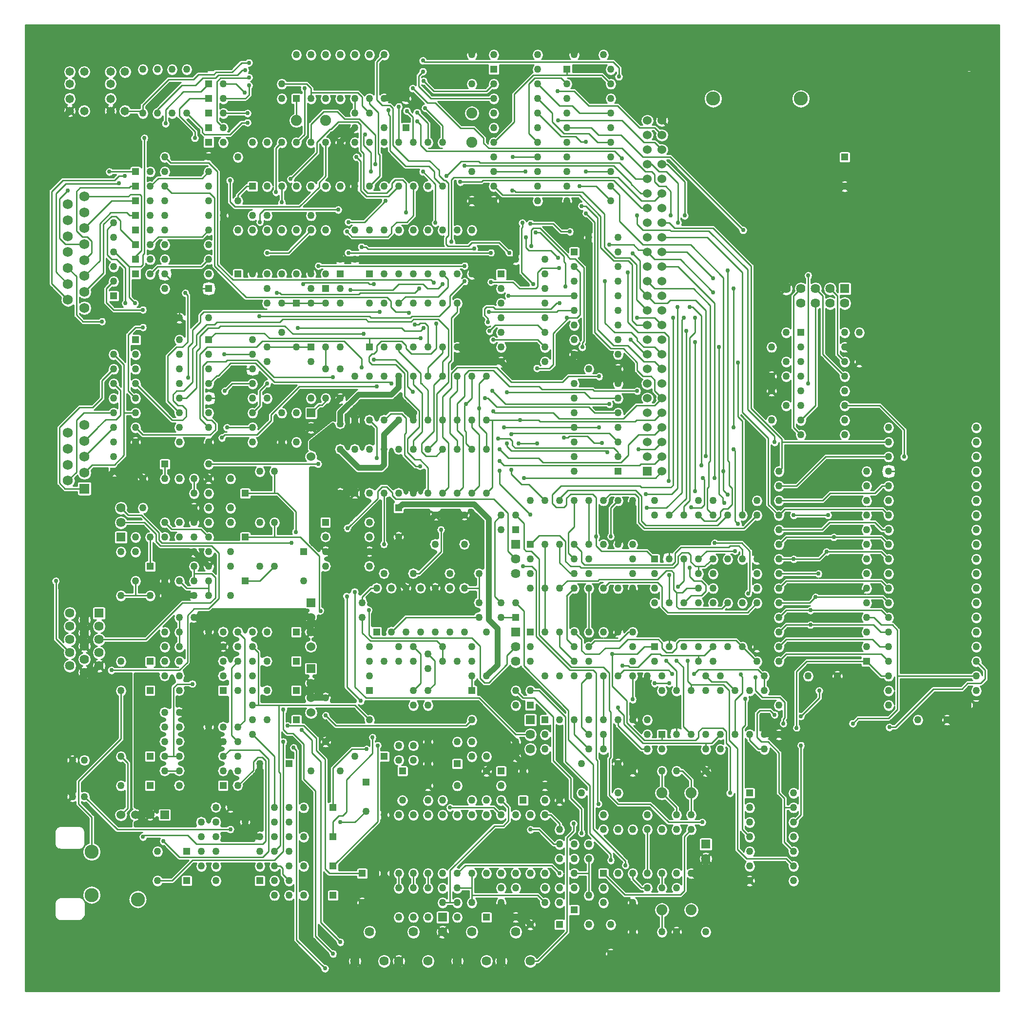
<source format=gbl>
G04*
G04  File:            TOPBOARD-V5.3.0.GBL, Sat Oct 04 01:36:21 2025*
G04  Source:          P-CAD 2006 PCB, Version 19.02.958, (D:\PCAD-2006\Projects\Pentagon-4096\Hardware\TopBoard-v5.3.0.PCB)*
G04  Format:          Gerber Format (RS-274-D), ASCII*
G04*
G04  Format Options:  Absolute Positioning*
G04                   Leading-Zero Suppression*
G04                   Scale Factor 1:1*
G04                   NO Circular Interpolation*
G04                   Inch Units*
G04                   Numeric Format: 4.4 (XXXX.XXXX)*
G04                   G54 NOT Used for Aperture Change*
G04                   Apertures Embedded*
G04*
G04  File Options:    Offset = (0.0mil,0.0mil)*
G04                   Drill Symbol Size = 80.0mil*
G04                   No Pad/Via Holes*
G04*
G04  File Contents:   Pads*
G04                   Vias*
G04                   No Designators*
G04                   No Types*
G04                   No Values*
G04                   No Drill Symbols*
G04                   Bottom*
G04*
%INTOPBOARD-V5.3.0.GBL*%
%ICAS*%
%MOIN*%
G04*
G04  Aperture MACROs for general use --- invoked via D-code assignment *
G04*
G04  General MACRO for flashed round with rotation and/or offset hole *
%AMROTOFFROUND*
1,1,$1,0.0000,0.0000*
1,0,$2,$3,$4*%
G04*
G04  General MACRO for flashed oval (obround) with rotation and/or offset hole *
%AMROTOFFOVAL*
21,1,$1,$2,0.0000,0.0000,$3*
1,1,$4,$5,$6*
1,1,$4,0-$5,0-$6*
1,0,$7,$8,$9*%
G04*
G04  General MACRO for flashed oval (obround) with rotation and no hole *
%AMROTOVALNOHOLE*
21,1,$1,$2,0.0000,0.0000,$3*
1,1,$4,$5,$6*
1,1,$4,0-$5,0-$6*%
G04*
G04  General MACRO for flashed rectangle with rotation and/or offset hole *
%AMROTOFFRECT*
21,1,$1,$2,0.0000,0.0000,$3*
1,0,$4,$5,$6*%
G04*
G04  General MACRO for flashed rectangle with rotation and no hole *
%AMROTRECTNOHOLE*
21,1,$1,$2,0.0000,0.0000,$3*%
G04*
G04  General MACRO for flashed rounded-rectangle *
%AMROUNDRECT*
21,1,$1,$2-$4,0.0000,0.0000,$3*
21,1,$1-$4,$2,0.0000,0.0000,$3*
1,1,$4,$5,$6*
1,1,$4,$7,$8*
1,1,$4,0-$5,0-$6*
1,1,$4,0-$7,0-$8*
1,0,$9,$10,$11*%
G04*
G04  General MACRO for flashed rounded-rectangle with rotation and no hole *
%AMROUNDRECTNOHOLE*
21,1,$1,$2-$4,0.0000,0.0000,$3*
21,1,$1-$4,$2,0.0000,0.0000,$3*
1,1,$4,$5,$6*
1,1,$4,$7,$8*
1,1,$4,0-$5,0-$6*
1,1,$4,0-$7,0-$8*%
G04*
G04  General MACRO for flashed regular polygon *
%AMREGPOLY*
5,1,$1,0.0000,0.0000,$2,$3+$4*
1,0,$5,$6,$7*%
G04*
G04  General MACRO for flashed regular polygon with no hole *
%AMREGPOLYNOHOLE*
5,1,$1,0.0000,0.0000,$2,$3+$4*%
G04*
G04  General MACRO for target *
%AMTARGET*
6,0,0,$1,$2,$3,4,$4,$5,$6*%
G04*
G04  General MACRO for mounting hole *
%AMMTHOLE*
1,1,$1,0,0*
1,0,$2,0,0*
$1=$1-$2*
$1=$1/2*
21,1,$2+$1,$3,0,0,$4*
21,1,$3,$2+$1,0,0,$4*%
G04*
G04*
G04  D10 : "Ellipse X10.0mil Y10.0mil H0.0mil 0.0deg (0.0mil,0.0mil) Draw"*
G04  Disc: OuterDia=0.0100*
%ADD10C, 0.0100*%
G04  D11 : "Ellipse X15.0mil Y15.0mil H0.0mil 0.0deg (0.0mil,0.0mil) Draw"*
G04  Disc: OuterDia=0.0150*
%ADD11C, 0.0150*%
G04  D12 : "Ellipse X16.0mil Y16.0mil H0.0mil 0.0deg (0.0mil,0.0mil) Draw"*
G04  Disc: OuterDia=0.0160*
%ADD12C, 0.0160*%
G04  D13 : "Ellipse X20.0mil Y20.0mil H0.0mil 0.0deg (0.0mil,0.0mil) Draw"*
G04  Disc: OuterDia=0.0200*
%ADD13C, 0.0200*%
G04  D14 : "Ellipse X25.0mil Y25.0mil H0.0mil 0.0deg (0.0mil,0.0mil) Draw"*
G04  Disc: OuterDia=0.0250*
%ADD14C, 0.0250*%
G04  D15 : "Ellipse X30.0mil Y30.0mil H0.0mil 0.0deg (0.0mil,0.0mil) Draw"*
G04  Disc: OuterDia=0.0300*
%ADD15C, 0.0300*%
G04  D16 : "Ellipse X40.0mil Y40.0mil H0.0mil 0.0deg (0.0mil,0.0mil) Draw"*
G04  Disc: OuterDia=0.0400*
%ADD16C, 0.0400*%
G04  D17 : "Ellipse X5.0mil Y5.0mil H0.0mil 0.0deg (0.0mil,0.0mil) Draw"*
G04  Disc: OuterDia=0.0050*
%ADD17C, 0.0050*%
G04  D18 : "Ellipse X6.0mil Y6.0mil H0.0mil 0.0deg (0.0mil,0.0mil) Draw"*
G04  Disc: OuterDia=0.0060*
%ADD18C, 0.0060*%
G04  D19 : "Ellipse X8.0mil Y8.0mil H0.0mil 0.0deg (0.0mil,0.0mil) Draw"*
G04  Disc: OuterDia=0.0080*
%ADD19C, 0.0080*%
G04  D20 : "Ellipse X9.8mil Y9.8mil H0.0mil 0.0deg (0.0mil,0.0mil) Draw"*
G04  Disc: OuterDia=0.0098*
%ADD20C, 0.0098*%
G04  D21 : "Ellipse X9.8mil Y9.8mil H0.0mil 0.0deg (0.0mil,0.0mil) Draw"*
G04  Disc: OuterDia=0.0098*
%ADD21C, 0.0098*%
G04  D22 : "Ellipse X111.0mil Y111.0mil H0.0mil 0.0deg (0.0mil,0.0mil) Flash"*
G04  Disc: OuterDia=0.1110*
%ADD22C, 0.1110*%
G04  D23 : "Ellipse X128.0mil Y128.0mil H0.0mil 0.0deg (0.0mil,0.0mil) Flash"*
G04  Disc: OuterDia=0.1280*
%ADD23C, 0.1280*%
G04  D24 : "Ellipse X143.0mil Y143.0mil H0.0mil 0.0deg (0.0mil,0.0mil) Flash"*
G04  Disc: OuterDia=0.1430*
%ADD24C, 0.1430*%
G04  D25 : "Ellipse X200.0mil Y200.0mil H0.0mil 0.0deg (0.0mil,0.0mil) Flash"*
G04  Disc: OuterDia=0.2000*
%ADD25C, 0.2000*%
G04  D26 : "Ellipse X215.0mil Y215.0mil H0.0mil 0.0deg (0.0mil,0.0mil) Flash"*
G04  Disc: OuterDia=0.2150*
%ADD26C, 0.2150*%
G04  D27 : "Ellipse X50.0mil Y50.0mil H0.0mil 0.0deg (0.0mil,0.0mil) Flash"*
G04  Disc: OuterDia=0.0500*
%ADD27C, 0.0500*%
G04  D28 : "Ellipse X58.0mil Y58.0mil H0.0mil 0.0deg (0.0mil,0.0mil) Flash"*
G04  Disc: OuterDia=0.0580*
%ADD28C, 0.0580*%
G04  D29 : "Ellipse X60.0mil Y60.0mil H0.0mil 0.0deg (0.0mil,0.0mil) Flash"*
G04  Disc: OuterDia=0.0600*
%ADD29C, 0.0600*%
G04  D30 : "Ellipse X64.0mil Y64.0mil H0.0mil 0.0deg (0.0mil,0.0mil) Flash"*
G04  Disc: OuterDia=0.0640*
%ADD30C, 0.0640*%
G04  D31 : "Ellipse X65.0mil Y65.0mil H0.0mil 0.0deg (0.0mil,0.0mil) Flash"*
G04  Disc: OuterDia=0.0650*
%ADD31C, 0.0650*%
G04  D32 : "Ellipse X69.0mil Y69.0mil H0.0mil 0.0deg (0.0mil,0.0mil) Flash"*
G04  Disc: OuterDia=0.0690*
%ADD32C, 0.0690*%
G04  D33 : "Ellipse X73.0mil Y73.0mil H0.0mil 0.0deg (0.0mil,0.0mil) Flash"*
G04  Disc: OuterDia=0.0730*
%ADD33C, 0.0730*%
G04  D34 : "Ellipse X75.0mil Y75.0mil H0.0mil 0.0deg (0.0mil,0.0mil) Flash"*
G04  Disc: OuterDia=0.0750*
%ADD34C, 0.0750*%
G04  D35 : "Ellipse X79.0mil Y79.0mil H0.0mil 0.0deg (0.0mil,0.0mil) Flash"*
G04  Disc: OuterDia=0.0790*
%ADD35C, 0.0790*%
G04  D36 : "Ellipse X84.0mil Y84.0mil H0.0mil 0.0deg (0.0mil,0.0mil) Flash"*
G04  Disc: OuterDia=0.0840*
%ADD36C, 0.0840*%
G04  D37 : "Ellipse X90.0mil Y90.0mil H0.0mil 0.0deg (0.0mil,0.0mil) Flash"*
G04  Disc: OuterDia=0.0900*
%ADD37C, 0.0900*%
G04  D38 : "Ellipse X96.0mil Y96.0mil H0.0mil 0.0deg (0.0mil,0.0mil) Flash"*
G04  Disc: OuterDia=0.0960*
%ADD38C, 0.0960*%
G04  D39 : "Rectangle X114.0mil Y114.0mil H0.0mil 0.0deg (0.0mil,0.0mil) Flash"*
G04  Square: Side=0.1140, Rotation=0.0, OffsetX=0.0000, OffsetY=0.0000, HoleDia=0.0000*
%ADD39R, 0.1140 X0.1140*%
G04  D40 : "Rectangle X50.0mil Y50.0mil H0.0mil 0.0deg (0.0mil,0.0mil) Flash"*
G04  Square: Side=0.0500, Rotation=0.0, OffsetX=0.0000, OffsetY=0.0000, HoleDia=0.0000*
%ADD40R, 0.0500 X0.0500*%
G04  D41 : "Rectangle X60.0mil Y60.0mil H0.0mil 0.0deg (0.0mil,0.0mil) Flash"*
G04  Square: Side=0.0600, Rotation=0.0, OffsetX=0.0000, OffsetY=0.0000, HoleDia=0.0000*
%ADD41R, 0.0600 X0.0600*%
G04  D42 : "Rectangle X64.0mil Y64.0mil H0.0mil 0.0deg (0.0mil,0.0mil) Flash"*
G04  Square: Side=0.0640, Rotation=0.0, OffsetX=0.0000, OffsetY=0.0000, HoleDia=0.0000*
%ADD42R, 0.0640 X0.0640*%
G04  D43 : "Rectangle X65.0mil Y65.0mil H0.0mil 0.0deg (0.0mil,0.0mil) Flash"*
G04  Square: Side=0.0650, Rotation=0.0, OffsetX=0.0000, OffsetY=0.0000, HoleDia=0.0000*
%ADD43R, 0.0650 X0.0650*%
G04  D44 : "Rectangle X69.0mil Y69.0mil H0.0mil 0.0deg (0.0mil,0.0mil) Flash"*
G04  Square: Side=0.0690, Rotation=0.0, OffsetX=0.0000, OffsetY=0.0000, HoleDia=0.0000*
%ADD44R, 0.0690 X0.0690*%
G04  D45 : "Rectangle X75.0mil Y75.0mil H0.0mil 0.0deg (0.0mil,0.0mil) Flash"*
G04  Square: Side=0.0750, Rotation=0.0, OffsetX=0.0000, OffsetY=0.0000, HoleDia=0.0000*
%ADD45R, 0.0750 X0.0750*%
G04  D46 : "Rectangle X79.0mil Y79.0mil H0.0mil 0.0deg (0.0mil,0.0mil) Flash"*
G04  Square: Side=0.0790, Rotation=0.0, OffsetX=0.0000, OffsetY=0.0000, HoleDia=0.0000*
%ADD46R, 0.0790 X0.0790*%
G04  D47 : "Rectangle X84.0mil Y84.0mil H0.0mil 0.0deg (0.0mil,0.0mil) Flash"*
G04  Square: Side=0.0840, Rotation=0.0, OffsetX=0.0000, OffsetY=0.0000, HoleDia=0.0000*
%ADD47R, 0.0840 X0.0840*%
G04  D48 : "Rectangle X99.0mil Y99.0mil H0.0mil 0.0deg (0.0mil,0.0mil) Flash"*
G04  Square: Side=0.0990, Rotation=0.0, OffsetX=0.0000, OffsetY=0.0000, HoleDia=0.0000*
%ADD48R, 0.0990 X0.0990*%
G04  D49 : "Ellipse X30.0mil Y30.0mil H0.0mil 0.0deg (0.0mil,0.0mil) Flash"*
G04  Disc: OuterDia=0.0300*
%ADD49C, 0.0300*%
G04  D50 : "Ellipse X45.0mil Y45.0mil H0.0mil 0.0deg (0.0mil,0.0mil) Flash"*
G04  Disc: OuterDia=0.0450*
%ADD50C, 0.0450*%
G04*
%FSLAX44Y44*%
%SFA1B1*%
%OFA0.0000B0.0000*%
G04*
G70*
G90*
G01*
D2*
%LNBottom*%
D16*
X100838Y182412*
X100750Y182500D1*
X100927Y212322D2*
X100750Y212500D1*
Y210500D2*
Y212322D1*
Y212500D2*
Y212322D1*
D2*
D15*
X100927*
X100750D1*
D2*
D16*
X100927Y217677*
X100750Y217500D1*
X104000Y155500D2*
Y153750D1*
D2*
D10*
X104100Y167800*
Y166250D1*
D2*
D16*
X103687Y169250*
X103687D1*
Y169249D2*
X103687Y169250D1*
X104500Y172575D2*
X104425Y172500D1*
X104500Y177950D2*
Y178850D1*
Y182412D2*
Y180250D1*
X103944Y185075D2*
X103869Y185000D1*
D2*
D10*
X103180Y187819*
X104501D1*
X102800Y188200D2*
X103180Y187819D1*
X103950Y188933D2*
X103381Y188364D1*
X104450Y193000D2*
X103950Y192500D1*
D2*
D16*
X103943Y197440*
X103883Y197500D1*
D2*
D10*
X103950Y199700*
X104400Y199250D1*
X103379Y201820D2*
X102550Y202649D1*
X103379Y202910D2*
X103950Y202339D1*
X103205Y204544D2*
X104499D1*
X102800Y204950D2*
X103205Y204544D1*
X104350Y205050D2*
X103950Y205450D1*
X104700Y205050D2*
X104350D1*
X103350Y208200D2*
X102800Y207650D1*
X103950Y208150D2*
X104200Y208400D1*
X102550Y208000D2*
X103225Y208675D1*
X103025Y208925D2*
X102250Y208150D1*
D2*
D16*
X103943Y210547*
X104519D1*
X103943D2*
X103896Y210500D1*
X102318Y212322D2*
Y212480D1*
D2*
D10*
X107000Y165500*
X107450Y165950D1*
Y169050D2*
X107000Y169500D1*
D2*
D16*
X105750Y186881*
Y188250D1*
D2*
D10*
X105800Y191300*
Y191298D1*
X106550Y189450D2*
X107200Y190100D1*
X106650Y192550D2*
X105950D1*
X106950Y192850D2*
X106650Y192550D1*
X106950Y194550D2*
Y192850D1*
X105700Y194000D2*
X105075Y193375D1*
X106500Y196000D2*
X105700Y195200D1*
X107200Y196300D2*
X106500Y197000D1*
Y200050D2*
X106000Y200550D1*
X106050Y203800D2*
X106350Y203500D1*
X106700*
X107300Y202900*
X106000Y201500D2*
X106500Y202000D1*
X105200Y206334D2*
Y206350D1*
X106300Y206700D2*
X105550Y205950D1*
X107400Y206700D2*
X106300D1*
X107600Y206500D2*
X107400Y206700D1*
X106350Y206450D2*
X105800Y205900D1*
X106650Y206450D2*
X106350D1*
X106950Y206150D2*
X106650Y206450D1*
X106950Y205550D2*
Y206150D1*
X106500Y206000D2*
X106050Y205550D1*
X107514Y207814D2*
X107650Y207950D1*
X107550Y208400D2*
X107650Y208500D1*
X106850Y209200D2*
X106575Y208925D1*
X106925Y208675D2*
X106850Y208700D1*
X107250Y209200D2*
X106850D1*
D2*
D16*
X106368Y212250*
X106295Y212322D1*
X106250Y219250D2*
X106295Y219204D1*
D2*
D10*
X110500Y161000*
X109500D1*
X108600Y164100D2*
X108500Y164000D1*
D2*
D16*
X109000Y165500*
Y166250D1*
D2*
D10*
X110600Y169500*
X110000D1*
X110850Y174450D2*
X110600Y174200D1*
D2*
D16*
X110000Y179750*
X109750Y179500D1*
X110000Y181500D2*
Y180500D1*
D2*
D10*
X110450Y185050*
X110000Y185500D1*
X109600Y184300D2*
Y184800D1*
X109800Y184100D2*
X109600Y184300D1*
X109400Y184700D2*
X108600Y185500D1*
X109400Y184200D2*
Y184700D1*
X109700Y183900D2*
X109400Y184200D1*
D2*
D16*
X108500Y187750*
Y188500D1*
X109000Y187250D2*
X108500Y187750D1*
X110500Y187250D2*
X109000D1*
D2*
D10*
X110550Y193850*
X110900Y193500D1*
X110800Y194500D2*
X110550Y194250D1*
Y193850*
X110800Y197500D2*
X110200Y196900D1*
X108600Y203900D2*
X108500Y203800D1*
Y203150*
X108350Y203000*
X109500D2*
X109000Y202500D1*
X109550Y205050D2*
X109000Y204500D1*
X110450Y208050D2*
X110000Y208500D1*
X108300Y207950D2*
X108400Y207850D1*
X109550Y209050D2*
X109000Y208500D1*
X110400Y210100D2*
X110000Y210500D1*
X109500Y213750D2*
Y213500D1*
X108500Y214050D2*
Y213500D1*
X110250Y215800D2*
X108500Y214050D1*
X108338Y213661D2*
X108500Y213500D1*
X112150Y163500D2*
X111550Y164100D1*
D2*
D16*
X112750Y166750*
X113000D1*
X112250Y166250D2*
X112750Y166750D1*
X113000Y171500D2*
Y172500D1*
Y179000D2*
X112000D1*
X113000Y178000D2*
Y179000D1*
D2*
D10*
X112000Y179600*
X113000D1*
X111550Y179150D2*
X112000Y179600D1*
X113000Y181000D2*
X111500D1*
X113000Y180500D2*
Y181000D1*
Y181500*
X112000Y182000D2*
Y182500D1*
Y182000D2*
Y181500D1*
X113200Y182000D2*
X113450Y181750D1*
X112000Y182000D2*
X113200D1*
X113450Y181750D2*
Y180350D1*
X113000Y184500D2*
X112450Y185050D1*
X113700Y183400D2*
X113200Y183900D1*
D2*
D16*
X112000Y186500*
X111250D1*
D2*
D10*
X112000Y187500*
Y188500D1*
D2*
D16*
X112250Y190250*
X113000D1*
Y191000D2*
Y190250D1*
X112250D2*
Y189250D1*
D2*
D10*
X113450Y191850*
X113100Y191500D1*
X113700Y191700D2*
X113000Y191000D1*
X111450Y194000D2*
X112150Y194700D1*
X113700Y194000D2*
X113000D1*
X112600Y192800D2*
X112899Y192500D1*
X113199*
X113450Y192250D2*
X113199Y192500D1*
X111450Y192750D2*
X111200Y192500D1*
Y193500D2*
X111450Y193250D1*
Y192750*
X113650Y195550D2*
X113550D1*
X112900Y197500D2*
X112400Y197000D1*
X112150Y197200D2*
X112400Y197450D1*
X112150Y197650D2*
X111900Y197400D1*
Y195100*
X111550Y197850D2*
X111200Y197500D1*
X112900Y196500D2*
X112600Y196200D1*
X111600Y195400D2*
Y197525D1*
X111887Y197812*
X113550Y199200D2*
X113400Y199050D1*
X113650Y198800D2*
X113800Y198950D1*
X113400Y199050D2*
X112850D1*
X112950Y198800D2*
X113650D1*
X112650Y199900D2*
X112425Y199675D1*
Y199200*
X112400Y198250D2*
X112950Y198800D1*
X112850Y199050D2*
X112150Y198350D1*
X112425Y199200D2*
X111887Y198662D1*
X111400Y201200D2*
X111550Y201050D1*
X113000Y203500D2*
X112500Y203000D1*
X113000Y205500D2*
X112550Y205050D1*
X113400Y207700D2*
X113050Y208050D1*
X113000Y209500D2*
X112550Y209050D1*
D2*
D16*
X111500Y211000*
Y211750D1*
X112000Y210500D2*
X111500Y211000D1*
X113000Y210500D2*
X112000D1*
D2*
D10*
X112550Y212200*
X112700Y212050D1*
X112550Y212450D2*
Y212200D1*
X112050Y212250D2*
Y211800D1*
X113800Y215900D2*
X113550Y215650D1*
X113000Y214500D2*
X111700D1*
X112475Y214975D2*
X113000Y215500D1*
X111275Y214975D2*
X112475D1*
X113450Y215900D2*
X112600D1*
X112100Y215400*
X111150*
X113500Y216300D2*
X113350Y216150D1*
X112300*
D2*
D16*
X115500Y164000*
X116500D1*
D2*
D10*
X116900Y163700*
X116700Y163500D1*
D2*
D16*
X114500Y166000*
X115500D1*
X114500Y166500D2*
X114250Y166750D1*
X114500Y166000D2*
Y166500D1*
X115500Y166000D2*
X116500D1*
D2*
D10*
X116650Y169450*
X116900Y169200D1*
X116350Y169450D2*
X116650D1*
X116050Y169150D2*
X116350Y169450D1*
X116050Y168550D2*
Y169150D1*
X116450Y169950D2*
X114450D1*
X116400Y173000D2*
X116000D1*
X115450Y171950D2*
X115000Y171500D1*
X114550Y175550D2*
X115000Y176000D1*
Y178000D2*
X115450Y177550D1*
X116500Y181500D2*
X115500D1*
X116300Y191500D2*
X114100D1*
X116500Y193500D2*
X116000Y193000D1*
X116500Y194500D2*
Y193500D1*
X116200Y196400D2*
X114500D1*
X114650Y196000D2*
X116000D1*
Y197000D2*
X114050D1*
X116650Y197900D2*
X116250Y197500D1*
X114250Y196600D2*
X114150Y196500D1*
X116300Y196600D2*
X114250D1*
D2*
D16*
X116000Y203500*
Y202500D1*
D2*
D10*
X116500Y206600*
Y206050D1*
X116800Y206900D2*
X116500Y206600D1*
X115600Y208500D2*
X116000D1*
X115000Y207900D2*
X115600Y208500D1*
X115000Y207500D2*
Y207900D1*
X114450Y207450D2*
Y208900D1*
X114800Y207100D2*
X114450Y207450D1*
X115250Y212850D2*
X115650D1*
X114450Y212050D2*
X115250Y212850D1*
X115750Y214750D2*
X115500Y214500D1*
X115750Y215400D2*
Y214750D1*
X115450Y214900D2*
X114850Y215500D1*
X115250Y216950D2*
X114600Y216300D1*
X115750Y216950D2*
X115250D1*
X115300Y216450D2*
X114950Y216100D1*
X115500Y216450D2*
X115300D1*
X118050Y161450D2*
Y161850D1*
X118500Y161000D2*
X118050Y161450D1*
X117500Y163000D2*
X117900Y163400D1*
X118100Y163000D2*
X117500Y162400D1*
X117900Y168350D2*
X117800Y168450D1*
X118800Y170100D2*
X119000Y169900D1*
X118100Y172700D2*
Y171350D1*
X118400Y171600D2*
X119500D1*
X118100Y171350D2*
X118375Y171075D1*
X118775*
X119250Y184500D2*
X117500D1*
Y185500*
X117700Y187500D2*
X118950Y186250D1*
X117700Y187500D2*
X117500D1*
D2*
D16*
X118000Y191750*
Y191000D1*
Y190250*
D2*
D10*
X117275Y192875*
Y192475D1*
X119200Y194800D2*
X117275Y192875D1*
X118050Y199400D2*
X117850Y199200D1*
X118200Y198950D2*
X118750Y198400D1*
X119000Y200500D2*
X118000D1*
X119450Y201800D2*
X119550Y201900D1*
X117850Y201200D2*
X117950Y201100D1*
X117650Y201200D2*
X117850D1*
X118000Y207400D2*
Y208500D1*
X117600Y211100D2*
X118000Y211500D1*
X119550Y212050D2*
X119000Y211500D1*
X119700Y215500D2*
X118000D1*
X120650Y158150D2*
X122000Y156800D1*
X120950Y161800D2*
X121250Y161500D1*
X122150Y165450D2*
X121900D1*
X121500Y165050*
X122425Y167925D2*
Y165725D1*
X122150Y165450*
X120350Y169900D2*
X120950Y169300D1*
X120350Y170750D2*
Y169900D1*
X120050Y169750D2*
X120650Y169150D1*
X120050Y170600D2*
Y169750D1*
X122800Y170000D2*
X121500Y168700D1*
X121000Y172300D2*
X121700Y171600D1*
D2*
D16*
X122000Y178000*
X121000D1*
D2*
D10*
X120550Y179550*
X120650Y179450D1*
D2*
D16*
X122000Y183500*
X121000D1*
X121750Y187500D2*
X122000D1*
X121250Y188000D2*
X121750Y187500D1*
Y191500D2*
X121250Y191000D1*
X122500Y191500D2*
X121750D1*
X122000Y192250D2*
Y193000D1*
X121000D2*
X122000Y194000D1*
X121000Y192500D2*
Y193000D1*
D2*
D10*
X120750Y193550*
X120550D1*
X121000Y193800D2*
X120750Y193550D1*
X121000Y194000D2*
Y193800D1*
Y197500D2*
Y196000D1*
X122450Y205400D2*
X122800Y205050D1*
X120550Y208750D2*
Y208450D1*
X121000Y209200D2*
X120550Y208750D1*
X121350Y212400D2*
X121850Y212900D1*
X121300Y212400D2*
X121350D1*
X120400Y211500D2*
X121300Y212400D1*
X120400Y210800D2*
Y211500D1*
D2*
D16*
X122000*
Y210750D1*
D2*
D10*
X121800Y213600*
X122300Y213100D1*
X120850Y213600D2*
X121800D1*
D2*
D16*
X124750Y159500*
X123500D1*
X125000Y159750D2*
X124750Y159500D1*
X125000Y161500D2*
Y159750D1*
Y167000D2*
X125500Y167500D1*
X125000Y165500D2*
Y167000D1*
D2*
D10*
X124200Y170800*
Y169700D1*
X123500Y177950D2*
Y179000D1*
X124050Y177400D2*
X123500Y177950D1*
X123950Y177800D2*
X124150Y177600D1*
X123950Y179500D2*
Y177800D1*
X124100Y181000D2*
X123500Y180400D1*
X124500Y181000D2*
X124100D1*
X125550Y187350D2*
X125800Y187100D1*
X125550Y187550D2*
Y187350D1*
X125150Y187950D2*
X125550Y187550D1*
X124850Y187950D2*
X125150D1*
X124550Y187650D2*
X124850Y187950D1*
X124550Y187150D2*
Y187650D1*
D2*
D16*
X125000Y191500*
Y190500D1*
X124800Y189250D2*
X123250D1*
X125000Y189450D2*
X124800Y189250D1*
X125000Y190500D2*
Y189450D1*
X123250Y194250D2*
X125500D1*
D2*
D10*
X125450Y192950*
X125000Y192500D1*
X123450Y196100D2*
Y196700D1*
X124500Y197250D2*
X124300Y197050D1*
X124800Y197900D2*
X124500Y197600D1*
Y197250*
X125750Y196650D2*
X124300D1*
Y197050D2*
X124150D1*
X123950Y196850*
Y196500*
X124150Y196300*
X125800*
X125450Y200650D2*
X125200Y200900D1*
X125450Y200250D2*
Y200650D1*
X125800Y199900D2*
X125450Y200250D1*
X123900Y199250D2*
X123750Y199400D1*
X124100Y199500D2*
X124000Y199600D1*
Y201800D2*
X124300D1*
X123900Y201900D2*
X124000Y201800D1*
X123250Y201100D2*
X123350Y201200D1*
X123750Y204350D2*
X123450D1*
X123900Y204200D2*
X123750Y204350D1*
X125250Y205050D2*
X125500Y205300D1*
Y205700D2*
X125850Y206050D1*
X125500Y205300D2*
Y205700D1*
X123850Y208050D2*
X125150D1*
X123600Y208300D2*
X123850Y208050D1*
X124700Y209200D2*
X124000Y208500D1*
X123800Y207800D2*
X125300D1*
X123400Y208200D2*
X123800Y207800D1*
X125150Y208050D2*
X125525Y208425D1*
Y208725*
X125750Y208950*
X123400Y210950D2*
X123600Y210750D1*
X123400Y212700D2*
Y210950D1*
X123200Y212900D2*
X123400Y212700D1*
X123600Y211950D2*
X123700Y212050D1*
X123600Y211300D2*
Y211950D1*
X124100Y210800D2*
X123600Y211300D1*
X124600Y210750D2*
X124700Y210650D1*
X123100Y210500D2*
X123400Y210200D1*
X125300Y213400D2*
X125400Y213300D1*
X125300Y213700D2*
Y213400D1*
X125400Y214050D2*
X124850D1*
X125600Y213850D2*
X125400Y214050D1*
X123500Y214000D2*
X124000Y213500D1*
X123200Y214900D2*
X123500Y214600D1*
Y214000*
X124000Y214500D2*
Y214150D1*
X124600Y213550*
X124850Y214050D2*
X124500Y214400D1*
Y217000D2*
X125000Y217500D1*
X127000Y161500D2*
Y160500D1*
X128000Y161500D2*
Y160500D1*
D2*
D16*
Y169000*
Y170500D1*
D2*
D10*
X128450Y176050*
Y174450D1*
X128000Y176500D2*
X128450Y176050D1*
X127500Y176500D2*
Y174500D1*
D2*
D16*
X128500Y180500*
Y181000D1*
X128250Y180250D2*
X128500Y180500D1*
X126750Y180250D2*
X128250D1*
X126500Y180500D2*
X126750Y180250D1*
X126500Y181000D2*
Y180500D1*
D2*
D10*
X127000Y182000*
X127400D1*
D2*
D16*
X127750Y185250*
Y183500D1*
D2*
D10*
X128900*
Y185000D1*
D2*
D16*
X127000Y188000*
Y187500D1*
X126500Y188500D2*
X127000Y188000D1*
D2*
D10*
X127850Y190050*
X128550D1*
X127550Y190350D2*
X127850Y190050D1*
X127550Y190900D2*
Y190350D1*
X128400Y191750D2*
X127550Y190900D1*
X127450Y189800D2*
X128000Y189250D1*
X127100Y189800D2*
X127450D1*
X126600Y190300D2*
X127100Y189800D1*
X126600Y191250D2*
Y190300D1*
X127150Y189350D2*
X126400Y190100D1*
X127450Y189350D2*
X127150D1*
X128000Y190500D2*
X128600Y191100D1*
X127000D2*
X127600Y191700D1*
X127000Y190500D2*
Y191100D1*
X126400Y191550D2*
X126500Y191650D1*
X126400Y190100D2*
Y191550D1*
D2*
D16*
X127000Y193000*
Y192500D1*
X126500Y193500D2*
X127000Y193000D1*
D2*
D10*
X126950Y194450*
X126600Y194800D1*
X127400Y193150D2*
Y192050D1*
X126400Y194150D2*
X127400Y193150D1*
X128000Y194550D2*
Y192500D1*
X126500Y192650D2*
X126200Y192950D1*
X128000Y195500D2*
Y196100D1*
X126500Y197600D2*
X126200Y197900D1*
X126850Y197050D2*
X126500Y197400D1*
Y197600*
X128200Y197050D2*
X126850D1*
X128550Y197400D2*
X128200Y197050D1*
X126650Y199900D2*
X126700Y199850D1*
X126200Y198800D2*
X126400Y198600D1*
X127800Y199150D2*
X128000Y198950D1*
X127000Y199400D2*
X126850Y199250D1*
X128700Y199400D2*
X127000D1*
X126900Y199600D2*
X126800Y199500D1*
X126400Y198600D2*
X127500D1*
X127700Y198800*
X127100Y199050D2*
X127350D1*
X127450Y199150*
X127800*
X128750Y199600D2*
X126900D1*
X127100Y201200D2*
X127400Y201500D1*
X127950D2*
X128700D1*
X127650Y201800D2*
X127950Y201500D1*
X128200Y202100D2*
X128400Y201900D1*
X126550Y206050D2*
X127000Y206500D1*
X126250Y208950D2*
X126500Y208700D1*
X126475Y209875D2*
X128075D1*
X128425Y209525D2*
Y209075D1*
X128075Y209875D2*
X128425Y209525D1*
X128750Y209250D2*
Y209600D1*
X128500Y208650D2*
X127650Y209500D1*
X128000Y212800D2*
Y211500D1*
X126950Y211550D2*
X127000Y211500D1*
X127500Y211300D2*
Y212700D1*
X127900Y210900D2*
X127500Y211300D1*
X128100Y210250D2*
X126650D1*
X126950Y213250D2*
X126550Y213650D1*
X128400Y215000D2*
X127700Y215700D1*
X127350Y215350D2*
X128200Y214500D1*
X126950Y215200D2*
X127950Y214200D1*
X128500*
X127650Y216350D2*
X127350Y216050D1*
X127750Y217000D2*
X127650Y217100D1*
D2*
D16*
X130000Y155500*
Y153750D1*
D2*
D10*
X131000Y160500*
Y161500D1*
Y160500D2*
X130000D1*
X129500Y159500D2*
X130000D1*
X129500D2*
Y161700D1*
X131000Y160500D2*
Y160000D1*
Y159500*
X130600Y171600D2*
X131000Y172000D1*
X131550Y174850D2*
X131850Y174550D1*
X131000Y177600D2*
X131550Y177050D1*
X131500Y182000D2*
Y181000D1*
X130500*
X130400Y187900D2*
X130000Y187500D1*
X131500Y188000D2*
X131000Y187500D1*
Y190500D2*
X130600Y190900D1*
X130000Y191100D2*
Y190500D1*
X129500Y191600D2*
X130000Y191100D1*
Y191800D2*
X130400Y191400D1*
X130600Y191700D2*
X130500Y191800D1*
X130600Y190900D2*
Y191700D1*
Y193600D2*
X131000Y194000D1*
X130000Y194500D2*
X129500Y194000D1*
X130000Y193650D2*
Y192500D1*
X130500Y194150D2*
X130000Y193650D1*
X130500Y193500D2*
X130600Y193600D1*
X131500Y192100D2*
Y193300D1*
X129600Y195700D2*
X130000Y196100D1*
D2*
D16*
X131500Y197500*
X130000D1*
X131500Y197000D2*
Y197500D1*
D2*
D10*
X129400Y196400*
X129600Y196600D1*
X129400Y195100D2*
Y196400D1*
X130800Y195900D2*
X130500Y195600D1*
X131850Y200100D2*
Y199700D1*
X130000Y199900D2*
Y200500D1*
X129600Y199500D2*
X130000Y199900D1*
D2*
D16*
X131000Y202500*
Y203500D1*
Y202500D2*
X131500D1*
D2*
D10*
X129350Y202150*
Y201600D1*
X131000Y204650D2*
X130750Y204400D1*
X131150Y204250D2*
X131100Y204200D1*
X129225Y204975D2*
X129400Y205150D1*
X129225Y204550D2*
Y204975D1*
X129375Y204400D2*
X129225Y204550D1*
X130750Y204400D2*
X129375D1*
X129600Y208950D2*
X129750Y209100D1*
X129200Y208900D2*
X129100D1*
X129400Y208700D2*
X129200Y208900D1*
X131650Y208800D2*
X131750Y208900D1*
X130200Y208800D2*
X131650D1*
X131450Y210200D2*
X131550Y210100D1*
X130250Y210200D2*
X131450D1*
X131125Y212475D2*
X131800Y211800D1*
Y211450*
X130225Y212475D2*
X131125D1*
D2*
D16*
X133000Y155500*
Y153750D1*
X134000Y158500D2*
X133000D1*
X134000D2*
X134500D1*
D2*
D10*
X132550Y164750*
X133150D1*
X133500Y165100D2*
Y166000D1*
X133000Y166500*
X132500Y166000D2*
X133000Y165500D1*
D2*
D16*
X134000Y170500*
Y169500D1*
X133000*
X134500Y169000D2*
X134000Y169500D1*
X134500Y168500D2*
Y169000D1*
D2*
D10*
X133400Y175800*
Y176400D1*
X132150Y174550D2*
X133400Y175800D1*
X134000Y179000D2*
X133000D1*
X134550Y185450D2*
Y183700D1*
X134700Y183550*
X132500Y187100D2*
X133450Y186150D1*
X134400Y188100D2*
X133700Y188800D1*
X134900Y188100D2*
X134400D1*
X133500Y189900D2*
X132900Y190500D1*
X133200Y189400D2*
X132900Y189700D1*
X133700Y190400D2*
X133400Y190700D1*
Y190900*
X133950Y190600D2*
X133775Y190775D1*
X133600Y191250D2*
X133775Y191075D1*
X132800Y191250D2*
X133600D1*
X133775Y191075D2*
Y190775D1*
X133750Y191600D2*
X133700Y191550D1*
X134300Y192500D2*
X132400D1*
X132550Y193000D2*
X132450Y193100D1*
X132700Y193400D2*
X132100Y194000D1*
X133300Y193600D2*
X132400Y194500D1*
X132700Y196100D2*
X133700Y195100D1*
D2*
D16*
X133000Y196500*
X134000Y195500D1*
D2*
D10*
X132100Y199450*
Y199200D1*
X132600Y200100D2*
X132450Y200250D1*
X132600Y199000D2*
X132200Y198600D1*
X133800Y201950D2*
X132300D1*
X134250Y201500D2*
X133800Y201950D1*
X134700Y204300D2*
Y205000D1*
X134900Y204100D2*
X134700Y204300D1*
D2*
D16*
X132500Y206500*
X134000D1*
D2*
D10*
X134450Y205700*
Y206000D1*
X134400Y205650D2*
X134450Y205700D1*
X132500Y208500D2*
X133100Y207900D1*
X133900Y208200D2*
X134000Y208100D1*
X133750Y208200D2*
X133900D1*
X134650Y209500D2*
X132500D1*
X133900Y212900D2*
X132500Y211500D1*
X135500Y160000D2*
X136000Y159500D1*
X137000Y164900D2*
Y164500D1*
X136600Y163500D2*
X137000D1*
X135600Y164500D2*
X136600Y163500D1*
D2*
D16*
X137000Y167250*
Y166500D1*
X136750Y167500D2*
X137000Y167250D1*
X136000Y167500D2*
X136750D1*
D2*
D10*
X136000Y165500*
X136400D1*
X135250Y173500D2*
X136550Y172200D1*
X137000Y182750D2*
X137750Y182000D1*
X137400Y182850D2*
X137750Y182500D1*
X135400Y182200D2*
X135100Y182500D1*
X137500Y180450D2*
X137475Y180475D1*
X137525Y181525D2*
X137000Y181000D1*
X135600Y184600D2*
X137000D1*
X137400Y184200*
X137600Y184800D2*
Y183400D1*
X137550Y187700D2*
X137000Y187150D1*
Y187000*
X137475Y187175D2*
X137750Y187450D1*
X137475Y186725D2*
Y187175D1*
X137300Y186550D2*
X137475Y186725D1*
X136750Y186550D2*
X137300D1*
X137100Y188000D2*
X136500Y187400D1*
Y186800*
X136750Y186550*
X135850Y189600D2*
X135550Y189900D1*
X137300Y191300D2*
X137550D1*
X137650Y191400*
X135650Y192400D2*
X135550Y192500D1*
X135800Y194600D2*
X135600Y194800D1*
X136950Y192600D2*
X136550Y193000D1*
X137200Y195100D2*
X137600Y195500D1*
X136550Y196300D2*
X136300Y196050D1*
X135450*
X136800Y200500D2*
X137000D1*
X136800D2*
X136400Y200100D1*
X137600Y199500D2*
X136550Y198450D1*
X137600Y199500D2*
X137500D1*
X136900Y200000D2*
X136800Y199900D1*
X136000Y198500D2*
X135500Y199000D1*
X137300Y203350D2*
X137400Y203250D1*
X137300Y203700D2*
Y203350D1*
X137550Y203700D2*
Y203750D1*
X137700Y203550D2*
X137550Y203700D1*
X135500Y201650D2*
X135350Y201500D1*
X135500Y202600D2*
Y201650D1*
X135800Y202900D2*
X135500Y202600D1*
X136950Y202900D2*
X135800D1*
X137400Y203250D2*
Y201650D1*
X135350Y205350D2*
X135650D1*
X135050Y205500D2*
Y204400D1*
X135200Y205650D2*
X135050Y205500D1*
X135650Y205650D2*
X135200D1*
X137100Y205400D2*
X137700D1*
X136550Y205950D2*
X137100Y205400D1*
X137300Y212100D2*
X136500Y212900D1*
X137100Y215900D2*
X135300D1*
X137500Y215500D2*
X137100Y215900D1*
X136500Y213500D2*
X135500Y214500D1*
X137850Y214000D2*
X137000D1*
X135500Y215500*
X137500Y216100D2*
Y216500D1*
Y216100D2*
X135200D1*
X139000Y161500D2*
Y160000D1*
X139050Y164250D2*
X140500Y162800D1*
Y162400*
X139650Y166250D2*
X139600Y166300D1*
Y169200D2*
X139500Y169300D1*
X140500Y169450D2*
X140400Y169350D1*
Y172650D2*
X140500Y172550D1*
X140000Y175600D2*
X140400Y175200D1*
X140600Y176500D2*
Y174300D1*
X139000Y175000D2*
X138500Y174500D1*
X139500Y175200D2*
X139300Y175400D1*
X138500Y176750D2*
X138750Y176500D1*
X139700*
X140125Y176925*
X140000Y181000D2*
X140400Y181400D1*
X138350Y182500D2*
X138450Y182400D1*
X138500Y182800D2*
X138700Y182600D1*
X139700Y181600D2*
X139625Y181525D1*
X139500Y184550D2*
Y183900D1*
X139850Y183550*
X139250Y187450D2*
X139500Y187200D1*
X140000Y187000D2*
X140450Y187450D1*
X140250Y190300D2*
X140150Y190400D1*
X138900Y191400D2*
X139350Y190950D1*
X139900*
X139400Y193000D2*
X139000Y193400D1*
X139100Y194000D2*
X138700Y194400D1*
X139350Y194500D2*
X139250Y194600D1*
X138550Y197800D2*
X138650Y197900D1*
X138550Y197500D2*
Y197800D1*
D2*
D16*
X139500Y197000*
X139000D1*
X140500Y196000D2*
X139500Y197000D1*
D2*
D10*
X140100Y199150*
X140750Y198500D1*
X138200Y199500D2*
X138400Y199700D1*
X138650Y202950D2*
X138050Y203550D1*
X139800Y206450D2*
Y204300D1*
X140050Y206600D2*
Y204350D1*
X139400Y206050D2*
X138800Y206650D1*
D2*
D16*
X139000Y205750*
X138250Y206500D1*
X139000Y205000D2*
Y205750D1*
D2*
D10*
X138800Y207150*
X138500D1*
X138800Y209500D2*
X140500D1*
X139500Y208500D2*
X140500Y207500D1*
X138350Y208500D2*
X139500D1*
X138450Y211550D2*
X138800D1*
X138450D2*
X138100Y211900D1*
X140500Y211500D2*
X139600D1*
X139000Y212100*
X139650Y212000D2*
X139150Y212500D1*
X140500Y213500D2*
X138350D1*
X142600Y160500D2*
X142000Y161100D1*
X143000Y160500D2*
X142600D1*
X142000Y161100D2*
Y161500D1*
X141500Y162350D2*
Y162050D1*
D2*
D16*
X142000Y169000*
Y168500D1*
X142250Y169250D2*
X142000Y169000D1*
D2*
D10*
X143000Y170000*
X142600D1*
D2*
D16*
X142000Y172500*
Y172000D1*
X142250Y172750D2*
X142000Y172500D1*
X143000Y172750D2*
X142250D1*
D2*
D10*
X141600Y173300*
Y171800D1*
X141400Y172300D2*
Y171700D1*
X141700Y175700D2*
X141800Y175600D1*
X141300Y175700D2*
X141700D1*
X142350Y175600D2*
X143250Y176500D1*
X141800Y175600D2*
X142350D1*
X143250Y176500D2*
X143850D1*
D2*
D16*
X142000Y178750*
X141250D1*
D2*
D10*
X141650Y177500*
X143750D1*
X141700Y178000D2*
X142000D1*
X141100Y177400D2*
X141700Y178000D1*
D2*
D16*
X141250Y184750*
X142000D1*
D2*
D10*
X142400Y185500*
X142800Y185100D1*
X142900Y185300D2*
X142600Y185600D1*
Y187300D2*
X142200Y187700D1*
X142600Y187900D2*
X142500Y188000D1*
X142150Y187450D2*
X142400Y187200D1*
X142550Y189500D2*
X142450Y189400D1*
X143500Y189500D2*
X142550D1*
X143500Y191500D2*
X142400D1*
X141700Y190800*
Y190100*
X141200Y189600*
X143500Y190500D2*
X142400D1*
X142250Y192500D2*
X142150Y192400D1*
X143500Y192500D2*
X142250D1*
Y193500D2*
X141350Y192600D1*
X143500Y193500D2*
X142250D1*
X143500Y195250D2*
X143250Y195500D1*
X142750Y196500D2*
X141650Y197600D1*
X143500Y196500D2*
X142750D1*
X142700Y195500D2*
X142300Y195900D1*
X143250Y195500D2*
X142700D1*
X142300Y195900D2*
Y196450D1*
X141350Y197400*
X142850Y197000D2*
X143000D1*
X142750Y197500D2*
X143500D1*
X142250Y199000D2*
X143000D1*
X141950Y199300D2*
X142250Y199000D1*
Y200750D2*
X143000Y200000D1*
X142300Y199500D2*
X143500D1*
X141900Y198500D2*
X142300Y198100D1*
X141650Y199200D2*
X142350Y198500D1*
X141700Y203400D2*
X141950Y203150D1*
X141800Y203600D2*
X142250Y203150D1*
X143000Y202000D2*
X143500Y201500D1*
X142500D2*
Y203400D1*
X142000Y203900*
X142300Y206500D2*
Y205900D1*
X142700Y205500*
X141100Y206100D2*
X142700Y204500D1*
X142850Y204150D2*
X142400D1*
X142050Y204500*
X142550Y208000D2*
X143000D1*
X141900Y208650D2*
X142550Y208000D1*
X141900Y208700D2*
Y208650D1*
X142600Y207500D2*
X143500D1*
X143300Y209500D2*
X143500Y209300D1*
Y208800*
X143800Y208500*
X142850Y209500D2*
X143300D1*
X142200Y209000D2*
X143000D1*
X142750Y211500D2*
X143500D1*
X142700Y210500D2*
X141200Y212000D1*
X142450Y212500D2*
X143500D1*
X145250Y160050D2*
X145525Y160325D1*
Y164025D2*
X146000Y164500D1*
Y165500D2*
Y167000D1*
X145000Y165500D2*
Y166000D1*
X146000Y167000D2*
Y167900D1*
X146500Y170800D2*
X146300Y170600D1*
X145400Y168500D2*
X145000D1*
D2*
D16*
Y172250*
X144500Y172750D1*
D2*
D10*
X146750Y171450*
X146500Y171200D1*
Y176400D2*
Y176000D1*
Y176400D2*
X146900D1*
X144300Y176600D2*
X144700D1*
X146500Y175450D2*
X146200Y175150D1*
X144700D2*
X144450Y175400D1*
X144700Y176600D2*
X145000Y176900D1*
X145750Y174650D2*
X146000Y174400D1*
X145750Y176050D2*
Y174650D1*
X145450Y175600D2*
X145000Y176050D1*
Y175350D2*
X144300Y176050D1*
X144550Y178750D2*
X144500Y178700D1*
X145000Y177250D2*
X145200Y177450D1*
X145000Y179750D2*
X145150Y179600D1*
X145500Y181500D2*
X145100Y181100D1*
X144800Y182400D2*
X145100Y182700D1*
X144700Y182600D2*
X144900Y182800D1*
X144650Y182200D2*
X144300D1*
X144800Y182050D2*
X144650Y182200D1*
X145900Y181800D2*
Y182400D1*
X146200Y181500D2*
X145900Y181800D1*
X145000Y180700D2*
X144800Y180900D1*
Y182050*
X146500Y182000D2*
Y182500D1*
X146900*
X146300D2*
X146500D1*
X145975Y182825D2*
X146300Y182500D1*
X146500Y181000D2*
X145700D1*
X145400Y180700*
X145000*
X146000Y180500D2*
X146700D1*
Y181500D2*
X146200D1*
D2*
D16*
X144550Y184750*
X144500D1*
D2*
D10*
Y184700D1*
X144550Y184750D2*
X144500Y184700D1*
X145100Y183200D2*
X145350Y183450D1*
X144900Y183400D2*
X145300Y183800D1*
X145350Y183450D2*
X145800D1*
X145975Y183275*
X145900Y187000D2*
X145500Y186600D1*
X145050Y187850D2*
X144650Y187450D1*
X144750Y188050D2*
X144600Y187900D1*
X145350Y187550D2*
X144300Y186500D1*
X146900Y186700D2*
X146700Y186500D1*
X146050*
X146000Y186550*
X146900Y188450D2*
X146800Y188550D1*
X146900Y188450D2*
Y186700D1*
X144150Y198500D2*
X144450Y198200D1*
X146250Y198500D2*
X145900Y198150D1*
X146250Y199500D2*
Y198500D1*
X145500Y199500D2*
X145350Y199350D1*
X146100Y200250D2*
X145900D1*
X146700Y199650D2*
X146100Y200250D1*
X144550Y200700D2*
X146300D1*
X144350Y200500D2*
X144550Y200700D1*
X144850Y205650D2*
X144500Y206000D1*
X144550Y205500D2*
X144600Y205450D1*
X144250Y208500D2*
X144600Y208150D1*
X144300Y209500D2*
X145100Y208700D1*
D2*
D16*
X148000Y161000*
Y161500D1*
D2*
D10*
X149150Y163150*
X149800Y162500D1*
X148600Y170600D2*
X149150Y170050D1*
X148650Y170150D2*
X148400Y170400D1*
Y171200D2*
X148150Y171450D1*
X149500Y173850D2*
X149000Y173350D1*
X149700Y171650D2*
X149500Y171450D1*
X149700Y173450D2*
Y171650D1*
X147400Y174600D2*
X148400D1*
X149400Y175100D2*
Y175050D1*
X149500Y174950*
X149000Y183550D2*
X147050D1*
X147600Y184100D2*
X149450D1*
X148550Y183800D2*
X148650Y183900D1*
X149250D2*
X149500Y183650D1*
X148650Y183900D2*
X149250D1*
X149000Y185600D2*
X149200Y185400D1*
X148000Y185900D2*
X147700Y185600D1*
X147100Y187850D2*
Y186400D1*
X148200Y187700D2*
X148500Y187400D1*
X148600Y188050D2*
X148800Y187850D1*
Y186750*
X148500Y186450*
X148200*
X148000Y186250*
X147900Y187450D2*
X148150Y187200D1*
Y186950*
X148250Y186850*
X147200Y187950D2*
X147100Y187850D1*
X148500Y189750D2*
X148600Y189650D1*
X147300Y189700D2*
X147200Y189600D1*
X148900Y190500D2*
X149000Y190400D1*
X149200Y192750D2*
X149500Y192450D1*
X152000Y167000D2*
X152350Y166650D1*
Y166000*
X150600Y170000D2*
X151000D1*
X150500Y170800D2*
X150800Y170500D1*
X151250*
X152000Y169750*
X152300Y172050D2*
Y171750D1*
X152400Y172150D2*
X152300Y172050D1*
X152400Y173200D2*
Y172150D1*
X152050Y173550D2*
X152400Y173200D1*
X150850Y173550D2*
X152050D1*
X151700Y172350D2*
X151400Y172650D1*
X150700D2*
X150500Y172450D1*
X151400Y172650D2*
X150700D1*
D2*
D16*
X152750Y174250*
X151250Y175750D1*
D2*
D10*
X151000Y175000*
X150550Y175450D1*
X152000Y176000D2*
X152500Y176500D1*
X152000Y178000D2*
X152500Y178500D1*
Y179500D2*
X152000Y179000D1*
Y181000D2*
X152500Y181500D1*
Y184500D2*
X152000Y184000D1*
X152200Y191000D2*
Y191200D1*
X151700Y191400D2*
Y191000D1*
X152200D2*
Y189200D1*
D2*
D16*
X151050Y195500*
X151500D1*
X150625Y195925D2*
X151050Y195500D1*
X152500Y201500D2*
X151250D1*
X152500D2*
Y202500D1*
X151500Y214500D2*
X150500D1*
D2*
D10*
X154750Y173500*
X153500Y172250D1*
X153900Y176000D2*
X153200Y175300D1*
X155450Y185500D2*
X154950Y185000D1*
X155000Y187000D2*
X155500Y187500D1*
X154500Y193500D2*
X153500Y192500D1*
X157400Y172100D2*
X157050Y171750D1*
X158500Y179000D2*
X158000D1*
X158900Y193500D2*
X156500D1*
D2*
D16*
X157000Y197500*
X156500D1*
X157500Y197000D2*
X157000Y197500D1*
X157500Y196500D2*
Y197000D1*
D2*
D10*
X160100Y172700*
X159500Y172100D1*
X159950Y171500D2*
X159550D1*
X160100Y178150D2*
X159750Y178500D1*
X159500Y185000D2*
X159050D1*
Y188000D2*
X159500D1*
X160550Y190000D2*
Y191850D1*
X160950Y196500D2*
X161000Y196450D1*
X164525Y174125D2*
X162575D1*
X164900Y174500D2*
X164525Y174125D1*
D2*
D16*
X165500Y173000*
X166750D1*
X165500D2*
Y172500D1*
D2*
D10*
Y176000*
X166100Y175400D1*
Y174800D2*
X165800Y174500D1*
X166100Y175400D2*
Y174800D1*
D2*
D16*
X166625Y208500*
X166750Y208375D1*
X100750Y165500D2*
Y163000D1*
Y168000D2*
Y165500D1*
Y172500D2*
Y170500D1*
Y185000D2*
Y182500D1*
Y197500D2*
Y194750D1*
Y215000D2*
Y212500D1*
X103687Y168000D2*
Y166750D1*
Y168000D2*
Y169249D1*
X104500Y178850D2*
Y180250D1*
Y172575D2*
Y175250D1*
Y177950D2*
Y177050D1*
D2*
D10*
X102550Y177550*
X103500Y176600D1*
X102800Y192000D2*
Y188200D1*
X103950Y192500D2*
Y188933D1*
X104175Y193375D2*
X102800Y192000D1*
D2*
D16*
X103782Y194750*
X103944Y194912D1*
D2*
D10*
X102250Y201859*
X103379Y200730D1*
X103950Y202339D2*
Y199700D1*
D2*
D16*
X102318Y212480*
X103500Y213661D1*
X102318Y219068D2*
X102500Y219250D1*
X106574Y158074D2*
Y158862D1*
D2*
D10*
X107450Y165950*
Y169050D1*
D2*
D16*
X106750Y179500*
X106000Y180250D1*
D2*
D10*
X107000Y174000*
Y170700D1*
D2*
D16*
X105750Y188250*
X106500Y189000D1*
D2*
D10*
Y192000*
X105800Y191300D1*
X105400Y192000D2*
Y191988D1*
X105950Y192550D2*
X105400Y192000D1*
X107500Y186000D2*
X107000Y186500D1*
X107200Y190100D2*
Y193000D1*
X106500Y195000D2*
X106950Y194550D1*
X107500Y198350D2*
Y194500D1*
X105700Y195200D2*
Y194000D1*
X107550Y200900D2*
Y203000D1*
X106550Y204000*
X106500*
X107300Y202900D2*
Y200500D1*
X106000Y200550D2*
Y201500D1*
D2*
D16*
X106295Y212322*
Y213661D1*
D2*
D10*
X105200Y206350*
X106350Y207500D1*
D2*
D16*
X110000Y180500*
Y179750D1*
D2*
D10*
Y188500*
Y189500D1*
X109000Y184500D2*
Y182500D1*
X109600Y184800D2*
X108400Y186000D1*
X110200Y196900D2*
Y193800D1*
X110050Y212800D2*
Y213750D1*
D2*
D16*
X113000Y177000*
Y172500D1*
Y171500D2*
Y170500D1*
Y178000D2*
Y177000D1*
D2*
D10*
X113100Y180000*
X111200D1*
X113450Y180350D2*
X113100Y180000D1*
X113000Y179600D2*
X113700Y180300D1*
X111550Y175950D2*
Y179150D1*
X112400Y192600D2*
X113000Y192000D1*
D2*
D16*
X112000Y183500*
X113000Y182500D1*
X112000Y186500D2*
Y185500D1*
X112250Y189250D2*
X113000Y188500D1*
D2*
D10*
X113450Y192250*
Y191850D1*
X113000Y198000D2*
X113450Y198450D1*
X113550Y195550D2*
X113000Y195000D1*
X113700Y194000D2*
Y195050D1*
X111900Y195100D2*
X111300Y194500D1*
X112400Y197450D2*
Y198250D1*
X112150Y194700D2*
Y197200D1*
Y198350D2*
Y197650D1*
X111887Y198662D2*
Y197812D1*
X111550Y201050D2*
Y197850D1*
X113600Y209500D2*
X113000Y210100D1*
X111500Y213500D2*
X112550Y212450D1*
X113550Y215650D2*
Y212950D1*
X113650Y216100D2*
X113450Y215900D1*
X112300Y216150D2*
X111950Y215800D1*
D2*
D16*
X115500Y165000*
Y166000D1*
X116500D2*
Y169000D1*
X115500Y165000D2*
Y164000D1*
D2*
D10*
X115000Y167500*
X116050Y168550D1*
X116900Y169200D2*
Y163700D1*
X116400Y176600D2*
X116000Y177000D1*
X116400Y173000D2*
Y176600D1*
X114550Y170950D2*
Y175550D1*
X115000Y170500D2*
X114550Y170950D1*
X115450Y177550D2*
Y171950D1*
X114250Y192000D2*
X116000D1*
X114600Y195000D2*
X114100Y194500D1*
X114600Y195000D2*
X116000D1*
X115700Y215900D2*
X115750Y215950D1*
X117900Y162000D2*
X117500D1*
X118050Y161850D2*
X117900Y162000D1*
Y163400D2*
Y168350D1*
X117100Y163000D2*
Y169300D1*
X118775Y171075D2*
X119500Y170350D1*
D2*
D16*
X118250Y192000*
X118000Y191750D1*
D2*
D10*
X117500Y187500*
Y189000D1*
X118950Y186250D2*
Y184850D1*
X119000Y214500D2*
Y213000D1*
X117600Y208100D2*
Y211100D1*
X119550Y215200D2*
Y212050D1*
X120300Y157200D2*
X121500Y156000D1*
X120950Y169300D2*
Y161800D1*
X120650Y169150D2*
Y158150D1*
X121500Y168700D2*
Y166000D1*
Y165050D2*
Y164000D1*
D2*
D16*
X121000Y174500*
Y178000D1*
X121750Y171250D2*
X121000Y170500D1*
D2*
D10*
X122450Y174250*
Y180450D1*
D2*
D16*
X122000Y187500*
Y183500D1*
X121250Y191000D2*
Y188000D1*
X120500Y192000D2*
X121000Y192500D1*
D2*
D10*
Y211500*
Y209200D1*
D2*
D16*
X125000Y165500*
Y161500D1*
X123500Y158500D2*
Y159500D1*
D2*
D10*
Y180400*
Y180000D1*
X124500Y192000D2*
Y189900D1*
X124000Y192500D2*
X124500Y192000D1*
X125000Y184000D2*
Y187500D1*
X124000Y198100D2*
Y197500D1*
X125500Y195000D2*
X125400Y195100D1*
X125100Y207500D2*
X123650Y206050D1*
X123600Y210750D2*
Y208300D1*
X124100Y209500D2*
Y210800D1*
X124700Y210650D2*
Y209200D1*
X123400Y210200D2*
Y208200D1*
X125600Y211300D2*
Y213850D1*
X124400Y212000D2*
Y210000D1*
X123300Y213100D2*
X124400Y212000D1*
X124600Y213550D2*
Y210750D1*
X124500Y214400D2*
Y217000D1*
X125400Y213300D2*
Y210950D1*
D2*
D16*
X128000Y169000*
Y167500D1*
Y170500D2*
Y171250D1*
D2*
D10*
X128450Y174450*
X128000Y174000D1*
X127000Y177000D2*
X127500Y176500D1*
Y174500D2*
X127000Y174000D1*
D2*
D16*
X128500Y186000*
X127750Y185250D1*
D2*
D10*
X128000Y189250*
Y187500D1*
X127400Y192050D2*
X126600Y191250D1*
X127400Y182000D2*
X128900Y183500D1*
X126500Y191650D2*
Y192650D1*
X126600Y194800D2*
Y195800D1*
X126400Y195700D2*
Y194150D1*
X128000Y198950D2*
Y197500D1*
X128700Y200950D2*
X126450D1*
X128550Y199100D2*
Y197400D1*
X127000Y194950D2*
Y195500D1*
X127600Y194350D2*
X127000Y194950D1*
X127500Y195000D2*
X127550D1*
X128000Y194550*
X127500Y195700D2*
Y195000D1*
X127250Y213550D2*
X128000Y212800D1*
X126950Y213250D2*
Y211550D1*
X127500Y212700D2*
X127250Y212950D1*
X127000Y206500D2*
Y208500D1*
X128500Y206000D2*
Y208650D1*
X126500Y208700D2*
Y206700D1*
X128750Y209600D2*
X128100Y210250D1*
X127350Y216050D2*
Y215350D1*
D2*
D16*
X130000Y155500*
Y156500D1*
D2*
D10*
Y161500*
X130550Y162050D1*
X131550Y177050D2*
Y174850D1*
X131500Y181000D2*
Y180000D1*
X131000Y175000D2*
Y174000D1*
X129400Y190950D2*
Y187900D1*
X130000Y192500D2*
Y191800D1*
X130400Y191400D2*
Y187900D1*
X131000Y192500D2*
Y192000D1*
X131500Y191500*
Y188000*
X131000Y194000D2*
Y195500D1*
D2*
D16*
X131500Y202500*
Y197500D1*
D2*
D10*
X129400Y196900*
Y198700D1*
X130500Y202000D2*
X129500Y201000D1*
Y200350*
X129600Y196600D2*
Y199500D1*
X130500Y195600D2*
Y194150D1*
X129600Y194700D2*
Y195700D1*
X130000Y195500D2*
Y194500D1*
X129250Y209200D2*
X130250Y210200D1*
D2*
D16*
X133000Y158500*
Y159500D1*
X134500Y168500D2*
Y168000D1*
D2*
D10*
X133150Y164750*
X133500Y165100D1*
D2*
D16*
X134000Y170500*
X133250Y171250D1*
D2*
D10*
X133400Y176400*
X134000Y177000D1*
X133000Y180000D2*
X132550Y180450D1*
X134000Y180000D2*
X134550Y179450D1*
Y175700*
D2*
D16*
X132750Y178250*
Y175750D1*
D2*
D10*
X134000Y174000*
X134500Y173500D1*
X132400Y192500D2*
Y187900D1*
X133450Y183550D2*
X134000Y183000D1*
X133450Y186150D2*
Y183550D1*
X134000Y186000D2*
X134550Y185450D1*
X132550Y185550D2*
X133000Y186000D1*
X133700Y188800D2*
Y189100D1*
X132900Y188150D2*
Y189050D1*
X133550Y194800D2*
X132450Y195900D1*
X133550Y203950D2*
X132850Y204650D1*
D2*
D16*
X132500Y207500*
Y206500D1*
D2*
D10*
X134900Y215500*
Y212100D1*
X133900Y214800D2*
Y212900D1*
X136400Y165500D2*
X137000Y164900D1*
X137750Y168000D2*
Y166650D1*
X136550Y169200D2*
X137750Y168000D1*
X136450Y162050D2*
X137000Y161500D1*
Y177000D2*
Y178000D1*
X135600Y177800D2*
X137800Y175600D1*
X135600Y174000D2*
X137400Y172200D1*
X137600Y172650D2*
Y170650D1*
X136000Y181000D2*
Y178000D1*
X137700Y175400D2*
X135400Y177700D1*
X137500Y177500D2*
Y180450D1*
X135050Y183550D2*
X135600Y183000D1*
X137000Y184000D2*
Y182750D1*
X137400Y184200D2*
Y182850D1*
X135650Y205350D2*
X137300Y203700D1*
X136900Y203600D2*
X136400Y204100D1*
X136000Y197500D2*
X135500Y198000D1*
X136550Y198450D2*
Y196300D1*
D2*
D16*
X137500Y206500*
Y207500D1*
D2*
D10*
X137100Y211900*
X135500Y213500D1*
X136500Y212900D2*
Y213500D1*
D2*
D16*
X140500Y156000*
Y153750D1*
D2*
D10*
X139000Y161500*
Y162500D1*
X138500Y165900D2*
Y164250D1*
X139050Y167500D2*
Y164250D1*
X139300Y168950D2*
Y164550D1*
X139600Y166300D2*
Y169200D1*
X140400Y169350D2*
Y166850D1*
X140000Y171000D2*
Y170000D1*
X139000Y181000D2*
Y178000D1*
X140000Y175000D2*
Y172000D1*
X138500Y171500D2*
X139000Y171000D1*
X138500Y174500D2*
Y171500D1*
Y177500D2*
Y176750D1*
X139000Y177000D2*
X139400Y177400D1*
X140400Y175200D2*
Y172650D1*
X139000Y187000D2*
Y184000D1*
X140500Y184550D2*
Y186500D1*
X139500Y187200D2*
Y184550D1*
X138500Y183500D2*
Y182800D1*
X138650Y197900D2*
Y202950D1*
X139800Y204300D2*
X140700Y203400D1*
X140050Y204350D2*
X140800Y203600D1*
D2*
D16*
X139000Y205000*
Y197000D1*
D2*
D10*
X140100Y202000*
Y199150D1*
X138400Y199700D2*
Y202600D1*
X140500Y197400D2*
X139400Y198500D1*
X140700Y197600D2*
X139600Y198700D1*
X138350Y207900D2*
X139800Y206450D1*
X138550Y208100D2*
X140050Y206600D1*
X139600Y206350D2*
X138800Y207150D1*
X140500Y215500D2*
X139900Y216100D1*
X143000Y161500D2*
Y164500D1*
D2*
D16*
Y172750*
Y175000D1*
X142000Y178750D2*
Y181000D1*
D2*
D10*
X141600Y171800*
X142800Y170600D1*
X141400Y171700D2*
X142700Y170400D1*
X142000Y173400D2*
Y175000D1*
X142300Y176500D2*
X142800Y177000D1*
X143500*
X141075Y176925D2*
X141650Y177500D1*
D2*
D16*
X142000Y184750*
Y187000D1*
D2*
D10*
X142950Y183550*
X143500Y183000D1*
X142400Y187200D2*
Y185500D1*
X142600Y185600D2*
Y187300D1*
X141950Y203150D2*
Y199300D1*
X142250Y203150D2*
Y200750D1*
X143000Y201000D2*
X142500Y201500D1*
X143000Y204000D2*
X142850Y204150D1*
X143000Y204000D2*
X143500Y203500D1*
X143000Y201000D2*
X143500Y200500D1*
Y194500D2*
Y195250D1*
X142850Y197000D2*
X141850Y198000D1*
X142300Y197950D2*
X142750Y197500D1*
X142300Y198100D2*
Y197950D1*
X141650Y202600D2*
Y199200D1*
X141100Y210100D2*
X142200Y209000D1*
X141050Y216000D2*
Y216600D1*
X142600Y207000D2*
X143000D1*
X141100Y207900D2*
Y206100D1*
X141250Y213000D2*
X142750Y211500D1*
X143000Y210000D2*
X143300D1*
X143800Y209500*
X141250Y211100D2*
X142850Y209500D1*
X144450Y165000D2*
X146750D1*
X146000Y167900D2*
X145400Y168500D1*
X145525Y160325D2*
Y164025D1*
X146000Y174400D2*
Y174000D1*
X146500Y171200D2*
Y170800D1*
X145000Y172250D2*
Y171000D1*
X144500Y178700D2*
Y177000D1*
X145000Y176900D2*
Y177250D1*
X145450Y171550D2*
X146000Y171000D1*
X145450Y175600D2*
Y171550D1*
X145000Y174000D2*
Y175350D1*
Y180700D2*
Y179750D1*
X145500Y180000D2*
X146000Y180500D1*
X144500Y184700D2*
Y183000D1*
X146900Y185600D2*
X146500Y186000D1*
X145100Y182700D2*
Y183200D1*
X144500Y186000D2*
X145650Y187150D1*
X145500Y186600D2*
Y186000D1*
X144900Y182800D2*
Y183400D1*
X145975Y183275D2*
Y182825D1*
X144600Y208150D2*
Y206500D1*
X144350Y210000D2*
X145550Y208800D1*
Y206500*
X145100Y208700D2*
Y206000D1*
D2*
D16*
X148000Y167500*
Y161500D1*
D2*
D10*
X148200Y174400*
X148600Y174000D1*
X149050Y177450D2*
X149500Y177000D1*
X147400Y170400D2*
X148000Y171000D1*
X148400Y174600D2*
X149000Y174000D1*
X149500Y174950D2*
Y173850D1*
X149000Y173350D2*
Y171000D1*
X148600Y174000D2*
Y170600D1*
X148100Y179600D2*
X148500Y180000D1*
X148400Y170400D2*
Y171200D1*
X147100Y186400D2*
X147500Y186000D1*
X148500D2*
X147800Y185300D1*
X149500Y192450D2*
Y186000D1*
Y183650D2*
Y183000D1*
X148200Y189000D2*
Y187700D1*
X148600Y189650D2*
Y188050D1*
X148000Y186250D2*
Y185900D1*
X147200Y189600D2*
Y187950D1*
X149000Y190400D2*
Y185600D1*
X147100Y205000D2*
X149500Y202600D1*
X152350Y166000D2*
Y163650D1*
D2*
D16*
X151000Y171000*
Y172250D1*
X150500Y177000D2*
X151250D1*
X152000Y171000D2*
X152750D1*
X151000D2*
X152000D1*
X150500Y177000D2*
Y178000D1*
X151250Y175750D2*
Y177000D1*
X152750Y171000D2*
Y174250D1*
D2*
D10*
X150400Y174000*
X150850Y173550D1*
X150400Y174900D2*
Y174000D1*
X151000Y175000D2*
Y174000D1*
X150500Y172450D2*
Y170800D1*
X152000Y177000D2*
X152500Y177500D1*
X152000Y186000D2*
X152400Y186400D1*
X152200Y191200D2*
X150100Y193300D1*
D2*
D16*
X150500Y183000*
Y184000D1*
X150750Y183000D2*
X151250Y182500D1*
X150500Y183000D2*
X150750D1*
D2*
D10*
X151275Y191275*
Y186725D1*
X152000Y186000*
X152200Y189200D2*
X152000Y189000D1*
D2*
D16*
X151500Y195500*
Y194500D1*
X150625Y200875D2*
Y195925D1*
X151250Y201500D2*
X150625Y200875D1*
D2*
D10*
X153200Y175300*
Y171450D1*
X154500Y180400D2*
X154100Y180000D1*
X154750Y174000D2*
Y173500D1*
X153200Y188000D2*
X155200Y190000D1*
X155250Y183500D2*
X154750Y183000D1*
X155000Y201000D2*
Y197000D1*
X154500Y201500D2*
X155000Y201000D1*
X154000Y195000D2*
Y202400D1*
D2*
D16*
X155000Y209375*
Y211000D1*
D2*
D10*
X158400Y177500*
X158900Y177000D1*
X159100Y180400D2*
X159500Y180000D1*
X160100Y178150D2*
Y175000D1*
Y172700*
X159100Y186400D2*
X159500Y186000D1*
X160350Y189000D2*
X159500D1*
X161000Y189650D2*
X160350Y189000D1*
D2*
D16*
X166750Y171000*
Y173000D1*
Y203000D2*
Y196500D1*
X100750Y168000D2*
Y170500D1*
Y172500D2*
Y182500D1*
Y194750D2*
Y185000D1*
Y153750D2*
Y163000D1*
Y217500D2*
Y215000D1*
D2*
D10*
X102550Y181500*
Y177550D1*
D2*
D16*
X102318Y217677*
Y219068D1*
D2*
D10*
X102800Y207650*
Y204950D1*
X102550Y202649D2*
Y208000D1*
X102250Y208150D2*
Y201859D1*
X103950Y205450D2*
Y208150D1*
X107200Y193000D2*
Y196300D1*
D2*
D16*
X106295Y219204*
Y217677D1*
D2*
D10*
X105550Y205950*
Y203415D1*
X105800Y205900D2*
Y202575D1*
X106050Y205550D2*
Y203800D1*
D2*
D16*
X110000Y183500*
Y181500D1*
D2*
D10*
X110600Y174200*
Y169500D1*
X108400Y207850D2*
Y204100D1*
X108600Y211800D2*
Y203900D1*
D2*
D16*
X113000Y170500*
Y166750D1*
D2*
D10*
X112600Y196200*
Y192800D1*
X112400Y197000D2*
Y192600D1*
X113700Y180300D2*
Y183400D1*
Y194000D2*
Y191700D1*
X113600Y203150D2*
Y209500D1*
X113400Y203050D2*
Y207700D1*
D2*
D16*
X113000Y219250*
Y217500D1*
X116250Y219250D2*
Y212750D1*
D2*
D10*
X117800Y168450*
Y173000D1*
X117500Y169500D2*
Y166000D1*
X118100Y170500D2*
Y163000D1*
X119500Y170350D2*
Y167950D1*
X119000Y169900D2*
Y156950D1*
D2*
D16*
X122000Y183500*
Y178000D1*
D2*
D10*
X120300Y167150*
Y157200D1*
X120550Y179550D2*
Y183200D1*
D2*
D16*
X122000Y203500*
Y206250D1*
D2*
D10*
X124550Y170250*
Y165050D1*
X128400Y194900D2*
Y191750D1*
X128600Y191100D2*
Y194300D1*
X127600Y191700D2*
Y194350D1*
D2*
D16*
X126500Y214500*
Y219250D1*
D2*
D10*
X129500Y194000*
Y191600D1*
X130500Y191800D2*
Y193500D1*
X131500Y193300D2*
Y195000D1*
D2*
D16*
X131000Y219250*
Y217500D1*
D2*
D10*
X129600Y204700*
Y208950D1*
X129400Y205150D2*
Y208700D1*
D2*
D16*
X133000Y155500*
Y158500D1*
D2*
D10*
X132550Y180450*
Y185550D1*
D2*
D16*
X134000Y203500*
Y206500D1*
D2*
D10*
X134400Y202600*
Y205650D1*
X135600Y183000D2*
Y177800D1*
X136000Y181000D2*
Y184000D1*
X135400Y177700D2*
Y182200D1*
X136550Y172200D2*
Y169200D1*
X137400Y172200D2*
Y169150D1*
X137500Y163950D2*
Y157500D1*
X135500Y155500*
X137550Y203750D2*
X135650Y205650D1*
X139500Y169300D2*
Y175200D1*
X140500Y172550D2*
Y169450D1*
D2*
D16*
X142000Y157500*
Y159500D1*
Y156000D2*
Y157500D1*
X145000Y153750D2*
Y157500D1*
D2*
D10*
X144500Y180000*
Y181900D1*
X145500Y183000D2*
Y181500D1*
X145900Y198150D2*
Y187000D1*
X145650Y187150D2*
Y198600D1*
X144450Y198200D2*
Y188350D1*
X145350Y199350D2*
Y187550D1*
X146250Y187650D2*
Y197850D1*
X149200Y196450D2*
Y192750D1*
X149500Y171450D2*
Y164500D1*
X147900Y197500D2*
Y187450D1*
X149150Y170050D2*
Y163150D1*
X148650Y167000D2*
Y170150D1*
D2*
D16*
X148000Y153750*
Y161000D1*
D2*
D10*
X147200Y205450*
X149850Y202800D1*
D2*
D16*
X151250Y182500*
Y177000D1*
D2*
D10*
X152000Y169750*
Y167000D1*
D2*
D16*
X150500Y219250*
Y214500D1*
D2*
D10*
X153500Y170250*
Y165500D1*
X161000Y196450D2*
Y189650D1*
D2*
D16*
X166750Y196500*
Y173000D1*
Y153750D2*
Y171000D1*
Y203000D2*
Y208375D1*
Y219250D2*
Y208375D1*
X100750Y210500D2*
Y197500D1*
D2*
D10*
X139400Y198500*
Y206050D1*
X139600Y198700D2*
Y206350D1*
X146700Y189400D2*
Y199650D1*
X145050Y200250D2*
Y187850D1*
X144750Y199500D2*
Y188050D1*
X148200Y202250D2*
Y189000D1*
X148900Y192000D2*
Y201500D1*
X149500Y202600D2*
Y193050D1*
X149850Y202800D2*
Y193250D1*
X148500Y202750D2*
Y189750D1*
X147600Y188550D2*
Y200500D1*
X147300Y200350D2*
Y189700D1*
X150100Y193300D2*
Y203050D1*
X154500Y200500D2*
Y193500D1*
D2*
D16*
X104000Y153750*
X100750D1*
X102023Y163000D2*
X102047Y162976D1*
X100750Y163000D2*
X102023D1*
X109000Y165500D2*
X108000D1*
X102062D2*
X102125Y165562D1*
X100750Y165500D2*
X102062D1*
D2*
D10*
X104100Y166250*
X105000Y165350D1*
D2*
D16*
X102062Y170500*
X102125Y170437D1*
X100750Y170500D2*
X102062D1*
X104425Y172500D2*
X100750D1*
X105050Y175250D2*
X105500Y175700D1*
X104500Y175250D2*
X105050D1*
D2*
D10*
X108699Y177499*
X105500D1*
D2*
D16*
X106000Y180250*
X104500D1*
Y182412D2*
X100838D1*
D2*
D10*
X108000Y180500*
X107000D1*
X108000D2*
X109000D1*
X108000D2*
Y181500D1*
D2*
D16*
X103869Y185000*
X100750D1*
D2*
D10*
X108600Y185500*
X107000D1*
D2*
D16*
X108000Y190250*
Y191000D1*
D2*
D10*
X105041Y189450*
X106550D1*
X105800Y191298D2*
X104501Y189999D1*
D2*
D16*
X100750Y194750*
X103782D1*
D2*
D10*
X107500Y194500*
X108000Y194000D1*
X107200Y193000D2*
X108000D1*
X106500D2*
X104450D1*
X105075Y193375D2*
X104175D1*
D2*
D16*
X103883Y197500*
X100750D1*
X103943Y197440D2*
X105190D1*
D2*
D10*
X108000Y198850*
X108500D1*
X107500Y198350D2*
X108000Y198850D1*
X107550Y200900D2*
X107950Y200500D1*
X104400Y199250D2*
X105700D1*
X108500Y200050D2*
X106500D1*
X105550Y203415D2*
X104499Y202365D1*
X105800Y202575D2*
X104499Y201275D1*
X108350Y203000D2*
X107550D1*
X108000Y203700D2*
Y203500D1*
X104499Y205634D2*
X105200Y206334D1*
X105000Y204750D2*
X104700Y205050D1*
X108000Y206500D2*
X107600D1*
X108000Y204500D2*
X106950Y205550D1*
X107650Y207950D2*
X108300D1*
X104499Y207814D2*
X107514D1*
X106350Y207500D2*
X108000D1*
X106200Y209500D2*
X108000D1*
X104200Y208400D2*
X107550D1*
X107650Y208500D2*
X108000D1*
X103225Y208675D2*
X106925D1*
X106575Y208925D2*
X103025D1*
D2*
D16*
X102318Y212322*
X100927D1*
X104519Y210547D2*
X106295Y212322D1*
X103896Y210500D2*
X100750D1*
Y215000D2*
X102003D1*
D2*
D10*
X107279Y213661*
X108338D1*
D2*
D16*
X102318Y217677*
X100927D1*
X102500Y219250D2*
X106250D1*
D2*
D10*
X116700Y162600*
X117100Y163000D1*
X116700Y163500D2*
X112150D1*
X117500Y162400D2*
X111900D1*
X111000Y162600D2*
X109900Y163700D1*
X111000Y162600D2*
X116700D1*
D2*
D16*
X114250Y166750*
X113000D1*
Y170500D2*
X114000D1*
D2*
D10*
X110600Y169500*
X111000D1*
X110000Y168500D2*
X111000D1*
X114450Y169950D2*
X114000Y169500D1*
X117100Y169300D2*
X116450Y169950D1*
D2*
D16*
X120000Y173500*
X121000D1*
X113000Y172500D2*
X111000D1*
D2*
D10*
X117800Y173000*
X116400D1*
D2*
D16*
X120000Y174500*
X121000D1*
D2*
D10*
X111900Y174450*
X110850D1*
X111000Y175400D2*
X111550Y175950D1*
D2*
D16*
X120000Y179000*
X113000D1*
X120000Y178000D2*
X121000D1*
X120000D2*
Y179000D1*
D2*
D10*
X111000Y178000*
Y179000D1*
D2*
D16*
X110000Y180500*
X112000D1*
D2*
D10*
X117500Y182500*
X116500Y181500D1*
X111500Y181000D2*
X111000Y181500D1*
X112450Y185050D2*
X110450D1*
D2*
D16*
X112000Y183500*
X110000D1*
D2*
D10*
X117500Y184500*
X115500D1*
X120550Y183200D2*
X119250Y184500D1*
X118650Y184100D2*
X109800D1*
X113200Y183900D2*
X109700D1*
D2*
D16*
X111250Y186500*
X110500Y187250D1*
D2*
D10*
X117500Y187500*
X115500D1*
D2*
D16*
X118000Y190250*
X113000D1*
D2*
D10*
X120500Y189500*
X113000D1*
X114100Y191500D2*
X113900Y191300D1*
X111000Y194000D2*
X111450D1*
X110200Y193800D2*
X111000Y193000D1*
X120550Y193550D2*
X120000Y193000D1*
X111200Y192500D2*
X110500D1*
X111300Y194500D2*
X110800D1*
X110900Y193500D2*
X111200D1*
X114500Y196400D2*
X113650Y195550D1*
X117500Y195100D2*
X116200Y196400D1*
X113700Y195050D2*
X114650Y196000D1*
X117000Y197500D2*
X119000D1*
X120000D2*
X119000D1*
X116250D2*
X112900D1*
X111200D2*
X110800D1*
X117450Y195450D2*
X116300Y196600D1*
X114150Y196500D2*
X112900D1*
X116800Y198450D2*
X117150Y198100D1*
X113450Y198450D2*
X116800D1*
X117850Y199200D2*
X113550D1*
X113800Y198950D2*
X118200D1*
X120000Y200500D2*
X121000D1*
X120000D2*
X119000D1*
X114650Y202100D2*
X113600Y203150D1*
D2*
D16*
X120000Y203500*
X116000D1*
X120000D2*
Y202500D1*
D2*
D10*
X111000Y201500*
X110000Y202500D1*
X111000Y201500D2*
X113000D1*
D2*
D16*
X114000Y203500*
X116000D1*
D2*
D10*
X112550Y205050*
X109550D1*
X113050Y208050D2*
X110450D1*
X112550Y209050D2*
X109550D1*
X119200Y207100D2*
X114800D1*
X120550Y208450D2*
X119200Y207100D1*
X113000Y210100D2*
X110400D1*
D2*
D16*
X113000Y210500*
X114000D1*
X111500Y211750D2*
X111000Y212250D1*
X116250Y212750D2*
X114000Y210500D1*
D2*
D10*
X112700Y212050*
X114450D1*
X120000Y211500D2*
Y212750D1*
X115650Y213500D2*
X114000D1*
X115500Y214500D2*
X114000D1*
X114850Y215500D2*
X114000D1*
X120000Y214500D2*
Y214900D1*
Y215200D2*
X119700Y215500D1*
X120000Y214900D2*
Y215200D1*
X111700Y214500D2*
X111000Y213800D1*
Y213300*
X110050Y213750D2*
X111275Y214975D1*
X111950Y215800D2*
X110250D1*
X115700Y215900D2*
X113800D1*
X114950Y216100D2*
X113650D1*
X114600Y216300D2*
X113500D1*
D2*
D14*
X114000Y218500*
X112000D1*
Y216534*
X112014Y216500*
X113311*
X113344Y216533*
X113445Y216575*
X114000*
Y218500*
X112014Y216500D2*
X113311D1*
X112000Y216687D2*
X114000D1*
X112000Y216875D2*
X114000D1*
X112000Y217062D2*
X114000D1*
X112000Y217250D2*
X114000D1*
X112000Y217437D2*
X114000D1*
X112000Y217625D2*
X114000D1*
X112000Y217812D2*
X114000D1*
X112000Y218000D2*
X114000D1*
X112000Y218187D2*
X114000D1*
X112000Y218375D2*
X114000D1*
D2*
D16*
X113000Y219250*
X116250D1*
X123000Y153750D2*
X126000D1*
X123000Y155500D2*
Y153750D1*
X130000D2*
X126000D1*
Y155500*
X133000Y153750D2*
X130000D1*
X123000Y158000D2*
X123500Y158500D1*
X130000Y156500D2*
X129000Y157500D1*
D2*
D10*
Y159500*
X129500D1*
X126000Y161500D2*
Y160500D1*
D2*
D16*
X125500Y167500*
X128000D1*
D2*
D10*
X129500Y166000*
X132500D1*
D2*
D16*
X133000Y169500*
X132000Y168500D1*
D2*
D10*
X123800Y170000*
X122800D1*
D2*
D16*
X133250Y171250*
X128000D1*
X121750*
D2*
D10*
X123000Y173000*
X124000Y172000D1*
X121700Y171600D2*
X130600D1*
X123750Y173500D2*
X131500D1*
X131850Y174550D2*
X132150D1*
D2*
D16*
X132750Y175750*
X132000Y175000D1*
D2*
D10*
X124150Y177600*
X131000D1*
X126500Y179000D2*
X131500D1*
X125500Y178000D2*
X126500Y179000D1*
X128600Y177400D2*
X124050D1*
D2*
D16*
X132150Y178850*
X132750Y178250D1*
X126500Y181000D2*
X126000Y181500D1*
Y183500D2*
Y184500D1*
X124000Y183500D2*
X126000D1*
X124000D2*
X122000D1*
X127750D2*
X126000D1*
X123000Y187500D2*
X122000D1*
X123500Y188500D2*
X126500D1*
X123000Y188000D2*
X123500Y188500D1*
X123000Y187500D2*
Y188000D1*
D2*
D10*
X132400Y187900*
X132000Y187500D1*
X129400Y187900D2*
X129000Y187500D1*
X125800Y187100D2*
X132500D1*
D2*
D16*
X126250Y186750*
X131150D1*
X126000Y186500D2*
X126250Y186750D1*
D2*
D10*
X128550Y190050*
X129000Y190500D1*
X132000D2*
Y191600D1*
D2*
D16*
X123250Y189250*
X122000Y190500D1*
D2*
D10*
X129000Y191350*
X129400Y190950D1*
D2*
D16*
X125500Y194250*
X126000Y194750D1*
X122000Y193000D2*
X123250Y194250D1*
X123500Y193500D2*
X126500D1*
X123000Y193000D2*
X123500Y193500D1*
X123000Y192500D2*
Y193000D1*
D2*
D10*
X132000Y192500*
X132400D1*
X132100Y194000D2*
X131900D1*
X129000Y194100D2*
X129600Y194700D1*
X129000Y192500D2*
Y194100D1*
X126200Y192950D2*
X125450D1*
X129000Y196500D2*
X129400Y196900D1*
X129000Y195500D2*
Y196500D1*
X132450Y195900D2*
X130800D1*
X130000Y196100D2*
X132700D1*
X125800Y196300D2*
X126400Y195700D1*
X126200Y197900D2*
X124800D1*
D2*
D16*
X132000Y196500*
X131500Y197000D1*
X133000Y196500D2*
X132000D1*
D2*
D10*
X129000Y197100*
Y197500D1*
X128000Y196100D2*
X129000Y197100D1*
X123450Y196700D2*
X122250Y197900D1*
X126000Y197500D2*
Y197200D1*
X127500Y195700*
X126600Y195800D2*
X125750Y196650D1*
X126650Y199900D2*
X125800D1*
X127500Y198100D2*
X124000D1*
X131850Y199700D2*
X132100Y199450D1*
X132000Y200250D2*
X131850Y200100D1*
X132450Y200250D2*
X132000D1*
X129400Y198700D2*
X128700Y199400D1*
X126850Y199250D2*
X123900D1*
X126800Y199500D2*
X124100D1*
X129500Y200350D2*
X128750Y199600D1*
D2*
D16*
X123000Y203500*
X131000D1*
X122000D2*
X123000D1*
D2*
D10*
X125600Y201400*
X126000Y201800D1*
X123350Y201200D2*
X127100D1*
X129000Y202500D2*
X129350Y202150D1*
X128700Y201500D2*
X129000Y201800D1*
X126000D2*
X127650D1*
X122700Y201400D2*
X125600D1*
X123650Y206050D2*
X122550D1*
X132850Y204650D2*
X131000D1*
X131100Y204200D2*
X123900D1*
X122800Y205050D2*
X125250D1*
X125850Y206050D2*
X126550D1*
D2*
D16*
X132500Y207500*
X131000D1*
X123000Y207250D2*
Y208500D1*
Y209750D2*
Y208500D1*
D2*
D10*
X125300Y207800*
X126000Y208500D1*
X125750Y208950D2*
X126250D1*
X128425Y209075D2*
X129000Y208500D1*
X129100Y208900D2*
X128750Y209250D1*
X121850Y212900D2*
X123200D1*
D2*
D16*
X122000Y211500*
X123000Y212500D1*
D2*
D10*
X129000Y212650*
Y211500D1*
X126650Y210250D2*
X125600Y211300D1*
X131800Y211450D2*
X132150Y211100D1*
D2*
D16*
X126500Y214500*
X125000D1*
D2*
D10*
X123000*
Y213500D1*
X122300Y213100D2*
X123300D1*
X132000Y215000D2*
X132500Y215500D1*
X128400Y215000D2*
X132000D1*
X128200Y214500D2*
X132500D1*
D2*
D16*
X131000Y219250*
X126500D1*
X140500Y153750D2*
X145000D1*
D2*
D10*
X135500Y155500*
X135000D1*
D2*
D16*
X134500Y158500*
X135000Y158000D1*
D2*
D10*
X139000Y161500*
X138000D1*
X141450Y160050D2*
X145250D1*
X140000Y161500D2*
X141450Y160050D1*
X144000Y161500D2*
Y160500D1*
X141500Y162350D2*
X139300Y164550D1*
X135000Y164500D2*
X135600D1*
X137950Y164400D2*
X137500Y163950D1*
X137950Y164900D2*
Y164400D1*
D2*
D16*
X135000Y167500*
X136000D1*
D2*
D10*
X140400Y166850*
X141000Y166250D1*
X143200*
X145000Y166000D2*
X144000Y167000D1*
X137750Y166650D2*
X138500Y165900D1*
D2*
D16*
X141000Y168500*
Y169000D1*
X142000Y168500D2*
X141000D1*
D2*
D10*
X142800Y170600*
X144000D1*
X137600Y170650D2*
X139300Y168950D1*
D2*
D16*
X144500Y172750*
X143000D1*
D2*
D10*
X141000Y171600*
Y172000D1*
X134500Y173500D2*
X135250D1*
X141000Y172700D2*
Y172850D1*
Y172700D2*
X141400Y172300D1*
Y175400D2*
X141000Y175000D1*
X137800Y175600D2*
X140000D1*
X144500Y174500D2*
X143500D1*
X144450Y175400D2*
X141400D1*
X140600Y176500D2*
X142300D1*
X143850D2*
X143950Y176400D1*
X144000Y176900D2*
X144300Y176600D1*
X139300Y175400D2*
X137700D1*
X140125Y176925D2*
X141075D1*
D2*
D16*
X141000Y178450*
Y178000D1*
Y178500D2*
Y178450D1*
X141250Y178750D2*
X141000Y178500D1*
D2*
D10*
Y178450*
X141250Y178700D1*
D2*
D16*
X144550Y178750*
X142000D1*
D2*
D10*
X141250Y178700*
X144500D1*
X143750Y177500D2*
X144000Y177250D1*
Y179750D2*
X144400Y179350D1*
X138000Y178000D2*
X138500Y177500D1*
X139400Y177400D2*
X141100D1*
X140400Y181400D2*
X143700D1*
X144300Y182200D2*
X143700Y181600D1*
X137750Y182000D2*
X138000D1*
X137750Y182500D2*
X138350D1*
X138450Y182400D2*
X144800D1*
X143700Y181400D2*
X144000Y181100D1*
X135100Y182500D2*
X134500D1*
X138700Y182600D2*
X144700D1*
X137475Y180475D2*
X138000Y181000D1*
X139625Y181525D2*
X137525D1*
X143700Y181600D2*
X139700D1*
D2*
D16*
X144500Y184750*
X142000D1*
X141000Y184450D2*
Y184000D1*
D2*
D10*
X141250Y184700*
X144500Y184750D1*
X141000Y184450D2*
X141250Y184700D1*
D2*
D16*
X141000Y184500*
X141250Y184750D1*
X141000Y184450D2*
Y184500D1*
D2*
D10*
X139850Y183550*
X142950D1*
X135000Y184000D2*
X135600Y184600D1*
X134700Y183550D2*
X135050D1*
X138000Y185200D2*
X137600Y184800D1*
X138000Y184000D2*
X138500Y183500D1*
X143550Y188550D2*
X134550D1*
X136000Y187000D2*
X134900Y188100D1*
X144650Y187450D2*
X142900D1*
X144600Y187900D2*
X142600D1*
X140500Y186500D2*
X141000Y187000D1*
X144300Y186500D2*
X142950D1*
X142200Y187700D2*
X137550D1*
X142500Y188000D2*
X137100D1*
X137750Y187450D2*
X139250D1*
X140450D2*
X142150D1*
X144000Y190000D2*
X143500Y189500D1*
X141200Y189600D2*
X135850D1*
X134200Y190900D2*
X135450D1*
X144000Y191000D2*
X143500Y190500D1*
X140150Y190400D2*
X133700D1*
X140700Y190600D2*
X141000Y190300D1*
Y190000*
X133950Y190600D2*
X140700D1*
X141000Y191000D2*
X140400Y191600D1*
X137650Y191400D2*
X138900D1*
X140400Y191600D2*
X133750D1*
X141000Y193000D2*
X139400D1*
X135550Y192500D2*
X134300D1*
X142150Y192400D2*
X135650D1*
X144000Y193000D2*
X143500Y192500D1*
X141350Y192600D2*
X136950D1*
X144000Y194000D2*
X143500Y193500D1*
X135600Y194800D2*
X133550D1*
X141000Y194000D2*
X139100D1*
X139250Y194600D2*
X135800D1*
X142300Y194500D2*
X139350D1*
X144000Y194000D2*
X143500Y194500D1*
X133700Y195100D2*
X137200D1*
X144000Y196000D2*
X143500Y196500D1*
D2*
D16*
X138000Y197000*
X139000D1*
X138000Y196800D2*
Y197000D1*
X136700Y195500D2*
X138000Y196800D1*
X134000Y195500D2*
X136700D1*
X141000Y196000D2*
X140500D1*
D2*
D10*
X143500Y197500*
X144000Y197000D1*
X137600Y195500D2*
X139700D1*
X141350Y197400D2*
X140500D1*
X141650Y197600D2*
X140700D1*
X143500Y200500D2*
X144350D1*
X143500Y199500D2*
X144000Y199000D1*
X138200Y199500D2*
X137600D1*
X138000Y200000D2*
X136900D1*
X140750Y198500D2*
X141900D1*
X142350D2*
X144150D1*
X138050Y203550D2*
X137700D1*
X140700Y203400D2*
X141700D1*
X140800Y203600D2*
X141800D1*
X135350Y201500D2*
X134250D1*
X135200Y201800D2*
X134400Y202600D1*
X138400D2*
X138000Y203000D1*
X143500Y203500D2*
X145250D1*
X145100Y203000D2*
X144000D1*
X136400Y204100D2*
X134900D1*
X135000Y205950D2*
X136550D1*
D2*
D16*
X137500Y206500*
X134000D1*
X138250D2*
X137500D1*
D2*
D10*
X144500Y206000*
X144000D1*
X142700Y205500D2*
X144550D1*
X142050Y204500D2*
X140400D1*
X134000Y208100D2*
X138550D1*
X140500Y208500D2*
X141100Y207900D1*
X140700Y209900D2*
X141900Y208700D1*
X143500Y207500D2*
X144000Y208000D1*
X141000Y209100D2*
X142600Y207500D1*
X143800Y209500D2*
X144300D1*
X143800Y208500D2*
X144250D1*
X134900Y212100D2*
X135500Y211500D1*
X133800Y210500D2*
X135500D1*
X143500Y212500D2*
X144000Y212000D1*
X141250Y210400D2*
X140750Y210900D1*
X143500Y211500D2*
X144000Y211000D1*
X138100Y211900D2*
X137100D1*
X144550Y210500D2*
X142700D1*
X139000Y212100D2*
X137300D1*
X139150Y212500D2*
X137500D1*
X141200Y212000D2*
X139650D1*
X135300Y215900D2*
X134900Y215500D1*
X138350Y213500D2*
X137850Y214000D1*
X139000D2*
X140950D1*
X138000Y215000D2*
X139000Y214000D1*
X136850Y215000D2*
X138000D1*
X139900Y216100D2*
X137500D1*
X141050Y216600D2*
X140650Y217000D1*
D2*
D16*
X138000Y219250*
X144000D1*
X148000Y161500D2*
X147000D1*
X148000Y161000D2*
X150000D1*
X147000Y161500D2*
X146000D1*
D2*
D10*
X149800Y162500*
X152500D1*
X149500Y164500D2*
X150000Y164000D1*
X152350Y163650D2*
X153000Y163000D1*
X152350Y166000D2*
X153000D1*
D2*
D16*
X147000Y168500*
X146250Y169250D1*
D2*
D10*
X147000Y170400*
Y170000D1*
Y170400D2*
X147400D1*
X150000Y170600D2*
X150600Y170000D1*
X148150Y171450D2*
X146750D1*
X146000Y174400D2*
X148200D1*
X150550Y175450D2*
X146500D1*
X147000Y175000D2*
X147400Y174600D1*
D2*
D16*
X150500Y178000*
X149750Y178750D1*
D2*
D10*
X152500Y178500*
X154150D1*
Y179500D2*
X152500D1*
X152000Y182000D2*
X154700D1*
X150000Y180750D2*
X149900Y180650D1*
X147000Y181200D2*
X146700Y181500D1*
X147000Y180800D2*
Y181200D1*
X146700Y180500D2*
X147000Y180800D1*
X154950Y185000D2*
X152000D1*
D2*
D16*
X150500Y184000*
X149750Y184750D1*
D2*
D10*
X147700Y185600*
X146900D1*
X155750Y184500D2*
X152500D1*
X149450Y184100D2*
X150000Y183550D1*
X152000Y187000D2*
X155000D1*
X152000Y188000D2*
X153200D1*
X156000Y197000D2*
X156500Y196500D1*
X155000Y197000D2*
X156500Y195500D1*
X146300Y200700D2*
X147000Y200000D1*
D2*
D16*
X152500Y202500*
X153000Y203000D1*
X155875Y208500D2*
X155000Y209375D1*
X156500Y208500D2*
X155875D1*
X150500Y214500D2*
X149500D1*
D2*
D14*
X152250Y215250*
X148750D1*
Y213750*
X152250*
Y215250*
X148750Y213750D2*
X152250D1*
X148750Y213937D2*
X152250D1*
X148750Y214125D2*
X152250D1*
X148750Y214312D2*
X152250D1*
X148750Y214500D2*
X152250D1*
X148750Y214687D2*
X152250D1*
X148750Y214875D2*
X152250D1*
X148750Y215062D2*
X152250D1*
D2*
D16*
X165000Y153750*
Y155500D1*
Y153750D2*
X166750D1*
X165000Y172000D2*
X163500D1*
X165500Y172500D2*
X165000Y172000D1*
D2*
D10*
X160100Y175000*
X165500D1*
X158000Y176000D2*
X159000Y175000D1*
X159500*
X159000Y176500D2*
X159500Y176000D1*
X165800Y174500D2*
X164900D1*
X159000Y178500D2*
X158500Y179000D1*
X159750Y178500D2*
X159000D1*
X158450D2*
X158950Y178000D1*
X159500*
X159000Y179500D2*
X159500Y179000D1*
X159000Y181500D2*
X159500Y181000D1*
X159050Y185000D2*
X158550Y185500D1*
X159000Y184500D2*
X159500Y184000D1*
X158550Y187500D2*
X159050Y188000D1*
D2*
D16*
X160950Y196500*
X166750D1*
D2*
D14*
X166000Y218500*
X164000D1*
Y216500*
X166000*
Y218500*
X164000Y216500D2*
X166000D1*
X164000Y216687D2*
X166000D1*
X164000Y216875D2*
X166000D1*
X164000Y217062D2*
X166000D1*
X164000Y217250D2*
X166000D1*
X164000Y217437D2*
X166000D1*
X164000Y217625D2*
X166000D1*
X164000Y217812D2*
X166000D1*
X164000Y218000D2*
X166000D1*
X164000Y218187D2*
X166000D1*
X164000Y218375D2*
X166000D1*
D2*
D16*
X165000Y219250*
X166750D1*
D2*
D14*
X105000Y156500*
X103000D1*
Y154500*
X105000*
Y156500*
X103000Y154500D2*
X105000D1*
X103000Y154687D2*
X105000D1*
X103000Y154875D2*
X105000D1*
X103000Y155062D2*
X105000D1*
X103000Y155250D2*
X105000D1*
X103000Y155437D2*
X105000D1*
X103000Y155625D2*
X105000D1*
X103000Y155812D2*
X105000D1*
X103000Y156000D2*
X105000D1*
X103000Y156187D2*
X105000D1*
X103000Y156375D2*
X105000D1*
D2*
D16*
X102125Y168000*
X103687D1*
X102125D2*
X100750D1*
D2*
D10*
X105000Y165350*
Y162976D1*
X106750Y164500D2*
X104500Y166750D1*
D2*
D16*
X108500Y188500*
X108000Y189000D1*
Y190250D2*
Y189000D1*
X106500D2*
X108000D1*
X103944Y185075D2*
X105750Y186881D1*
D2*
D10*
X104501Y188909*
X105041Y189450D1*
X105400Y191988D2*
X104501Y191089D1*
X108400Y186000D2*
X107500D1*
X108500Y191500D2*
X108000Y192000D1*
X105000Y203955D2*
Y204750D1*
X104499Y203454D2*
X105000Y203955D1*
X108400Y204100D2*
X108000Y203700D1*
D2*
D16*
X105190Y197440*
X107250Y199500D1*
D2*
D10*
X120950Y155000*
X119000Y156950D1*
X119500Y167950D2*
X120300Y167150D1*
X111900Y162400D2*
X110500Y161000D1*
D2*
D16*
X113000Y177000*
X114000D1*
X120000Y173500D2*
Y174500D1*
D2*
D10*
X111000Y177000*
Y178000D1*
X119500Y171600D2*
X120350Y170750D1*
X119350Y171300D2*
X120050Y170600D1*
D2*
D16*
X120000Y192000*
X120500D1*
X120000D2*
X118250D1*
D2*
D10*
X117275Y192475*
X116300Y191500D1*
X115550Y200900D2*
X113400Y203050D1*
X111000Y199500D2*
Y201500D1*
X118450Y203950D2*
X117000D1*
Y195000D2*
X116500Y194500D1*
X118600Y209000D2*
X120400Y210800D1*
D2*
D16*
X114000Y206500*
Y210500D1*
D2*
D10*
X113550Y212950*
X114000Y212500D1*
X120000Y212750D2*
X120850Y213600D1*
X111000Y213300D2*
X112050Y212250D1*
X129500Y161700D2*
X132550Y164750D1*
X122000Y165000D2*
X123000D1*
X123750Y165750*
X123000Y180750D2*
Y174250D1*
X129000Y177000D2*
Y176000D1*
Y177000D2*
X128600Y177400D1*
X123400Y173300D2*
X122450Y174250D1*
X123000D2*
X123750Y173500D1*
D2*
D16*
X128500Y186000*
X130500D1*
X123000Y192000D2*
X122500Y191500D1*
X123000Y192500D2*
Y192000D1*
D2*
D10*
X122500Y185100*
X124550Y187150D1*
D2*
D16*
X131150Y186750*
X132150Y185750D1*
X126000Y192500D2*
X125000Y191500D1*
D2*
D10*
X129000Y192500*
Y191350D1*
X132000Y191600D2*
X131500Y192100D1*
D2*
D16*
X126000Y194750*
Y195500D1*
D2*
D10*
X132300Y203950*
X122550D1*
X129000Y195500D2*
X128400Y194900D1*
X126450Y200950D2*
X126000Y200500D1*
X128600Y194300D2*
X129400Y195100D1*
X129350Y201600D2*
X128700Y200950D1*
X131500Y195000D2*
X132000Y195500D1*
D2*
D16*
X122000Y206250*
X123000Y207250D1*
X122000Y210750D2*
X123000Y209750D1*
D2*
D10*
X127800Y213850*
X129000Y212650D1*
X126000Y213950D2*
Y211500D1*
X125400Y210950D2*
X126475Y209875D1*
X128500Y214200D2*
X130225Y212475D1*
D2*
D16*
X140500Y156000*
X142000D1*
X134500Y168000D2*
X135000Y167500D1*
D2*
D10*
X144000Y167000*
Y168500D1*
X143200Y166250D2*
X144450Y165000D1*
X137400Y169150D2*
X139050Y167500D1*
X144000Y170600D2*
Y171000D1*
X140600Y174300D2*
X141600Y173300D1*
X138000Y176000D2*
X137000Y177000D1*
X138000Y171000D2*
X139000Y170000D1*
X138000Y172000D2*
Y171000D1*
X142600Y170000D2*
X141000Y171600D1*
X134000Y171000D2*
X135000D1*
Y174000D2*
X135600D1*
X134550Y175700D2*
X137600Y172650D1*
X144000Y177250D2*
Y176900D1*
Y181100D2*
Y179750D1*
X138000Y177000D2*
X137500Y177500D1*
X138000Y192000D2*
X139700D1*
X144000Y189000D2*
X143550Y188550D1*
X144000Y192000D2*
X143500Y191500D1*
X137600Y183400D2*
X138000Y183000D1*
Y187000D2*
Y185200D1*
D2*
D16*
X141000Y196000*
Y195000D1*
D2*
D10*
X135200Y216100*
X133900Y214800D1*
X140700Y208900D2*
X142600Y207000D1*
X136900Y213000D2*
X141250D1*
X140950Y214000D2*
X142450Y212500D1*
X144000Y210000D2*
X144350D1*
D2*
D16*
X147000Y161500*
Y162500D1*
Y168500D2*
X148000Y167500D1*
D2*
D10*
X152500Y162500*
X153000Y162000D1*
X153500Y165500D2*
X153000Y165000D1*
D2*
D16*
X156000Y175000*
Y171000D1*
X152750*
D2*
D10*
X146900Y176400*
X147500Y177000D1*
X150000Y171000D2*
Y170600D1*
X154100Y180000D2*
X152000D1*
X149500Y177000D2*
X150500Y176000D1*
X149850Y179350D2*
X150500Y180000D1*
X149850Y193250D2*
X151700Y191400D1*
X153000Y183000D2*
X152000D1*
X149600Y185100D2*
X150500Y186000D1*
X153000Y192000D2*
X153500Y191500D1*
X149500Y193050D2*
X151275Y191275D1*
X155350Y186000D2*
X153000D1*
X154750Y183000D2*
X153000D1*
X147050Y183550D2*
X146500Y183000D1*
X146900Y182500D2*
X147500Y183000D1*
X153500Y201500D2*
X153000Y201000D1*
X156000D2*
Y197000D1*
X155500Y201500D2*
X156000Y201000D1*
X146150Y201500D2*
X147300Y200350D1*
X145950Y204500D2*
X148200Y202250D1*
X145700Y204000D2*
X147500Y202200D1*
D2*
D16*
X155000Y211000*
X151500Y214500D1*
D2*
D14*
X166000Y156500*
X164000D1*
Y154500*
X166000*
Y156500*
X164000Y154500D2*
X166000D1*
X164000Y154687D2*
X166000D1*
X164000Y154875D2*
X166000D1*
X164000Y155062D2*
X166000D1*
X164000Y155250D2*
X166000D1*
X164000Y155437D2*
X166000D1*
X164000Y155625D2*
X166000D1*
X164000Y155812D2*
X166000D1*
X164000Y156000D2*
X166000D1*
X164000Y156187D2*
X166000D1*
X164000Y156375D2*
X166000D1*
D2*
D10*
X158900Y177000*
X159500D1*
X162575Y174125D2*
X159950Y171500D1*
X159000Y183500D2*
X159500Y183000D1*
D2*
D16*
X104000Y155500*
X106574Y158074D1*
D2*
D10*
X107000Y170700*
X104100Y167800D1*
X116000Y171000D2*
X117500Y169500D1*
D2*
D16*
X114000Y206500*
Y203500D1*
D2*
D10*
X120000Y205500*
X118450Y203950D1*
D2*
D16*
X126000Y181500*
Y183500D1*
X123000Y155500D2*
Y158000D1*
X132150Y185750D2*
Y178850D1*
D2*
D10*
X124200Y169700*
X122425Y167925D1*
X144000Y159000D2*
Y157500D1*
D2*
D16*
Y219250*
Y213000D1*
X138000Y219250D2*
Y217500D1*
D2*
D10*
X150000Y183550*
Y180750D1*
X150100Y203050D2*
X147500Y205650D1*
X160550Y191850D2*
X158900Y193500D1*
D2*
D16*
X165000Y219250*
Y217500D1*
D2*
D14*
X107000Y218500*
X101250D1*
Y158000*
X107500*
Y159250*
X107000Y159750*
X106000*
X104750Y158500*
X104586*
X104545Y158400*
X104397Y158252*
X104204Y158172*
X102808*
X102615Y158252*
X102467Y158400*
X102387Y158593*
Y159520*
X102467Y159713*
X102500Y159746*
Y162250*
X103000Y162750*
Y163055*
X102911*
X102809Y163054*
X102807Y163055*
X102805*
X102710Y163094*
X102615Y163132*
X102614Y163134*
X102612Y163134*
X102540Y163207*
X102467Y163279*
X102466Y163281*
X102464Y163282*
X102425Y163377*
X102385Y163471*
X102385Y163473*
X102385Y163475*
Y163578*
X102380Y164188*
X102380Y164190*
Y164293*
X102379Y164395*
X102380Y164397*
Y164399*
X102419Y164494*
X102457Y164589*
X102459Y164590*
X102459Y164592*
X102500Y164632*
Y164750*
X102631*
X102702Y164779*
X102796Y164819*
X102798Y164819*
X102800Y164820*
X102903*
X103000Y164820*
Y171250*
X105000*
X105750Y172000*
Y173250*
X105000Y174000*
X102750*
Y176961*
X102394Y177316*
X102316Y177394*
X102275Y177495*
Y177604*
Y181208*
X102262Y181212*
X102144Y181500*
X102262Y181787*
X102550Y181905*
X102837Y181787*
X102955Y181500*
X102837Y181212*
X102825Y181208*
Y181000*
X105250*
X105750Y181500*
Y186500*
X102500*
Y193750*
X104500*
X105250Y194500*
Y198000*
X104500Y198750*
X102500*
Y201220*
X102094Y201626*
X102016Y201703*
X101975Y201805*
Y201914*
Y208095*
Y208204*
X102016Y208305*
X102094Y208383*
X102500Y208788*
Y209250*
X104500*
X106500Y211500*
X107000*
Y213000*
X103000*
X102750Y213250*
Y216750*
X103000Y217000*
X107000*
Y218500*
X101250Y158000D2*
X107500D1*
X101250Y158187D2*
X102772D1*
X104240D2*
X107500D1*
X101250Y158375D2*
X102492D1*
X104520D2*
X107500D1*
X101250Y158562D2*
X102400D1*
X104812D2*
X107500D1*
X101250Y158750D2*
X102387D1*
X105000D2*
X107500D1*
X101250Y158937D2*
X102387D1*
X105187D2*
X107500D1*
X101250Y159125D2*
X102387D1*
X105375D2*
X107500D1*
X101250Y159312D2*
X102387D1*
X105562D2*
X107437D1*
X101250Y159500D2*
X102387D1*
X105750D2*
X107250D1*
X101250Y159687D2*
X102456D1*
X105937D2*
X107062D1*
X101250Y159875D2*
X102500D1*
X101250Y160062D2*
X102500D1*
X101250Y160250D2*
X102500D1*
X101250Y160437D2*
X102500D1*
X101250Y160625D2*
X102500D1*
X101250Y160812D2*
X102500D1*
X101250Y161000D2*
X102500D1*
X101250Y161187D2*
X102500D1*
X101250Y161375D2*
X102500D1*
X101250Y161562D2*
X102500D1*
X101250Y161750D2*
X102500D1*
X101250Y161937D2*
X102500D1*
X101250Y162125D2*
X102500D1*
X101250Y162312D2*
X102562D1*
X101250Y162500D2*
X102750D1*
X101250Y162687D2*
X102937D1*
X101250Y162875D2*
X103000D1*
X101250Y163062D2*
X102787D1*
X101250Y163250D2*
X102496D1*
X101250Y163437D2*
X102400D1*
X101250Y163625D2*
X102384D1*
X101250Y163812D2*
X102383D1*
X101250Y164000D2*
X102382D1*
X101250Y164187D2*
X102380D1*
X101250Y164375D2*
X102379D1*
X101250Y164562D2*
X102446D1*
X101250Y164750D2*
X102631D1*
X101250Y164937D2*
X103000D1*
X101250Y165125D2*
X103000D1*
X101250Y165312D2*
X103000D1*
X101250Y165500D2*
X103000D1*
X101250Y165687D2*
X103000D1*
X101250Y165875D2*
X103000D1*
X101250Y166062D2*
X103000D1*
X101250Y166250D2*
X103000D1*
X101250Y166437D2*
X103000D1*
X101250Y166625D2*
X103000D1*
X101250Y166812D2*
X103000D1*
X101250Y167000D2*
X103000D1*
X101250Y167187D2*
X103000D1*
X101250Y167375D2*
X103000D1*
X101250Y167562D2*
X103000D1*
X101250Y167750D2*
X103000D1*
X101250Y167937D2*
X103000D1*
X101250Y168125D2*
X103000D1*
X101250Y168312D2*
X103000D1*
X101250Y168500D2*
X103000D1*
X101250Y168687D2*
X103000D1*
X101250Y168875D2*
X103000D1*
X101250Y169062D2*
X103000D1*
X101250Y169250D2*
X103000D1*
X101250Y169437D2*
X103000D1*
X101250Y169625D2*
X103000D1*
X101250Y169812D2*
X103000D1*
X101250Y170000D2*
X103000D1*
X101250Y170187D2*
X103000D1*
X101250Y170375D2*
X103000D1*
X101250Y170562D2*
X103000D1*
X101250Y170750D2*
X103000D1*
X101250Y170937D2*
X103000D1*
X101250Y171125D2*
X103000D1*
X101250Y171312D2*
X105062D1*
X101250Y171500D2*
X105250D1*
X101250Y171687D2*
X105437D1*
X101250Y171875D2*
X105625D1*
X101250Y172062D2*
X105750D1*
X101250Y172250D2*
X105750D1*
X101250Y172437D2*
X105750D1*
X101250Y172625D2*
X105750D1*
X101250Y172812D2*
X105750D1*
X101250Y173000D2*
X105750D1*
X101250Y173187D2*
X105750D1*
X101250Y173375D2*
X105625D1*
X101250Y173562D2*
X105437D1*
X101250Y173750D2*
X105250D1*
X101250Y173937D2*
X105062D1*
X101250Y174125D2*
X102750D1*
X101250Y174312D2*
X102750D1*
X101250Y174500D2*
X102750D1*
X101250Y174687D2*
X102750D1*
X101250Y174875D2*
X102750D1*
X101250Y175062D2*
X102750D1*
X101250Y175250D2*
X102750D1*
X101250Y175437D2*
X102750D1*
X101250Y175625D2*
X102750D1*
X101250Y175812D2*
X102750D1*
X101250Y176000D2*
X102750D1*
X101250Y176187D2*
X102750D1*
X101250Y176375D2*
X102750D1*
X101250Y176562D2*
X102750D1*
X101250Y176750D2*
X102750D1*
X101250Y176937D2*
X102750D1*
X101250Y177125D2*
X102586D1*
X101250Y177312D2*
X102398D1*
X101250Y177500D2*
X102275D1*
X101250Y177687D2*
X102275D1*
X101250Y177875D2*
X102275D1*
X101250Y178062D2*
X102275D1*
X101250Y178250D2*
X102275D1*
X101250Y178437D2*
X102275D1*
X101250Y178625D2*
X102275D1*
X101250Y178812D2*
X102275D1*
X101250Y179000D2*
X102275D1*
X101250Y179187D2*
X102275D1*
X101250Y179375D2*
X102275D1*
X101250Y179562D2*
X102275D1*
X101250Y179750D2*
X102275D1*
X101250Y179937D2*
X102275D1*
X101250Y180125D2*
X102275D1*
X101250Y180312D2*
X102275D1*
X101250Y180500D2*
X102275D1*
X101250Y180687D2*
X102275D1*
X101250Y180875D2*
X102275D1*
X101250Y181062D2*
X102275D1*
X102825D2*
X105312D1*
X101250Y181250D2*
X102247D1*
X102852D2*
X105500D1*
X101250Y181437D2*
X102169D1*
X102930D2*
X105687D1*
X101250Y181625D2*
X102195D1*
X102904D2*
X105750D1*
X101250Y181812D2*
X102324D1*
X102775D2*
X105750D1*
X101250Y182000D2*
X105750D1*
X101250Y182187D2*
X105750D1*
X101250Y182375D2*
X105750D1*
X101250Y182562D2*
X105750D1*
X101250Y182750D2*
X105750D1*
X101250Y182937D2*
X105750D1*
X101250Y183125D2*
X105750D1*
X101250Y183312D2*
X105750D1*
X101250Y183500D2*
X105750D1*
X101250Y183687D2*
X105750D1*
X101250Y183875D2*
X105750D1*
X101250Y184062D2*
X105750D1*
X101250Y184250D2*
X105750D1*
X101250Y184437D2*
X105750D1*
X101250Y184625D2*
X105750D1*
X101250Y184812D2*
X105750D1*
X101250Y185000D2*
X105750D1*
X101250Y185187D2*
X105750D1*
X101250Y185375D2*
X105750D1*
X101250Y185562D2*
X105750D1*
X101250Y185750D2*
X105750D1*
X101250Y185937D2*
X105750D1*
X101250Y186125D2*
X105750D1*
X101250Y186312D2*
X105750D1*
X101250Y186500D2*
X102500D1*
X101250Y186687D2*
X102500D1*
X101250Y186875D2*
X102500D1*
X101250Y187062D2*
X102500D1*
X101250Y187250D2*
X102500D1*
X101250Y187437D2*
X102500D1*
X101250Y187625D2*
X102500D1*
X101250Y187812D2*
X102500D1*
X101250Y188000D2*
X102500D1*
X101250Y188187D2*
X102500D1*
X101250Y188375D2*
X102500D1*
X101250Y188562D2*
X102500D1*
X101250Y188750D2*
X102500D1*
X101250Y188937D2*
X102500D1*
X101250Y189125D2*
X102500D1*
X101250Y189312D2*
X102500D1*
X101250Y189500D2*
X102500D1*
X101250Y189687D2*
X102500D1*
X101250Y189875D2*
X102500D1*
X101250Y190062D2*
X102500D1*
X101250Y190250D2*
X102500D1*
X101250Y190437D2*
X102500D1*
X101250Y190625D2*
X102500D1*
X101250Y190812D2*
X102500D1*
X101250Y191000D2*
X102500D1*
X101250Y191187D2*
X102500D1*
X101250Y191375D2*
X102500D1*
X101250Y191562D2*
X102500D1*
X101250Y191750D2*
X102500D1*
X101250Y191937D2*
X102500D1*
X101250Y192125D2*
X102500D1*
X101250Y192312D2*
X102500D1*
X101250Y192500D2*
X102500D1*
X101250Y192687D2*
X102500D1*
X101250Y192875D2*
X102500D1*
X101250Y193062D2*
X102500D1*
X101250Y193250D2*
X102500D1*
X101250Y193437D2*
X102500D1*
X101250Y193625D2*
X102500D1*
X101250Y193812D2*
X104562D1*
X101250Y194000D2*
X104750D1*
X101250Y194187D2*
X104937D1*
X101250Y194375D2*
X105125D1*
X101250Y194562D2*
X105250D1*
X101250Y194750D2*
X105250D1*
X101250Y194937D2*
X105250D1*
X101250Y195125D2*
X105250D1*
X101250Y195312D2*
X105250D1*
X101250Y195500D2*
X105250D1*
X101250Y195687D2*
X105250D1*
X101250Y195875D2*
X105250D1*
X101250Y196062D2*
X105250D1*
X101250Y196250D2*
X105250D1*
X101250Y196437D2*
X105250D1*
X101250Y196625D2*
X105250D1*
X101250Y196812D2*
X105250D1*
X101250Y197000D2*
X105250D1*
X101250Y197187D2*
X105250D1*
X101250Y197375D2*
X105250D1*
X101250Y197562D2*
X105250D1*
X101250Y197750D2*
X105250D1*
X101250Y197937D2*
X105250D1*
X101250Y198125D2*
X105125D1*
X101250Y198312D2*
X104937D1*
X101250Y198500D2*
X104750D1*
X101250Y198687D2*
X104562D1*
X101250Y198875D2*
X102500D1*
X101250Y199062D2*
X102500D1*
X101250Y199250D2*
X102500D1*
X101250Y199437D2*
X102500D1*
X101250Y199625D2*
X102500D1*
X101250Y199812D2*
X102500D1*
X101250Y200000D2*
X102500D1*
X101250Y200187D2*
X102500D1*
X101250Y200375D2*
X102500D1*
X101250Y200562D2*
X102500D1*
X101250Y200750D2*
X102500D1*
X101250Y200937D2*
X102500D1*
X101250Y201125D2*
X102500D1*
X101250Y201312D2*
X102408D1*
X101250Y201500D2*
X102220D1*
X101250Y201687D2*
X102033D1*
X101250Y201875D2*
X101975D1*
X101250Y202062D2*
X101975D1*
X101250Y202250D2*
X101975D1*
X101250Y202437D2*
X101975D1*
X101250Y202625D2*
X101975D1*
X101250Y202812D2*
X101975D1*
X101250Y203000D2*
X101975D1*
X101250Y203187D2*
X101975D1*
X101250Y203375D2*
X101975D1*
X101250Y203562D2*
X101975D1*
X101250Y203750D2*
X101975D1*
X101250Y203937D2*
X101975D1*
X101250Y204125D2*
X101975D1*
X101250Y204312D2*
X101975D1*
X101250Y204500D2*
X101975D1*
X101250Y204687D2*
X101975D1*
X101250Y204875D2*
X101975D1*
X101250Y205062D2*
X101975D1*
X101250Y205250D2*
X101975D1*
X101250Y205437D2*
X101975D1*
X101250Y205625D2*
X101975D1*
X101250Y205812D2*
X101975D1*
X101250Y206000D2*
X101975D1*
X101250Y206187D2*
X101975D1*
X101250Y206375D2*
X101975D1*
X101250Y206562D2*
X101975D1*
X101250Y206750D2*
X101975D1*
X101250Y206937D2*
X101975D1*
X101250Y207125D2*
X101975D1*
X101250Y207312D2*
X101975D1*
X101250Y207500D2*
X101975D1*
X101250Y207687D2*
X101975D1*
X101250Y207875D2*
X101975D1*
X101250Y208062D2*
X101975D1*
X101250Y208250D2*
X101993D1*
X101250Y208437D2*
X102148D1*
X101250Y208625D2*
X102336D1*
X101250Y208812D2*
X102500D1*
X101250Y209000D2*
X102500D1*
X101250Y209187D2*
X102500D1*
X101250Y209375D2*
X104611D1*
X101250Y209562D2*
X104777D1*
X101250Y209750D2*
X104944D1*
X101250Y209937D2*
X105111D1*
X101250Y210125D2*
X105277D1*
X101250Y210312D2*
X105444D1*
X101250Y210500D2*
X105611D1*
X101250Y210687D2*
X105777D1*
X101250Y210875D2*
X105944D1*
X101250Y211062D2*
X106111D1*
X101250Y211250D2*
X106277D1*
X101250Y211437D2*
X106444D1*
X101250Y211625D2*
X107000D1*
X101250Y211812D2*
X107000D1*
X101250Y212000D2*
X107000D1*
X101250Y212187D2*
X107000D1*
X101250Y212375D2*
X107000D1*
X101250Y212562D2*
X107000D1*
X101250Y212750D2*
X107000D1*
X101250Y212937D2*
X107000D1*
X101250Y213125D2*
X102875D1*
X101250Y213312D2*
X102750D1*
X101250Y213500D2*
X102750D1*
X101250Y213687D2*
X102750D1*
X101250Y213875D2*
X102750D1*
X101250Y214062D2*
X102750D1*
X101250Y214250D2*
X102750D1*
X101250Y214437D2*
X102750D1*
X101250Y214625D2*
X102750D1*
X101250Y214812D2*
X102750D1*
X101250Y215000D2*
X102750D1*
X101250Y215187D2*
X102750D1*
X101250Y215375D2*
X102750D1*
X101250Y215562D2*
X102750D1*
X101250Y215750D2*
X102750D1*
X101250Y215937D2*
X102750D1*
X101250Y216125D2*
X102750D1*
X101250Y216312D2*
X102750D1*
X101250Y216500D2*
X102750D1*
X101250Y216687D2*
X102750D1*
X101250Y216875D2*
X102875D1*
X101250Y217062D2*
X107000D1*
X101250Y217250D2*
X107000D1*
X101250Y217437D2*
X107000D1*
X101250Y217625D2*
X107000D1*
X101250Y217812D2*
X107000D1*
X101250Y218000D2*
X107000D1*
X101250Y218187D2*
X107000D1*
X101250Y218375D2*
X107000D1*
D2*
D10*
X153000Y201000*
Y192000D1*
X147000Y200000D2*
Y190050D1*
D2*
D16*
X104000Y153750*
X123000D1*
X148000D2*
X145000D1*
X133000D2*
X140500D1*
D2*
D10*
X121250Y161500*
X123500D1*
X131000Y160000D2*
X135500D1*
X130550Y162050D2*
X136450D1*
X114500Y164500D2*
X106750D1*
X111550Y164100D2*
X108600D1*
D2*
D16*
X109000Y166250*
X112250D1*
X146250Y169250D2*
X142250D1*
D2*
D10*
X142700Y170400*
X147000D1*
X146300Y170600D2*
X144000D1*
X117800Y173000D2*
X123000D1*
X106350Y175400D2*
X111000D1*
X143950Y176400D2*
X146500D1*
D2*
D16*
X149750Y178750*
X144550D1*
X109750Y179500D2*
X106750D1*
D2*
D10*
X145200Y177450*
X149050D1*
X144400Y179350D2*
X149850D1*
X145150Y179600D2*
X148100D1*
D2*
D16*
X149750Y184750*
X144550D1*
D2*
D10*
X142800Y185100*
X149600D1*
X147800Y185300D2*
X142900D1*
X145300Y183800D2*
X148550D1*
X135000Y186050D2*
X132900Y188150D1*
X135550Y189900D2*
X133500D1*
D2*
D16*
X108000Y190250*
X112250D1*
D2*
D10*
X113100Y191500*
X108500D1*
X142450Y189400D2*
X133200D1*
X140400Y193600D2*
X133300D1*
X139000Y193400D2*
X132700D1*
X136550Y193000D2*
X132550D1*
X138700Y194400D2*
X133400D1*
X124500Y194800D2*
X119200D1*
X125400Y195100D2*
X117500D1*
X121500Y195450D2*
X117450D1*
X122250Y197900D2*
X116650D1*
X117150Y198100D2*
X124000D1*
X125200Y200900D2*
X115550D1*
X118750Y198400D2*
X123600D1*
X124700Y199900D2*
X112650D1*
X119100Y198800D2*
X126200D1*
X123750Y199400D2*
X118050D1*
X124000Y199600D2*
X116450D1*
D2*
D16*
X107250Y199500*
X111000D1*
D2*
D10*
X136400Y200100*
X132600D1*
X136800Y199900D2*
X132150D1*
X135500Y199000D2*
X132600D1*
D2*
D16*
X122000Y203500*
X120000D1*
X134000D2*
X131000D1*
D2*
D10*
X119550Y201900*
X123900D1*
X117950Y201100D2*
X123250D1*
X145250Y203500D2*
X147500Y201250D1*
X143500Y201500D2*
X146150D1*
X112500Y203000D2*
X109500D1*
X120500Y203050D2*
X130500D1*
X128200Y202100D2*
X114650D1*
X121850Y206900D2*
X116800D1*
X144000Y205000D2*
X147100D1*
X147500Y205650D2*
X144850D1*
X144600Y205450D2*
X147200D1*
X142700Y204500D2*
X145950D1*
X133100Y207900D2*
X138350D1*
X130500Y209900D2*
X140700D1*
X129750Y209100D2*
X141000D1*
X131750Y208900D2*
X140700D1*
D2*
D16*
X111000Y212250*
X106368D1*
D2*
D10*
X131550Y210100*
X141100D1*
X140750Y210900D2*
X127900D1*
X132150Y211100D2*
X141250D1*
X120000Y214900D2*
X123200D1*
X111150Y215400D2*
X109500Y213750D1*
X140650Y217000D2*
X127750D1*
D2*
D16*
X150500Y219250*
X144000D1*
X126500D2*
X116250D1*
X138000D2*
X131000D1*
X106250D2*
X113000D1*
D2*
D10*
X159500Y172100*
X157400D1*
X158000Y176000D2*
X153900D1*
X152500Y176500D2*
X159000D1*
X152500Y177500D2*
X158400D1*
X154150Y178500D2*
X158450D1*
X154150Y179500D2*
X159000D1*
X152500Y181500D2*
X159000D1*
X154500Y180400D2*
X159100D1*
X158550Y185500D2*
X155450D1*
X155750Y184500D2*
X159000D1*
X155250Y183500D2*
X159000D1*
X155500Y187500D2*
X158550D1*
X152400Y186400D2*
X159100D1*
X152200Y191000D2*
X159500D1*
X155200Y190000D2*
X159500D1*
D2*
D16*
X157500Y196500*
X160950D1*
X153000Y203000D2*
X166750D1*
X156500Y208500D2*
X166625D1*
D2*
D10*
X124550Y165050*
X121500Y162000D1*
X111200Y180000D2*
X108699Y177499D1*
X131500Y173500D2*
X134000Y171000D1*
X133200Y192000D2*
X138000D1*
Y201000D2*
X133500D1*
X147600Y200500D2*
X145100Y203000D1*
X145700Y204000D2*
X144000D1*
X135500Y198000D2*
X132450D1*
D2*
D16*
X166750Y171000*
X156000D1*
D2*
D10*
X110500Y192500*
X108000Y195000D1*
D2*
D14*
X114500Y177965*
X114363Y177636D1*
X114034Y177500*
X114363Y177363*
X114500Y177034*
X114636Y177363*
X114965Y177500*
X114636Y177636*
X114500Y177965*
X114422Y177221D2*
X114577D1*
X114253Y177409D2*
X114746D1*
X114267Y177596D2*
X114732D1*
X114424Y177784D2*
X114575D1*
D2*
D11*
X114125Y177125*
X114363Y177363D1*
D2*
D14*
X114500Y176965*
X114363Y176636D1*
X114034Y176500*
X114363Y176363*
X114500Y176034*
X114636Y176363*
X114965Y176500*
X114636Y176636*
X114500Y176965*
X114422Y176221D2*
X114577D1*
X114253Y176409D2*
X114746D1*
X114267Y176596D2*
X114732D1*
X114424Y176784D2*
X114575D1*
D2*
D11*
X114125Y176875*
X114363Y176636D1*
D2*
D14*
X130000Y180965*
X129863Y180636D1*
X129500Y180485*
X129136Y180636*
X129000Y180965*
X128863Y180636*
X128500Y180485*
X128136Y180636*
X128000Y180965*
X127863Y180636*
X127500Y180485*
X127136Y180636*
X127000Y180965*
X126863Y180636*
X126500Y180485*
X126136Y180636*
X126000Y180965*
X125863Y180636*
X125500Y180485*
X125136Y180636*
X125000Y180965*
X124863Y180636*
X124500Y180485*
X124136Y180636*
X124133Y180644*
X123855Y180366*
X123863Y180363*
X124014Y180000*
X123971Y179897*
X124237Y179787*
X124355Y179500*
X124237Y179212*
X124225Y179208*
Y178475*
X124794*
X124922Y178422*
X124975Y178294*
Y177875*
X125037*
X124985Y178000*
X125136Y178363*
X125500Y178514*
X125588Y178477*
X126266Y179155*
X126344Y179233*
X126445Y179275*
X131099*
X131136Y179363*
X131465Y179500*
X131136Y179636*
X130985Y180000*
X131136Y180363*
X131225Y180400*
Y180725*
X130900*
X130863Y180636*
X130500Y180485*
X130136Y180636*
X130000Y180965*
X124975Y177875D2*
X125037D1*
X124975Y178062D2*
X125011D1*
X124975Y178250D2*
X125089D1*
X124885Y178437D2*
X125314D1*
X124225Y178625D2*
X125736D1*
X124225Y178812D2*
X125923D1*
X124225Y179000D2*
X126111D1*
X124225Y179187D2*
X126298D1*
X124304Y179375D2*
X131164D1*
X124330Y179562D2*
X131314D1*
X124252Y179750D2*
X131089D1*
X123988Y179937D2*
X131011D1*
X123962Y180125D2*
X131037D1*
X123884Y180312D2*
X131115D1*
X123988Y180500D2*
X124465D1*
X124534D2*
X125465D1*
X125534D2*
X126465D1*
X126534D2*
X127465D1*
X127534D2*
X128465D1*
X128534D2*
X129465D1*
X129534D2*
X130465D1*
X130534D2*
X131225D1*
X124884Y180687D2*
X125115D1*
X125884D2*
X126115D1*
X126884D2*
X127115D1*
X127884D2*
X128115D1*
X128884D2*
X129115D1*
X129884D2*
X130115D1*
X130884D2*
X131225D1*
X124962Y180875D2*
X125037D1*
X125962D2*
X126037D1*
X126962D2*
X127037D1*
X127962D2*
X128037D1*
X128962D2*
X129037D1*
X129962D2*
X130037D1*
D2*
D11*
X128375*
X128136Y180636D1*
X128625Y180875D2*
X128863Y180636D1*
X126375Y180875D2*
X126136Y180636D1*
X126625Y180875D2*
X126863Y180636D1*
D2*
D14*
X126125Y194273*
X125860Y194009D1*
Y194009*
X125740Y193889*
X125584Y193825*
X123426*
X122425Y192823*
Y192465*
X122514Y192250*
X122363Y191886*
X122000Y191735*
X121636Y191886*
X121504Y192203*
X120000Y191000*
Y190568*
X120401Y190401*
X120568Y190000*
X120524Y189895*
X120787Y189787*
X120905Y189500*
X120787Y189212*
X120500Y189094*
X120212Y189212*
X120208Y189225*
X120000*
Y184138*
X120530Y183608*
X120636Y183863*
X120965Y184000*
X120636Y184136*
X120485Y184500*
X120636Y184863*
X121000Y185014*
X121363Y184863*
X121514Y184500*
X121363Y184136*
X121034Y184000*
X121363Y183863*
X121514Y183500*
X121363Y183136*
X121034Y183000*
X121363Y182863*
X121514Y182500*
X121363Y182136*
X121000Y181985*
X120825Y182058*
Y179783*
X120937Y179737*
X121055Y179450*
X120937Y179162*
X120650Y179044*
X120529Y179094*
X120568Y179000*
X120401Y178598*
X120164Y178500*
X120401Y178401*
X120568Y178000*
X120401Y177598*
X120164Y177500*
X120401Y177401*
X120568Y177000*
X120401Y176598*
X120000Y176431*
X119598Y176598*
X119431Y177000*
X119598Y177401*
X119835Y177500*
X119598Y177598*
X119475Y177895*
Y177705*
X119422Y177577*
X119294Y177525*
X118705*
X118577Y177577*
X118525Y177705*
Y178294*
X118577Y178422*
X118705Y178475*
X119294*
X119422Y178422*
X119475Y178294*
Y178104*
X119598Y178401*
X119835Y178500*
X119598Y178598*
X119431Y179000*
X119598Y179401*
X119774Y179475*
X119655*
X119594Y179500*
X113288*
X113233Y179444*
X113155Y179366*
X113054Y179325*
X112379*
X112514Y179000*
X112363Y178636*
X112000Y178485*
X111825Y178558*
Y176004*
Y175895*
X111783Y175794*
X111355Y175366*
X111363Y175363*
X111514Y175000*
X111400Y174725*
X111608*
X111612Y174737*
X111900Y174855*
X112187Y174737*
X112305Y174450*
X112187Y174162*
X111900Y174044*
X111612Y174162*
X111608Y174175*
X111441*
X111514Y174000*
X111363Y173636*
X111000Y173485*
X110875Y173537*
Y172962*
X111000Y173014*
X111363Y172863*
X111514Y172500*
X111363Y172136*
X111034Y172000*
X111363Y171863*
X111514Y171500*
X111363Y171136*
X111034Y171000*
X111363Y170863*
X111514Y170500*
X111363Y170136*
X111034Y170000*
X111363Y169863*
X111514Y169500*
X111363Y169136*
X111034Y169000*
X111363Y168863*
X111514Y168500*
X111363Y168136*
X111034Y168000*
X111363Y167863*
X111514Y167500*
X111363Y167136*
X111000Y166985*
X110636Y167136*
X110485Y167500*
X110636Y167863*
X110965Y168000*
X110636Y168136*
X110599Y168225*
X110400*
X110363Y168136*
X110000Y167985*
X109636Y168136*
X109485Y168500*
X109636Y168863*
X109965Y169000*
X109636Y169136*
X109485Y169500*
X109636Y169863*
X109965Y170000*
X109636Y170136*
X109485Y170500*
X109636Y170863*
X109965Y171000*
X109636Y171136*
X109485Y171500*
X109636Y171863*
X109965Y172000*
X109636Y172136*
X109485Y172500*
X109636Y172863*
X110000Y173014*
X110325Y172879*
Y174145*
Y174254*
X110366Y174355*
X110444Y174433*
X110616Y174605*
X110616Y174605*
X110644Y174633*
X110636Y174636*
X110500Y174965*
X110363Y174636*
X110000Y174485*
X109636Y174636*
X109485Y175000*
X109537Y175125*
X108000*
Y166068*
X108401Y165901*
X108500Y165664*
X108598Y165901*
X109000Y166068*
X109401Y165901*
X109475Y165725*
Y165844*
X109527Y165972*
X109655Y166025*
X110344*
X110472Y165972*
X110525Y165844*
Y165155*
X110472Y165027*
X110344Y164975*
X109655*
X109527Y165027*
X109475Y165155*
Y165274*
X109401Y165098*
X109000Y164931*
X108598Y165098*
X108500Y165335*
X108401Y165098*
X108000Y164931*
Y164775*
X112079*
X111985Y165000*
X112136Y165363*
X112500Y165514*
X112863Y165363*
X113000Y165034*
X113136Y165363*
X113465Y165500*
X113136Y165636*
X112985Y166000*
X113136Y166363*
X113500Y166514*
X113863Y166363*
X114000Y166034*
X114136Y166363*
X114500Y166514*
X114863Y166363*
X115014Y166000*
X114863Y165636*
X114500Y165485*
X114136Y165636*
X114000Y165965*
X113863Y165636*
X113534Y165500*
X113863Y165363*
X114014Y165000*
X113920Y164775*
X114208*
X114212Y164787*
X114500Y164905*
X114787Y164787*
X114905Y164500*
X114787Y164212*
X114500Y164094*
X114212Y164212*
X114208Y164225*
X113920*
X114014Y164000*
X113920Y163775*
X116079*
X115985Y164000*
X116136Y164363*
X116500Y164514*
X116625Y164462*
Y168537*
X116500Y168485*
X116325Y168558*
Y168495*
X116283Y168394*
X115477Y167588*
X115514Y167500*
X115363Y167136*
X115000Y166985*
X114636Y167136*
X114485Y167500*
X114636Y167863*
X114965Y168000*
X114636Y168136*
X114500Y168465*
X114363Y168136*
X114000Y167985*
X113636Y168136*
X113485Y168500*
X113636Y168863*
X113965Y169000*
X113636Y169136*
X113485Y169500*
X113636Y169863*
X113965Y170000*
X113636Y170136*
X113485Y170500*
X113636Y170863*
X113965Y171000*
X113636Y171136*
X113500Y171465*
X113363Y171136*
X113000Y170985*
X112636Y171136*
X112485Y171500*
X112636Y171863*
X113000Y172014*
X113363Y171863*
X113500Y171534*
X113636Y171863*
X114000Y172014*
X114275Y171900*
Y173525*
X113705*
X113577Y173577*
X113525Y173705*
Y174294*
X113577Y174422*
X113705Y174475*
X114275*
Y174599*
X114000Y174485*
X113636Y174636*
X113485Y175000*
X113636Y175363*
X113965Y175500*
X113636Y175636*
X113485Y176000*
X113636Y176363*
X113965Y176500*
X113636Y176636*
X113485Y177000*
X113636Y177363*
X113965Y177500*
X113636Y177636*
X113500Y177965*
X113363Y177636*
X113000Y177485*
X112636Y177636*
X112485Y178000*
X112636Y178363*
X113000Y178514*
X113363Y178363*
X113500Y178034*
X113636Y178363*
X114000Y178514*
X114363Y178363*
X114500Y178034*
X114636Y178363*
X115000Y178514*
X115363Y178363*
X115500Y178034*
X115636Y178363*
X116000Y178514*
X116363Y178363*
X116500Y178034*
X116636Y178363*
X117000Y178514*
X117363Y178363*
X117514Y178000*
X117363Y177636*
X117000Y177485*
X116636Y177636*
X116500Y177965*
X116363Y177636*
X116034Y177500*
X116363Y177363*
X116514Y177000*
X116477Y176911*
X116555Y176833*
X116633Y176755*
X116675Y176654*
Y176379*
X117000Y176514*
X117363Y176363*
X117514Y176000*
X117363Y175636*
X117000Y175485*
X116675Y175620*
Y174379*
X117000Y174514*
X117363Y174363*
X117514Y174000*
X117363Y173636*
X117000Y173485*
X116675Y173620*
Y173275*
X119524*
X119431Y173500*
X119598Y173901*
X119835Y174000*
X119598Y174098*
X119431Y174500*
X119598Y174901*
X119774Y174975*
X119655*
X119527Y175027*
X119475Y175155*
Y175705*
X119422Y175577*
X119294Y175525*
X118705*
X118577Y175577*
X118525Y175705*
Y176294*
X118577Y176422*
X118705Y176475*
X119294*
X119422Y176422*
X119475Y176294*
Y175844*
X119527Y175972*
X119655Y176025*
X120344*
X120472Y175972*
X120525Y175844*
Y175155*
X120472Y175027*
X120344Y174975*
X120225*
X120401Y174901*
X120568Y174500*
X120401Y174098*
X120164Y174000*
X120401Y173901*
X120527Y173599*
X120636Y173863*
X121000Y174014*
X121363Y173863*
X121514Y173500*
X121420Y173275*
X123004*
X122994Y173300*
X122999Y173312*
X122294Y174016*
X122216Y174094*
X122175Y174195*
Y174304*
Y180158*
X122162Y180162*
X122044Y180450*
X122162Y180737*
X122450Y180855*
X122610Y180789*
X122712Y181037*
X123000Y181155*
X123287Y181037*
X123405Y180750*
X123366Y180655*
X123866Y181155*
X123944Y181233*
X124045Y181275*
X124099*
X124136Y181363*
X124500Y181514*
X124863Y181363*
X125000Y181034*
X125136Y181363*
X125500Y181514*
X125863Y181363*
X126000Y181034*
X126136Y181363*
X126500Y181514*
X126863Y181363*
X127000Y181034*
X127136Y181363*
X127500Y181514*
X127863Y181363*
X128000Y181034*
X128136Y181363*
X128500Y181514*
X128863Y181363*
X129000Y181034*
X129136Y181363*
X129465Y181500*
X129136Y181636*
X128985Y182000*
X129136Y182363*
X129500Y182514*
X129863Y182363*
X130014Y182000*
X129863Y181636*
X129534Y181500*
X129863Y181363*
X130000Y181034*
X130136Y181363*
X130500Y181514*
X130863Y181363*
X130900Y181275*
X131225*
Y181599*
X131136Y181636*
X130985Y182000*
X131136Y182363*
X131500Y182514*
X131725Y182420*
Y185573*
X130973Y186325*
X130879*
X131014Y186000*
X130863Y185636*
X130500Y185485*
X130136Y185636*
X129985Y186000*
X130120Y186325*
X128962*
X128975Y186294*
Y185705*
X128922Y185577*
X128794Y185525*
X128205*
X128077Y185577*
X128025Y185705*
Y186294*
X128037Y186325*
X126475*
Y186205*
X126422Y186077*
X126294Y186025*
X125705*
X125577Y186077*
X125525Y186205*
Y186794*
X125577Y186922*
X125585Y186925*
X125566Y186944*
X125366Y187144*
X125363Y187136*
X125275Y187099*
Y184291*
X125287Y184287*
X125405Y184000*
X125287Y183712*
X125000Y183594*
X124712Y183712*
X124594Y184000*
X124712Y184287*
X124725Y184291*
Y186936*
X123663Y185874*
X124000Y186014*
X124363Y185863*
X124514Y185500*
X124363Y185136*
X124034Y185000*
X124363Y184863*
X124514Y184500*
X124363Y184136*
X124034Y184000*
X124363Y183863*
X124514Y183500*
X124363Y183136*
X124034Y183000*
X124363Y182863*
X124514Y182500*
X124363Y182136*
X124000Y181985*
X123636Y182136*
X123485Y182500*
X123636Y182863*
X123965Y183000*
X123636Y183136*
X123485Y183500*
X123636Y183863*
X123965Y184000*
X123636Y184136*
X123485Y184500*
X123636Y184863*
X123965Y185000*
X123636Y185136*
X123485Y185500*
X123625Y185836*
X122900Y185112*
X122905Y185100*
X122787Y184812*
X122500Y184694*
X122212Y184812*
X122094Y185100*
X122212Y185387*
X122500Y185505*
X122512Y185500*
X123997Y186986*
X123636Y187136*
X123485Y187500*
X123636Y187863*
X124000Y188014*
X124363Y187863*
X124366Y187855*
X124616Y188105*
X124694Y188183*
X124795Y188225*
X125204*
X125305Y188183*
X125633Y187855*
X125636Y187863*
X126000Y188014*
X126363Y187863*
X126500Y187534*
X126636Y187863*
X127000Y188014*
X127363Y187863*
X127500Y187534*
X127636Y187863*
X127725Y187900*
Y189058*
X127450Y188944*
X127162Y189062*
X127158Y189075*
X127095*
X126994Y189116*
X126916Y189194*
X126244Y189866*
X126166Y189944*
X126143Y190000*
X126127Y190038*
X126000Y189985*
X125636Y190136*
X125500Y190465*
X125425Y190284*
Y189365*
X125360Y189209*
X125240Y189089*
X125240Y189089*
X125160Y189009*
Y189009*
X125040Y188889*
X124884Y188825*
X123165*
X123009Y188889*
X122889Y189009*
X122889Y189009*
X121851Y190047*
X121636Y190136*
X121485Y190500*
X121636Y190863*
X122000Y191014*
X122363Y190863*
X122452Y190648*
X122519Y190581*
X122636Y190863*
X123000Y191014*
X123363Y190863*
X123500Y190534*
X123636Y190863*
X124000Y191014*
X124225Y190920*
Y191886*
X124088Y192022*
X124000Y191985*
X123636Y192136*
X123485Y192500*
X123636Y192863*
X124000Y193014*
X124363Y192863*
X124500Y192534*
X124636Y192863*
X125000Y193014*
X125088Y192977*
X125216Y193105*
X125294Y193183*
X125395Y193225*
X126254*
X126355Y193183*
X126655Y192883*
X126663Y192874*
X127000Y193014*
X127125Y192962*
Y193036*
X126244Y193916*
X126166Y193994*
X126125Y194095*
Y194204*
Y194273*
X123422Y192922D2*
X123475Y192794D1*
Y192205*
X123422Y192077*
X123294Y192025*
X122705*
X122577Y192077*
X122525Y192205*
Y192794*
X122577Y192922*
X122705Y192975*
X123294*
X123422Y192922*
Y187922D2*
X123475Y187794D1*
Y187205*
X123422Y187077*
X123294Y187025*
X122705*
X122577Y187077*
X122525Y187205*
Y187794*
X122577Y187922*
X122705Y187975*
X123294*
X123422Y187922*
X122363Y187863D2*
X122514Y187500D1*
X122363Y187136*
X122000Y186985*
X121636Y187136*
X121485Y187500*
X121636Y187863*
X122000Y188014*
X122363Y187863*
X121422Y185922D2*
X121475Y185794D1*
Y185205*
X121422Y185077*
X121294Y185025*
X120705*
X120577Y185077*
X120525Y185205*
Y185794*
X120577Y185922*
X120705Y185975*
X121294*
X121422Y185922*
X129187Y185287D2*
X129305Y185000D1*
X129187Y184712*
X129175Y184708*
Y183554*
Y183445*
X129133Y183344*
X127633Y181844*
X127555Y181766*
X127454Y181725*
X127400*
X127363Y181636*
X127000Y181485*
X126636Y181636*
X126485Y182000*
X126636Y182363*
X127000Y182514*
X127363Y182363*
X127366Y182355*
X128497Y183486*
X128136Y183636*
X127985Y184000*
X128136Y184363*
X128500Y184514*
X128625Y184462*
Y184708*
X128612Y184712*
X128494Y185000*
X128612Y185287*
X128900Y185405*
X129187Y185287*
X126363Y184863D2*
X126514Y184500D1*
X126363Y184136*
X126000Y183985*
X125636Y184136*
X125485Y184500*
X125636Y184863*
X126000Y185014*
X126363Y184863*
X130863Y184363D2*
X131014Y184000D1*
X130863Y183636*
X130500Y183485*
X130136Y183636*
X129985Y184000*
X130136Y184363*
X130500Y184514*
X130863Y184363*
X125363Y182363D2*
X125514Y182000D1*
X125363Y181636*
X125000Y181485*
X124636Y181636*
X124485Y182000*
X124636Y182363*
X125000Y182514*
X125363Y182363*
X119422Y174422D2*
X119475Y174294D1*
Y173705*
X119422Y173577*
X119294Y173525*
X118705*
X118577Y173577*
X118525Y173705*
Y174294*
X118577Y174422*
X118705Y174475*
X119294*
X119422Y174422*
X109422D2*
X109475Y174294D1*
Y173705*
X109422Y173577*
X109294Y173525*
X108705*
X108577Y173577*
X108525Y173705*
Y174294*
X108577Y174422*
X108705Y174475*
X109294*
X109422Y174422*
Y169922D2*
X109475Y169794D1*
Y169205*
X109422Y169077*
X109294Y169025*
X108705*
X108577Y169077*
X108525Y169205*
Y169794*
X108577Y169922*
X108705Y169975*
X109294*
X109422Y169922*
X114422Y167922D2*
X114475Y167794D1*
Y167205*
X114422Y167077*
X114294Y167025*
X113705*
X113577Y167077*
X113525Y167205*
Y167794*
X113577Y167922*
X113705Y167975*
X114294*
X114422Y167922*
X109422D2*
X109475Y167794D1*
Y167205*
X109422Y167077*
X109294Y167025*
X108705*
X108577Y167077*
X108525Y167205*
Y167794*
X108577Y167922*
X108705Y167975*
X109294*
X109422Y167922*
X115863Y165363D2*
X116014Y165000D1*
X115863Y164636*
X115500Y164485*
X115136Y164636*
X114985Y165000*
X115136Y165363*
X115500Y165514*
X115863Y165363*
X113920Y163775D2*
X116079D1*
X113998Y163962D2*
X116001D1*
X113952Y164150D2*
X114365D1*
X114634D2*
X116047D1*
X114838Y164337D2*
X116125D1*
X114895Y164525D2*
X115405D1*
X115594D2*
X116625D1*
X114817Y164712D2*
X115104D1*
X115895D2*
X116625D1*
X108000Y164900D2*
X112027D1*
X113972D2*
X114485D1*
X114514D2*
X115027D1*
X115972D2*
X116625D1*
X108376Y165087D2*
X108623D1*
X109376D2*
X109503D1*
X110496D2*
X112022D1*
X112977D2*
X113022D1*
X113977D2*
X115022D1*
X115977D2*
X116625D1*
X108475Y165275D2*
X108524D1*
X110525D2*
X112099D1*
X112900D2*
X113099D1*
X113900D2*
X115099D1*
X115900D2*
X116625D1*
X110525Y165462D2*
X112375D1*
X112624D2*
X113375D1*
X113624D2*
X115375D1*
X115624D2*
X116625D1*
X110525Y165650D2*
X113130D1*
X113869D2*
X114130D1*
X114869D2*
X116625D1*
X108428Y165837D2*
X108571D1*
X109428D2*
X109475D1*
X110525D2*
X113053D1*
X113946D2*
X114053D1*
X114946D2*
X116625D1*
X108104Y166025D2*
X108895D1*
X109104D2*
X112996D1*
X115003D2*
X116625D1*
X108000Y166212D2*
X113073D1*
X113926D2*
X114073D1*
X114926D2*
X116625D1*
X108000Y166400D2*
X113224D1*
X113775D2*
X114224D1*
X114775D2*
X116625D1*
X108000Y166587D2*
X116625D1*
X108000Y166775D2*
X116625D1*
X108000Y166962D2*
X116625D1*
X108000Y167150D2*
X108547D1*
X109452D2*
X110630D1*
X111369D2*
X113547D1*
X114452D2*
X114630D1*
X115369D2*
X116625D1*
X108000Y167337D2*
X108525D1*
X109475D2*
X110553D1*
X111446D2*
X113525D1*
X114475D2*
X114553D1*
X115446D2*
X116625D1*
X108000Y167525D2*
X108525D1*
X109475D2*
X110496D1*
X111503D2*
X113525D1*
X114475D2*
X114496D1*
X115503D2*
X116625D1*
X108000Y167712D2*
X108525D1*
X109475D2*
X110573D1*
X111426D2*
X113525D1*
X114475D2*
X114573D1*
X115601D2*
X116625D1*
X108000Y167900D2*
X108568D1*
X109431D2*
X110724D1*
X111275D2*
X113568D1*
X114431D2*
X114724D1*
X115788D2*
X116625D1*
X108000Y168087D2*
X109754D1*
X110245D2*
X110754D1*
X111245D2*
X113754D1*
X114245D2*
X114754D1*
X115976D2*
X116625D1*
X108000Y168275D2*
X109579D1*
X111420D2*
X113579D1*
X114420D2*
X114579D1*
X116163D2*
X116625D1*
X108000Y168462D2*
X109501D1*
X111498D2*
X113501D1*
X114498D2*
X114501D1*
X116311D2*
X116625D1*
X108000Y168650D2*
X109547D1*
X111452D2*
X113547D1*
X108000Y168837D2*
X109625D1*
X111374D2*
X113625D1*
X108000Y169025D2*
X108705D1*
X109294D2*
X109905D1*
X111094D2*
X113905D1*
X108000Y169212D2*
X108525D1*
X109475D2*
X109604D1*
X111395D2*
X113604D1*
X108000Y169400D2*
X108525D1*
X109475D2*
X109527D1*
X111472D2*
X113527D1*
X108000Y169587D2*
X108525D1*
X109475D2*
X109522D1*
X111477D2*
X113522D1*
X108000Y169775D2*
X108525D1*
X109475D2*
X109599D1*
X111400D2*
X113599D1*
X108000Y169962D2*
X108675D1*
X109324D2*
X109875D1*
X111124D2*
X113875D1*
X108000Y170150D2*
X109630D1*
X111369D2*
X113630D1*
X108000Y170337D2*
X109553D1*
X111446D2*
X113553D1*
X108000Y170525D2*
X109496D1*
X111503D2*
X113496D1*
X108000Y170712D2*
X109573D1*
X111426D2*
X113573D1*
X108000Y170900D2*
X109724D1*
X111275D2*
X113724D1*
X108000Y171087D2*
X109754D1*
X111245D2*
X112754D1*
X113245D2*
X113754D1*
X108000Y171275D2*
X109579D1*
X111420D2*
X112579D1*
X113420D2*
X113579D1*
X108000Y171462D2*
X109501D1*
X111498D2*
X112501D1*
X113498D2*
X113501D1*
X108000Y171650D2*
X109547D1*
X111452D2*
X112547D1*
X113452D2*
X113547D1*
X108000Y171837D2*
X109625D1*
X111374D2*
X112625D1*
X113374D2*
X113625D1*
X108000Y172025D2*
X109905D1*
X111094D2*
X114275D1*
X108000Y172212D2*
X109604D1*
X111395D2*
X114275D1*
X108000Y172400D2*
X109527D1*
X111472D2*
X114275D1*
X108000Y172587D2*
X109522D1*
X111477D2*
X114275D1*
X108000Y172775D2*
X109599D1*
X111400D2*
X114275D1*
X108000Y172962D2*
X109875D1*
X110124D2*
X110325D1*
X110875D2*
X110875D1*
X111124D2*
X114275D1*
X108000Y173150D2*
X110325D1*
X110875D2*
X114275D1*
X108000Y173337D2*
X110325D1*
X110875D2*
X114275D1*
X116675D2*
X119499D1*
X121446D2*
X122973D1*
X108000Y173525D2*
X108705D1*
X109294D2*
X110325D1*
X110875D2*
X110905D1*
X111094D2*
X113705D1*
X116675D2*
X116905D1*
X117094D2*
X118705D1*
X119294D2*
X119442D1*
X121503D2*
X122786D1*
X108000Y173712D2*
X108525D1*
X109475D2*
X110325D1*
X111395D2*
X113525D1*
X117395D2*
X118525D1*
X119475D2*
X119519D1*
X120480D2*
X120573D1*
X121426D2*
X122598D1*
X108000Y173900D2*
X108525D1*
X109475D2*
X110325D1*
X111472D2*
X113525D1*
X117472D2*
X118525D1*
X119475D2*
X119597D1*
X120402D2*
X120724D1*
X121275D2*
X122411D1*
X108000Y174087D2*
X108525D1*
X109475D2*
X110325D1*
X111477D2*
X111795D1*
X112004D2*
X113525D1*
X117477D2*
X118525D1*
X119475D2*
X119623D1*
X120376D2*
X122223D1*
X108000Y174275D2*
X108525D1*
X109475D2*
X110333D1*
X112233D2*
X113525D1*
X117400D2*
X118525D1*
X119475D2*
X119524D1*
X120475D2*
X122175D1*
X108000Y174462D2*
X108675D1*
X109324D2*
X110473D1*
X112300D2*
X113675D1*
X116675D2*
X116875D1*
X117124D2*
X118675D1*
X119324D2*
X119447D1*
X120552D2*
X122175D1*
X108000Y174650D2*
X109630D1*
X110369D2*
X110630D1*
X112223D2*
X113630D1*
X116675D2*
X119493D1*
X120506D2*
X122175D1*
X108000Y174837D2*
X109553D1*
X110446D2*
X110553D1*
X111446D2*
X111855D1*
X111944D2*
X113553D1*
X116675D2*
X119571D1*
X120428D2*
X122175D1*
X108000Y175025D2*
X109496D1*
X111503D2*
X113496D1*
X116675D2*
X119534D1*
X120465D2*
X122175D1*
X111426Y175212D2*
X113573D1*
X116675D2*
X119475D1*
X120525D2*
X122175D1*
X111388Y175400D2*
X113724D1*
X116675D2*
X119475D1*
X120525D2*
X122175D1*
X111576Y175587D2*
X113754D1*
X116675D2*
X116754D1*
X117245D2*
X118573D1*
X119426D2*
X119475D1*
X120525D2*
X122175D1*
X111763Y175775D2*
X113579D1*
X117420D2*
X118525D1*
X120525D2*
X122175D1*
X111825Y175962D2*
X113501D1*
X117498D2*
X118525D1*
X119475D2*
X119523D1*
X120476D2*
X122175D1*
X111825Y176150D2*
X113547D1*
X117452D2*
X118525D1*
X119475D2*
X122175D1*
X111825Y176337D2*
X113625D1*
X117374D2*
X118542D1*
X119457D2*
X122175D1*
X111825Y176525D2*
X113905D1*
X116675D2*
X119774D1*
X120225D2*
X122175D1*
X111825Y176712D2*
X113604D1*
X116651D2*
X119550D1*
X120449D2*
X122175D1*
X111825Y176900D2*
X113527D1*
X116488D2*
X119473D1*
X120526D2*
X122175D1*
X111825Y177087D2*
X113522D1*
X116477D2*
X119467D1*
X120532D2*
X122175D1*
X111825Y177275D2*
X113599D1*
X116400D2*
X119545D1*
X120454D2*
X122175D1*
X111825Y177462D2*
X113875D1*
X116124D2*
X119744D1*
X120255D2*
X122175D1*
X111825Y177650D2*
X112630D1*
X113369D2*
X113630D1*
X116369D2*
X116630D1*
X117369D2*
X118547D1*
X119452D2*
X119576D1*
X120423D2*
X122175D1*
X111825Y177837D2*
X112553D1*
X113446D2*
X113553D1*
X116446D2*
X116553D1*
X117446D2*
X118525D1*
X119475D2*
X119499D1*
X120500D2*
X122175D1*
X111825Y178025D2*
X112496D1*
X117503D2*
X118525D1*
X120557D2*
X122175D1*
X111825Y178212D2*
X112573D1*
X113426D2*
X113573D1*
X114426D2*
X114573D1*
X115426D2*
X115573D1*
X116426D2*
X116573D1*
X117426D2*
X118525D1*
X119475D2*
X119519D1*
X120480D2*
X122175D1*
X111825Y178400D2*
X112724D1*
X113275D2*
X113724D1*
X114275D2*
X114724D1*
X115275D2*
X115724D1*
X116275D2*
X116724D1*
X117275D2*
X118568D1*
X119431D2*
X119597D1*
X120402D2*
X122175D1*
X112245Y178587D2*
X119623D1*
X120376D2*
X122175D1*
X112420Y178775D2*
X119524D1*
X120475D2*
X122175D1*
X112498Y178962D2*
X119447D1*
X120552D2*
X122175D1*
X112452Y179150D2*
X119493D1*
X120905D2*
X122175D1*
X113084Y179337D2*
X119571D1*
X121009D2*
X122175D1*
X121024Y179525D2*
X122175D1*
X120947Y179712D2*
X122175D1*
X120825Y179900D2*
X122175D1*
X120825Y180087D2*
X122175D1*
X120825Y180275D2*
X122116D1*
X120825Y180462D2*
X122049D1*
X120825Y180650D2*
X122126D1*
X120825Y180837D2*
X122405D1*
X122494D2*
X122630D1*
X123369D2*
X123548D1*
X120825Y181025D2*
X122708D1*
X123291D2*
X123736D1*
X120825Y181212D2*
X123923D1*
X124926D2*
X125073D1*
X125926D2*
X126073D1*
X126926D2*
X127073D1*
X127926D2*
X128073D1*
X128926D2*
X129073D1*
X129926D2*
X130073D1*
X120825Y181400D2*
X124224D1*
X124775D2*
X125224D1*
X125775D2*
X126224D1*
X126775D2*
X127224D1*
X127775D2*
X128224D1*
X128775D2*
X129224D1*
X129775D2*
X130224D1*
X130775D2*
X131225D1*
X120825Y181587D2*
X124754D1*
X125245D2*
X126754D1*
X127245D2*
X129254D1*
X129745D2*
X131225D1*
X120825Y181775D2*
X124579D1*
X125420D2*
X126579D1*
X127563D2*
X129079D1*
X129920D2*
X131079D1*
X120825Y181962D2*
X124501D1*
X125498D2*
X126501D1*
X127751D2*
X129001D1*
X129998D2*
X131001D1*
X121369Y182150D2*
X123630D1*
X124369D2*
X124547D1*
X125452D2*
X126547D1*
X127938D2*
X129047D1*
X129952D2*
X131047D1*
X121446Y182337D2*
X123553D1*
X124446D2*
X124625D1*
X125374D2*
X126625D1*
X128126D2*
X129125D1*
X129874D2*
X131125D1*
X121503Y182525D2*
X123496D1*
X124503D2*
X127536D1*
X128313D2*
X131725D1*
X121426Y182712D2*
X123573D1*
X124426D2*
X127723D1*
X128501D2*
X131725D1*
X121275Y182900D2*
X123724D1*
X124275D2*
X127911D1*
X128688D2*
X131725D1*
X121245Y183087D2*
X123754D1*
X124245D2*
X128098D1*
X128876D2*
X131725D1*
X121420Y183275D2*
X123579D1*
X124420D2*
X128286D1*
X129063D2*
X131725D1*
X121498Y183462D2*
X123501D1*
X124498D2*
X128473D1*
X129175D2*
X131725D1*
X120488Y183650D2*
X120547D1*
X121452D2*
X123547D1*
X124452D2*
X124865D1*
X125134D2*
X128130D1*
X129175D2*
X130130D1*
X130869D2*
X131725D1*
X120301Y183837D2*
X120625D1*
X121374D2*
X123625D1*
X124374D2*
X124661D1*
X125338D2*
X128053D1*
X129175D2*
X130053D1*
X130946D2*
X131725D1*
X120113Y184025D2*
X120905D1*
X121094D2*
X123905D1*
X124094D2*
X124604D1*
X125395D2*
X125905D1*
X126094D2*
X127996D1*
X129175D2*
X129996D1*
X131003D2*
X131725D1*
X120000Y184212D2*
X120604D1*
X121395D2*
X123604D1*
X124395D2*
X124682D1*
X125317D2*
X125604D1*
X126395D2*
X128073D1*
X129175D2*
X130073D1*
X130926D2*
X131725D1*
X120000Y184400D2*
X120527D1*
X121472D2*
X123527D1*
X124472D2*
X124725D1*
X125275D2*
X125527D1*
X126472D2*
X128224D1*
X129175D2*
X130224D1*
X130775D2*
X131725D1*
X120000Y184587D2*
X120522D1*
X121477D2*
X123522D1*
X124477D2*
X124725D1*
X125275D2*
X125522D1*
X126477D2*
X128625D1*
X129175D2*
X131725D1*
X120000Y184775D2*
X120599D1*
X121400D2*
X122304D1*
X122695D2*
X123599D1*
X124400D2*
X124725D1*
X125275D2*
X125599D1*
X126400D2*
X128587D1*
X129212D2*
X131725D1*
X120000Y184962D2*
X120875D1*
X121124D2*
X122151D1*
X122848D2*
X123875D1*
X124124D2*
X124725D1*
X125275D2*
X125875D1*
X126124D2*
X128509D1*
X129290D2*
X131725D1*
X120000Y185150D2*
X120547D1*
X121452D2*
X122114D1*
X122938D2*
X123630D1*
X124369D2*
X124725D1*
X125275D2*
X128556D1*
X129243D2*
X131725D1*
X120000Y185337D2*
X120525D1*
X121475D2*
X122192D1*
X123126D2*
X123553D1*
X124446D2*
X124725D1*
X125275D2*
X128734D1*
X129065D2*
X131725D1*
X120000Y185525D2*
X120525D1*
X121475D2*
X122536D1*
X123313D2*
X123496D1*
X124503D2*
X124725D1*
X125275D2*
X128205D1*
X128794D2*
X130405D1*
X130594D2*
X131725D1*
X120000Y185712D2*
X120525D1*
X121475D2*
X122723D1*
X123501D2*
X123573D1*
X124426D2*
X124725D1*
X125275D2*
X128025D1*
X128975D2*
X130104D1*
X130895D2*
X131586D1*
X120000Y185900D2*
X120568D1*
X121431D2*
X122911D1*
X123688D2*
X123724D1*
X124275D2*
X124725D1*
X125275D2*
X128025D1*
X128975D2*
X130027D1*
X130972D2*
X131398D1*
X120000Y186087D2*
X123098D1*
X123876D2*
X124725D1*
X125275D2*
X125573D1*
X126426D2*
X128025D1*
X128975D2*
X130022D1*
X130977D2*
X131211D1*
X120000Y186275D2*
X123286D1*
X124063D2*
X124725D1*
X125275D2*
X125525D1*
X126475D2*
X128025D1*
X128975D2*
X130099D1*
X130900D2*
X131023D1*
X120000Y186462D2*
X123473D1*
X124251D2*
X124725D1*
X125275D2*
X125525D1*
X120000Y186650D2*
X123661D1*
X124438D2*
X124725D1*
X125275D2*
X125525D1*
X120000Y186837D2*
X123848D1*
X124626D2*
X124725D1*
X125275D2*
X125542D1*
X120000Y187025D2*
X121905D1*
X122094D2*
X122705D1*
X123294D2*
X123905D1*
X125275D2*
X125486D1*
X120000Y187212D2*
X121604D1*
X122395D2*
X122525D1*
X123475D2*
X123604D1*
X120000Y187400D2*
X121527D1*
X122472D2*
X122525D1*
X123475D2*
X123527D1*
X120000Y187587D2*
X121522D1*
X122477D2*
X122525D1*
X123475D2*
X123522D1*
X126477D2*
X126522D1*
X127477D2*
X127522D1*
X120000Y187775D2*
X121599D1*
X122400D2*
X122525D1*
X123475D2*
X123599D1*
X126400D2*
X126599D1*
X127400D2*
X127599D1*
X120000Y187962D2*
X121875D1*
X122124D2*
X122675D1*
X123324D2*
X123875D1*
X124124D2*
X124473D1*
X125526D2*
X125875D1*
X126124D2*
X126875D1*
X127124D2*
X127725D1*
X120000Y188150D2*
X124661D1*
X125338D2*
X127725D1*
X120000Y188337D2*
X127725D1*
X120000Y188525D2*
X127725D1*
X120000Y188712D2*
X127725D1*
X120000Y188900D2*
X122998D1*
X125051D2*
X127725D1*
X120000Y189087D2*
X122811D1*
X125238D2*
X127065D1*
X120812Y189275D2*
X122623D1*
X125387D2*
X126836D1*
X120890Y189462D2*
X122436D1*
X125425D2*
X126648D1*
X120843Y189650D2*
X122248D1*
X125425D2*
X126461D1*
X120665Y189837D2*
X122061D1*
X125425D2*
X126273D1*
X120557Y190025D2*
X121873D1*
X125425D2*
X125905D1*
X126094D2*
X126133D1*
X120480Y190212D2*
X121604D1*
X125425D2*
X125604D1*
X120402Y190400D2*
X121527D1*
X125472D2*
X125527D1*
X120000Y190587D2*
X121522D1*
X122513D2*
X122522D1*
X123477D2*
X123522D1*
X120000Y190775D2*
X121599D1*
X122400D2*
X122599D1*
X123400D2*
X123599D1*
X120000Y190962D2*
X121875D1*
X122124D2*
X122875D1*
X123124D2*
X123875D1*
X124124D2*
X124225D1*
X120187Y191150D2*
X124225D1*
X120421Y191337D2*
X124225D1*
X120656Y191525D2*
X124225D1*
X120890Y191712D2*
X124225D1*
X121125Y191900D2*
X121630D1*
X122369D2*
X124211D1*
X121359Y192087D2*
X121553D1*
X122446D2*
X122573D1*
X123426D2*
X123754D1*
X122503Y192275D2*
X122525D1*
X123475D2*
X123579D1*
X122426Y192462D2*
X122525D1*
X123475D2*
X123501D1*
X122425Y192650D2*
X122525D1*
X123475D2*
X123547D1*
X124452D2*
X124547D1*
X122438Y192837D2*
X122542D1*
X123457D2*
X123625D1*
X124374D2*
X124625D1*
X122626Y193025D2*
X125136D1*
X126513D2*
X127125D1*
X122813Y193212D2*
X125365D1*
X126284D2*
X126948D1*
X123001Y193400D2*
X126761D1*
X123188Y193587D2*
X126573D1*
X123376Y193775D2*
X126386D1*
X125813Y193962D2*
X126198D1*
X126001Y194150D2*
X126125D1*
D2*
D11*
X108850Y165350*
X108598Y165098D1*
X109150Y165350D2*
X109401Y165098D1*
X109150Y165650D2*
X109401Y165901D1*
X108850Y165650D2*
X108598Y165901D1*
X113125Y171625D2*
X113363Y171863D1*
X112875Y171625D2*
X112636Y171863D1*
X112875Y171375D2*
X112636Y171136D1*
X113125Y171375D2*
X113363Y171136D1*
X112875Y177875D2*
X112636Y177636D1*
X113125Y177875D2*
X113363Y177636D1*
X113125Y178125D2*
X113363Y178363D1*
X112875Y178125D2*
X112636Y178363D1*
X112125Y179125D2*
X112379Y179325D1*
X112125Y178875D2*
X112363Y178636D1*
X116375Y164125D2*
X116136Y164363D1*
X114625Y166125D2*
X114863Y166363D1*
X114375Y166125D2*
X114136Y166363D1*
X114375Y165875D2*
X114136Y165636D1*
X114625Y165875D2*
X114863Y165636D1*
X120875Y173625D2*
X120636Y173863D1*
X121125Y173625D2*
X121363Y173863D1*
X121125Y183625D2*
X121363Y183863D1*
X120875Y183625D2*
X120636Y183863D1*
X121125Y183375D2*
X121363Y183136D1*
X121875Y187625D2*
X121636Y187863D1*
X121875Y187375D2*
X121636Y187136D1*
X122125Y187375D2*
X122363Y187136D1*
X122125Y187625D2*
X122363Y187863D1*
X124125Y183625D2*
X124363Y183863D1*
X123875Y183625D2*
X123636Y183863D1*
X123875Y183375D2*
X123636Y183136D1*
X124125Y183375D2*
X124363Y183136D1*
X128375Y181125D2*
X128136Y181363D1*
X128625Y181125D2*
X128863Y181363D1*
X126375Y181125D2*
X126136Y181363D1*
X126625Y181125D2*
X126863Y181363D1*
X126875Y187625D2*
X126636Y187863D1*
X127125Y187625D2*
X127363Y187863D1*
X126875Y192625D2*
X126663Y192874D1*
X115375Y164875D2*
X115136Y164636D1*
X115625Y164875D2*
X115863Y164636D1*
X115625Y165125D2*
X115863Y165363D1*
X115375Y165125D2*
X115136Y165363D1*
X128675Y185825D2*
X128922Y185577D1*
X128675Y186175D2*
X128962Y186325D1*
X128325Y186175D2*
X128037Y186325D1*
X128325Y185825D2*
X128077Y185577D1*
X130625Y185875D2*
X130863Y185636D1*
X130625Y186125D2*
X130973Y186325D1*
X130375Y186125D2*
X130120Y186325D1*
X130375Y185875D2*
X130136Y185636D1*
X108150Y165350D2*
X108401Y165098D1*
X108150Y165650D2*
X108401Y165901D1*
X113875Y170375D2*
X113636Y170136D1*
X113875Y170625D2*
X113636Y170863D1*
X111125Y172625D2*
X111363Y172863D1*
X111125Y172375D2*
X111363Y172136D1*
X120150Y173650D2*
X120401Y173901D1*
X119850Y173650D2*
X119598Y173901D1*
X120150Y174350D2*
X120401Y174098D1*
X120150Y174650D2*
X120401Y174901D1*
X119850Y174650D2*
X119598Y174901D1*
X119850Y174350D2*
X119598Y174098D1*
X120150Y178850D2*
X120401Y178598D1*
X119850Y179150D2*
X119598Y179401D1*
X119850Y178850D2*
X119598Y178598D1*
X120150Y177850D2*
X120401Y177598D1*
X120150Y178150D2*
X120401Y178401D1*
X119850Y178150D2*
X119598Y178401D1*
X119850Y177850D2*
X119598Y177598D1*
X126125Y184375D2*
X126363Y184136D1*
X126125Y184625D2*
X126363Y184863D1*
X125875Y184625D2*
X125636Y184863D1*
X125875Y184375D2*
X125636Y184136D1*
X122825Y187675D2*
X122577Y187922D1*
X122825Y187325D2*
X122577Y187077D1*
X123175Y187325D2*
X123422Y187077D1*
X123175Y187675D2*
X123422Y187922D1*
X122825Y192675D2*
X122577Y192922D1*
X122825Y192325D2*
X122577Y192077D1*
X123175Y192325D2*
X123422Y192077D1*
X123175Y192675D2*
X123422Y192922D1*
X113875Y176875D2*
X113636Y176636D1*
X113875Y177125D2*
X113636Y177363D1*
D2*
D10*
X149550Y205500*
X144550Y210500D1*
D2*
D16*
X148000Y153750*
X165000D1*
X150500Y219250D2*
X165000D1*
D2*
D10*
X142652Y175200*
X142347D1*
X142376Y175156*
X142407Y175000*
X142376Y174843*
X142288Y174711*
X142200Y174652*
Y173627*
X142216Y173616*
X142282Y173517*
X142305Y173400*
X142282Y173282*
X142216Y173183*
X142117Y173117*
X142000Y173094*
X141882Y173117*
X141800Y173172*
Y172347*
X141843Y172376*
X142000Y172407*
X142156Y172376*
X142288Y172288*
X142376Y172156*
X142407Y172000*
X142376Y171843*
X142288Y171711*
X142156Y171623*
X142075Y171607*
X142607Y171075*
X142623Y171156*
X142711Y171288*
X142843Y171376*
X143000Y171407*
X143156Y171376*
X143288Y171288*
X143376Y171156*
X143407Y171000*
X143376Y170843*
X143347Y170800*
X143600*
Y171264*
X143608Y171308*
X143641Y171358*
X143691Y171391*
X143735Y171400*
X144264*
X144308Y171391*
X144358Y171358*
X144391Y171308*
X144400Y171264*
Y170800*
X144550*
X144500Y171000*
X144600Y171400*
X145000Y171500*
X145289Y171427*
X145280Y171436*
X145250Y171510*
Y171589*
Y173685*
X145156Y173623*
X145000Y173592*
X144843Y173623*
X144711Y173711*
X144623Y173843*
X144592Y174000*
X144623Y174156*
X144702Y174274*
X144617Y174217*
X144500Y174194*
X144382Y174217*
X144297Y174274*
X144376Y174156*
X144407Y174000*
X144376Y173843*
X144288Y173711*
X144156Y173623*
X144000Y173592*
X143843Y173623*
X143711Y173711*
X143623Y173843*
X143592Y174000*
X143623Y174156*
X143702Y174274*
X143617Y174217*
X143500Y174194*
X143382Y174217*
X143283Y174283*
X143217Y174382*
X143194Y174500*
X143217Y174617*
X143274Y174702*
X143156Y174623*
X143000Y174592*
X142843Y174623*
X142711Y174711*
X142623Y174843*
X142592Y175000*
X142623Y175156*
X142652Y175200*
X143156Y172376D2*
X143288Y172288D1*
X143376Y172156*
X143407Y172000*
X143376Y171843*
X143288Y171711*
X143156Y171623*
X143000Y171592*
X142843Y171623*
X142711Y171711*
X142623Y171843*
X142592Y172000*
X142623Y172156*
X142711Y172288*
X142843Y172376*
X143000Y172407*
X143156Y172376*
X143347Y170800D2*
X143600D1*
X144400D2*
X144550D1*
X143382Y170875D2*
X143600D1*
X144400D2*
X144531D1*
X143397Y170950D2*
X143600D1*
X144400D2*
X144512D1*
X143402Y171025D2*
X143600D1*
X144400D2*
X144506D1*
X142582Y171100D2*
X142612D1*
X143387D2*
X143600D1*
X144400D2*
X144525D1*
X142507Y171175D2*
X142635D1*
X143364D2*
X143600D1*
X144400D2*
X144543D1*
X142432Y171250D2*
X142685D1*
X143314D2*
X143600D1*
X144400D2*
X144562D1*
X142357Y171325D2*
X142766D1*
X143233D2*
X143619D1*
X144380D2*
X144581D1*
X142282Y171400D2*
X142960D1*
X143039D2*
X144600D1*
X142207Y171475D2*
X144900D1*
X145100D2*
X145264D1*
X142132Y171550D2*
X145250D1*
X142158Y171625D2*
X142841D1*
X143158D2*
X145250D1*
X142270Y171700D2*
X142729D1*
X143270D2*
X145250D1*
X142330Y171775D2*
X142669D1*
X143330D2*
X145250D1*
X142377Y171850D2*
X142622D1*
X143377D2*
X145250D1*
X142392Y171925D2*
X142607D1*
X143392D2*
X145250D1*
X142407Y172000D2*
X142592D1*
X143407D2*
X145250D1*
X142392Y172075D2*
X142607D1*
X143392D2*
X145250D1*
X142377Y172150D2*
X142622D1*
X143377D2*
X145250D1*
X142330Y172225D2*
X142669D1*
X143330D2*
X145250D1*
X142270Y172300D2*
X142729D1*
X143270D2*
X145250D1*
X141800Y172375D2*
X141841D1*
X142158D2*
X142841D1*
X143158D2*
X145250D1*
X141800Y172450D2*
X145250D1*
X141800Y172525D2*
X145250D1*
X141800Y172600D2*
X145250D1*
X141800Y172675D2*
X145250D1*
X141800Y172750D2*
X145250D1*
X141800Y172825D2*
X145250D1*
X141800Y172900D2*
X145250D1*
X141800Y172975D2*
X145250D1*
X141800Y173050D2*
X145250D1*
X141800Y173125D2*
X141871D1*
X142128D2*
X145250D1*
X142227Y173200D2*
X145250D1*
X142277Y173275D2*
X145250D1*
X142295Y173350D2*
X145250D1*
X142300Y173425D2*
X145250D1*
X142285Y173500D2*
X145250D1*
X142243Y173575D2*
X145250D1*
X142200Y173650D2*
X143803D1*
X144196D2*
X144803D1*
X145196D2*
X145250D1*
X142200Y173725D2*
X143702D1*
X144297D2*
X144702D1*
X142200Y173800D2*
X143652D1*
X144347D2*
X144652D1*
X142200Y173875D2*
X143617D1*
X144382D2*
X144617D1*
X142200Y173950D2*
X143602D1*
X144397D2*
X144602D1*
X142200Y174025D2*
X143597D1*
X144402D2*
X144597D1*
X142200Y174100D2*
X143612D1*
X144387D2*
X144612D1*
X142200Y174175D2*
X143635D1*
X144364D2*
X144635D1*
X142200Y174250D2*
X143334D1*
X143665D2*
X143685D1*
X144314D2*
X144334D1*
X144665D2*
X144685D1*
X142200Y174325D2*
X143256D1*
X142200Y174400D2*
X143214D1*
X142200Y174475D2*
X143199D1*
X142200Y174550D2*
X143204D1*
X142200Y174625D2*
X142841D1*
X143158D2*
X143222D1*
X142270Y174700D2*
X142729D1*
X143270D2*
X143272D1*
X142330Y174775D2*
X142669D1*
X142377Y174850D2*
X142622D1*
X142392Y174925D2*
X142607D1*
X142407Y175000D2*
X142592D1*
X142392Y175075D2*
X142607D1*
X142377Y175150D2*
X142622D1*
D2*
D13*
X142125Y171875*
X142288Y171711D1*
X142125Y172125D2*
X142288Y172288D1*
X142875Y174875D2*
X142711Y174711D1*
D2*
D10*
X129914Y208900*
X129832D1*
X129800Y208867*
Y205847*
X129843Y205876*
X130000Y205907*
X130156Y205876*
X130288Y205788*
X130376Y205656*
X130407Y205500*
X130376Y205343*
X130288Y205211*
X130156Y205123*
X130000Y205092*
X129843Y205123*
X129800Y205152*
Y204927*
X129816Y204916*
X129882Y204817*
X129905Y204700*
X129885Y204600*
X130667*
X130830Y204763*
X130886Y204819*
X130960Y204850*
X132889*
X132963Y204819*
X133530Y204252*
X133550Y204255*
X133667Y204232*
X133766Y204166*
X133832Y204067*
X133855Y203950*
X133840Y203874*
X133843Y203876*
X134000Y203907*
X134156Y203876*
X134200Y203847*
Y205610*
Y205689*
X134230Y205763*
X134243Y205776*
X134233Y205783*
X134167Y205882*
X134144Y206000*
X134167Y206117*
X134233Y206216*
X134332Y206282*
X134450Y206305*
X134567Y206282*
X134666Y206216*
X134732Y206117*
X134736Y206096*
X134783Y206166*
X134882Y206232*
X135000Y206255*
X135117Y206232*
X135216Y206166*
X135227Y206150*
X136589*
X136663Y206119*
X137182Y205600*
X137472*
X137483Y205616*
X137582Y205682*
X137700Y205705*
X137817Y205682*
X137916Y205616*
X137982Y205517*
X138005Y205400*
X137982Y205282*
X137916Y205183*
X137817Y205117*
X137700Y205094*
X137582Y205117*
X137483Y205183*
X137472Y205200*
X137060*
X136986Y205230*
X136930Y205286*
X136467Y205750*
X135832*
X137600Y203982*
Y204264*
X137608Y204308*
X137641Y204358*
X137691Y204391*
X137735Y204400*
X138264*
X138308Y204391*
X138358Y204358*
X138391Y204308*
X138400Y204264*
Y203735*
X138391Y203691*
X138358Y203641*
X138308Y203608*
X138279Y203602*
X138763Y203119*
X138819Y203063*
X138850Y202989*
Y197939*
Y197860*
X138819Y197786*
X138756Y197723*
X138766Y197716*
X138832Y197617*
X138855Y197500*
X138832Y197382*
X138766Y197283*
X138667Y197217*
X138550Y197194*
X138432Y197217*
X138333Y197283*
X138267Y197382*
X138244Y197500*
X138267Y197617*
X138333Y197716*
X138350Y197727*
Y197760*
Y197803*
X138288Y197711*
X138156Y197623*
X138000Y197592*
X137843Y197623*
X137711Y197711*
X137623Y197843*
X137592Y198000*
X137623Y198156*
X137711Y198288*
X137843Y198376*
X138000Y198407*
X138156Y198376*
X138288Y198288*
X138376Y198156*
X138407Y198000*
X138393Y197925*
X138436Y197969*
X138450Y197982*
Y199467*
X138313Y199330*
X138259Y199307*
X138288Y199288*
X138376Y199156*
X138407Y199000*
X138376Y198843*
X138288Y198711*
X138156Y198623*
X138000Y198592*
X137843Y198623*
X137711Y198711*
X137623Y198843*
X137592Y199000*
X137623Y199156*
X137702Y199274*
X137617Y199217*
X137596Y199213*
X136750Y198367*
Y196339*
Y196260*
X136719Y196186*
X136413Y195880*
X136339Y195850*
X135677*
X135666Y195833*
X135567Y195767*
X135450Y195744*
X135332Y195767*
X135233Y195833*
X135167Y195932*
X135144Y196050*
X135167Y196167*
X135233Y196266*
X135332Y196332*
X135450Y196355*
X135567Y196332*
X135666Y196266*
X135677Y196250*
X135685*
X135623Y196343*
X135592Y196500*
X135623Y196656*
X135711Y196788*
X135843Y196876*
X136000Y196907*
X136156Y196876*
X136288Y196788*
X136350Y196696*
Y197303*
X136288Y197211*
X136156Y197123*
X136000Y197092*
X135843Y197123*
X135711Y197211*
X135623Y197343*
X135592Y197500*
X135612Y197604*
X135417Y197800*
X133270*
X133288Y197788*
X133376Y197656*
X133407Y197500*
X133376Y197343*
X133288Y197211*
X133156Y197123*
X133000Y197092*
X132843Y197123*
X132711Y197211*
X132623Y197343*
X132592Y197500*
X132623Y197656*
X132711Y197788*
X132729Y197800*
X132677*
X132666Y197783*
X132567Y197717*
X132450Y197694*
X132332Y197717*
X132233Y197783*
X132167Y197882*
X132144Y198000*
X132167Y198117*
X132233Y198216*
X132332Y198282*
X132450Y198305*
X132567Y198282*
X132666Y198216*
X132677Y198200*
X132729*
X132711Y198211*
X132623Y198343*
X132592Y198500*
X132623Y198656*
X132711Y198788*
X132729Y198800*
X132682*
X132502Y198619*
X132505Y198600*
X132482Y198482*
X132416Y198383*
X132317Y198317*
X132200Y198294*
X132082Y198317*
X131983Y198383*
X131917Y198482*
X131894Y198600*
X131917Y198717*
X131983Y198816*
X132082Y198882*
X132200Y198905*
X132219Y198902*
X132269Y198952*
X132217Y198917*
X132100Y198894*
X131982Y198917*
X131883Y198983*
X131817Y199082*
X131794Y199200*
X131817Y199317*
X131870Y199396*
X131736Y199530*
X131680Y199586*
X131650Y199660*
Y199739*
Y200060*
Y200139*
X131680Y200213*
X131736Y200269*
X131830Y200363*
X131886Y200419*
X131960Y200450*
X132489*
X132563Y200419*
X132619Y200363*
X132592Y200500*
X132623Y200656*
X132711Y200788*
X132843Y200876*
X133000Y200907*
X133156Y200876*
X133274Y200797*
X133217Y200882*
X133194Y201000*
X133217Y201117*
X133274Y201202*
X133156Y201123*
X133000Y201092*
X132843Y201123*
X132711Y201211*
X132623Y201343*
X132592Y201500*
X132623Y201656*
X132685Y201750*
X132527*
X132516Y201733*
X132417Y201667*
X132300Y201644*
X132182Y201667*
X132083Y201733*
X132017Y201832*
X131994Y201950*
X132017Y202067*
X132083Y202166*
X132182Y202232*
X132300Y202255*
X132417Y202232*
X132516Y202166*
X132527Y202150*
X132636*
X132608Y202191*
X132600Y202235*
Y202764*
X132608Y202808*
X132641Y202858*
X132691Y202891*
X132735Y202900*
X133264*
X133308Y202891*
X133358Y202858*
X133391Y202808*
X133400Y202764*
Y202235*
X133391Y202191*
X133363Y202150*
X133839*
X133913Y202119*
X134332Y201700*
X134914*
X134894Y201800*
X134897Y201819*
X134286Y202430*
X134230Y202486*
X134200Y202560*
Y202639*
Y203152*
X134156Y203123*
X134000Y203092*
X133843Y203123*
X133711Y203211*
X133623Y203343*
X133592Y203500*
X133623Y203656*
X133625Y203659*
X133550Y203644*
X133432Y203667*
X133333Y203733*
X133267Y203832*
X133244Y203950*
X133247Y203969*
X132767Y204450*
X131377*
X131432Y204367*
X131455Y204250*
X131435Y204150*
X132072*
X132083Y204166*
X132182Y204232*
X132300Y204255*
X132417Y204232*
X132516Y204166*
X132582Y204067*
X132605Y203950*
X132582Y203832*
X132516Y203733*
X132417Y203667*
X132300Y203644*
X132182Y203667*
X132083Y203733*
X132072Y203750*
X123314*
X123376Y203656*
X123407Y203500*
X123376Y203343*
X123314Y203250*
X130272*
X130283Y203266*
X130382Y203332*
X130500Y203355*
X130617Y203332*
X130716Y203266*
X130782Y203167*
X130805Y203050*
X130782Y202932*
X130716Y202833*
X130617Y202767*
X130500Y202744*
X130382Y202767*
X130283Y202833*
X130272Y202850*
X130196*
X130288Y202788*
X130376Y202656*
X130407Y202500*
X130376Y202343*
X130297Y202225*
X130382Y202282*
X130500Y202305*
X130617Y202282*
X130702Y202225*
X130623Y202343*
X130592Y202500*
X130623Y202656*
X130711Y202788*
X130843Y202876*
X131000Y202907*
X131156Y202876*
X131288Y202788*
X131376Y202656*
X131407Y202500*
X131376Y202343*
X131288Y202211*
X131156Y202123*
X131000Y202092*
X130843Y202123*
X130725Y202202*
X130782Y202117*
X130805Y202000*
X130782Y201882*
X130716Y201783*
X130617Y201717*
X130500Y201694*
X130480Y201697*
X129700Y200917*
Y200770*
X129711Y200788*
X129843Y200876*
X130000Y200907*
X130156Y200876*
X130288Y200788*
X130376Y200656*
X130407Y200500*
X130376Y200343*
X130288Y200211*
X130200Y200152*
Y199939*
Y199860*
X130169Y199786*
X129800Y199417*
Y197847*
X129843Y197876*
X130000Y197907*
X130156Y197876*
X130288Y197788*
X130376Y197656*
X130407Y197500*
X130376Y197343*
X130288Y197211*
X130156Y197123*
X130000Y197092*
X129843Y197123*
X129800Y197152*
Y196639*
Y196560*
X129769Y196486*
X129600Y196317*
Y195982*
X129830Y196213*
X129886Y196269*
X129960Y196300*
X132652*
X132623Y196343*
X132592Y196500*
X132623Y196656*
X132711Y196788*
X132843Y196876*
X133000Y196907*
X133156Y196876*
X133288Y196788*
X133376Y196656*
X133407Y196500*
X133376Y196343*
X133288Y196211*
X133156Y196123*
X133000Y196092*
X132988Y196094*
X133782Y195300*
X137117*
X137430Y195613*
X137486Y195669*
X137560Y195700*
X138729*
X138711Y195711*
X138623Y195843*
X138592Y196000*
X138623Y196156*
X138711Y196288*
X138843Y196376*
X139000Y196407*
X139156Y196376*
X139288Y196288*
X139376Y196156*
X139407Y196000*
X139376Y195843*
X139288Y195711*
X139270Y195700*
X139472*
X139483Y195716*
X139582Y195782*
X139700Y195805*
X139817Y195782*
X139916Y195716*
X139982Y195617*
X140005Y195500*
X139982Y195382*
X139916Y195283*
X139817Y195217*
X139700Y195194*
X139582Y195217*
X139483Y195283*
X139472Y195300*
X138270*
X138288Y195288*
X138376Y195156*
X138407Y195000*
X138376Y194843*
X138347Y194800*
X139289*
X139363Y194769*
X139432Y194700*
X140729*
X140711Y194711*
X140623Y194843*
X140592Y195000*
X140623Y195156*
X140711Y195288*
X140843Y195376*
X141000Y195407*
X141156Y195376*
X141288Y195288*
X141376Y195156*
X141407Y195000*
X141376Y194843*
X141288Y194711*
X141270Y194700*
X142072*
X142083Y194716*
X142182Y194782*
X142300Y194805*
X142417Y194782*
X142516Y194716*
X142582Y194617*
X142605Y194500*
X142582Y194382*
X142516Y194283*
X142417Y194217*
X142300Y194194*
X142182Y194217*
X142083Y194283*
X142072Y194300*
X141270*
X141288Y194288*
X141376Y194156*
X141407Y194000*
X141376Y193843*
X141288Y193711*
X141156Y193623*
X141000Y193592*
X140843Y193623*
X140711Y193711*
X140652Y193800*
X140627*
X140682Y193717*
X140705Y193600*
X140682Y193482*
X140616Y193383*
X140517Y193317*
X140400Y193294*
X140282Y193317*
X140183Y193383*
X140172Y193400*
X139282*
X139482Y193200*
X140652*
X140711Y193288*
X140843Y193376*
X141000Y193407*
X141156Y193376*
X141288Y193288*
X141376Y193156*
X141407Y193000*
X141393Y192925*
X142080Y193613*
X142136Y193669*
X142210Y193700*
X142659*
X142576Y193824*
X142541Y194000*
X142576Y194175*
X142675Y194324*
X142824Y194423*
X143000Y194458*
X143175Y194423*
X143324Y194324*
X143423Y194175*
X143458Y194000*
X143423Y193824*
X143340Y193700*
X143417*
X143570Y193853*
X143541Y194000*
X143570Y194146*
X143386Y194330*
X143330Y194386*
X143300Y194460*
Y194539*
Y194659*
X143175Y194576*
X143000Y194541*
X142824Y194576*
X142675Y194675*
X142576Y194824*
X142541Y195000*
X142576Y195175*
X142659Y195300*
X142586Y195330*
X142530Y195386*
X142186Y195730*
X142130Y195786*
X142100Y195860*
Y195939*
Y196367*
X141393Y197074*
X141407Y197000*
X141376Y196843*
X141288Y196711*
X141156Y196623*
X141000Y196592*
X140843Y196623*
X140711Y196711*
X140623Y196843*
X140592Y197000*
X140623Y197156*
X140652Y197200*
X140460*
X140386Y197230*
X140330Y197286*
X139286Y198330*
X139230Y198386*
X139200Y198460*
Y198539*
Y204652*
X139156Y204623*
X139000Y204592*
X138843Y204623*
X138711Y204711*
X138623Y204843*
X138592Y205000*
X138623Y205156*
X138711Y205288*
X138843Y205376*
X139000Y205407*
X139156Y205376*
X139200Y205347*
Y205967*
X138819Y206347*
X138800Y206344*
X138682Y206367*
X138583Y206433*
X138517Y206532*
X138494Y206650*
X138517Y206767*
X138579Y206859*
X138500Y206844*
X138382Y206867*
X138283Y206933*
X138217Y207032*
X138194Y207150*
X138217Y207267*
X138283Y207366*
X138382Y207432*
X138500Y207455*
X138514Y207453*
X138267Y207700*
X137847*
X137876Y207656*
X137907Y207500*
X137876Y207343*
X137788Y207211*
X137656Y207123*
X137500Y207092*
X137343Y207123*
X137211Y207211*
X137123Y207343*
X137092Y207500*
X137123Y207656*
X137152Y207700*
X135847*
X135876Y207656*
X135907Y207500*
X135876Y207343*
X135788Y207211*
X135656Y207123*
X135500Y207092*
X135343Y207123*
X135211Y207211*
X135123Y207343*
X135092Y207500*
X135123Y207656*
X135152Y207700*
X133060*
X132986Y207730*
X132930Y207786*
X132604Y208112*
X132500Y208092*
X132343Y208123*
X132211Y208211*
X132123Y208343*
X132092Y208500*
X132123Y208656*
X132152Y208700*
X131832*
X131763Y208630*
X131689Y208600*
X130427*
X130416Y208583*
X130317Y208517*
X130200Y208494*
X130082Y208517*
X129983Y208583*
X129917Y208682*
X129894Y208800*
X129914Y208900*
X132656Y207876D2*
X132788Y207788D1*
X132876Y207656*
X132907Y207500*
X132876Y207343*
X132788Y207211*
X132656Y207123*
X132500Y207092*
X132343Y207123*
X132211Y207211*
X132123Y207343*
X132092Y207500*
X132123Y207656*
X132211Y207788*
X132343Y207876*
X132500Y207907*
X132656Y207876*
X131156D2*
X131288Y207788D1*
X131376Y207656*
X131407Y207500*
X131376Y207343*
X131288Y207211*
X131156Y207123*
X131000Y207092*
X130843Y207123*
X130711Y207211*
X130623Y207343*
X130592Y207500*
X130623Y207656*
X130711Y207788*
X130843Y207876*
X131000Y207907*
X131156Y207876*
Y205876D2*
X131288Y205788D1*
X131376Y205656*
X131407Y205500*
X131376Y205343*
X131288Y205211*
X131156Y205123*
X131000Y205092*
X130843Y205123*
X130711Y205211*
X130623Y205343*
X130592Y205500*
X130623Y205656*
X130711Y205788*
X130843Y205876*
X131000Y205907*
X131156Y205876*
X138156Y197376D2*
X138288Y197288D1*
X138376Y197156*
X138407Y197000*
X138376Y196843*
X138288Y196711*
X138156Y196623*
X138000Y196592*
X137843Y196623*
X137711Y196711*
X137623Y196843*
X137592Y197000*
X137623Y197156*
X137711Y197288*
X137843Y197376*
X138000Y197407*
X138156Y197376*
X141156Y196376D2*
X141288Y196288D1*
X141376Y196156*
X141407Y196000*
X141376Y195843*
X141288Y195711*
X141156Y195623*
X141000Y195592*
X140843Y195623*
X140711Y195711*
X140623Y195843*
X140592Y196000*
X140623Y196156*
X140711Y196288*
X140843Y196376*
X141000Y196407*
X141156Y196376*
X141407Y193000D2*
X141468D1*
X141392Y193075D2*
X141543D1*
X141377Y193150D2*
X141618D1*
X139456Y193225D2*
X140669D1*
X141330D2*
X141693D1*
X139381Y193300D2*
X140365D1*
X140434D2*
X140730D1*
X141269D2*
X141768D1*
X139306Y193375D2*
X140195D1*
X140604D2*
X140842D1*
X141157D2*
X141843D1*
X140661Y193450D2*
X141918D1*
X140691Y193525D2*
X141993D1*
X140705Y193600D2*
X140955D1*
X141044D2*
X142068D1*
X140690Y193675D2*
X140765D1*
X141234D2*
X142152D1*
X140659Y193750D2*
X140685D1*
X141314D2*
X142625D1*
X143374D2*
X143468D1*
X141364Y193825D2*
X142575D1*
X143424D2*
X143543D1*
X141388Y193900D2*
X142560D1*
X143439D2*
X143560D1*
X141403Y193975D2*
X142545D1*
X143454D2*
X143545D1*
X141397Y194050D2*
X142551D1*
X143448D2*
X143551D1*
X141382Y194125D2*
X142566D1*
X143433D2*
X143566D1*
X141346Y194200D2*
X142265D1*
X142334D2*
X142593D1*
X143406D2*
X143516D1*
X141296Y194275D2*
X142095D1*
X142504D2*
X142643D1*
X143356D2*
X143441D1*
X142561Y194350D2*
X142715D1*
X143284D2*
X143366D1*
X142591Y194425D2*
X142834D1*
X143165D2*
X143314D1*
X142605Y194500D2*
X143300D1*
X142590Y194575D2*
X142825D1*
X143174D2*
X143300D1*
X142559Y194650D2*
X142712D1*
X143287D2*
X143300D1*
X139406Y194725D2*
X140702D1*
X141297D2*
X142098D1*
X142501D2*
X142641D1*
X138348Y194800D2*
X140651D1*
X141348D2*
X142275D1*
X142324D2*
X142591D1*
X138383Y194875D2*
X140616D1*
X141383D2*
X142565D1*
X138398Y194950D2*
X140601D1*
X141398D2*
X142550D1*
X138402Y195025D2*
X140597D1*
X141402D2*
X142546D1*
X138387Y195100D2*
X140612D1*
X141387D2*
X142561D1*
X138363Y195175D2*
X140636D1*
X141363D2*
X142576D1*
X138313Y195250D2*
X139532D1*
X139867D2*
X140686D1*
X141313D2*
X142626D1*
X133756Y195325D2*
X137143D1*
X139944D2*
X140767D1*
X141232D2*
X142597D1*
X133681Y195400D2*
X137218D1*
X139986D2*
X140965D1*
X141034D2*
X142516D1*
X133606Y195475D2*
X137293D1*
X140001D2*
X142441D1*
X133531Y195550D2*
X137368D1*
X139995D2*
X142366D1*
X133456Y195625D2*
X137443D1*
X139976D2*
X140839D1*
X141160D2*
X142291D1*
X133381Y195700D2*
X138727D1*
X139272D2*
X139473D1*
X139926D2*
X140727D1*
X141272D2*
X142216D1*
X133306Y195775D2*
X135320D1*
X135579D2*
X138668D1*
X139331D2*
X139573D1*
X139826D2*
X140668D1*
X141331D2*
X142141D1*
X133231Y195850D2*
X135222D1*
X136342D2*
X138621D1*
X139378D2*
X140621D1*
X141378D2*
X142103D1*
X133156Y195925D2*
X135172D1*
X136458D2*
X138606D1*
X139393D2*
X140606D1*
X141393D2*
X142100D1*
X129600Y196000D2*
X129618D1*
X133081D2*
X135153D1*
X136533D2*
X138592D1*
X139407D2*
X140592D1*
X141407D2*
X142100D1*
X129600Y196075D2*
X129693D1*
X133006D2*
X135149D1*
X136608D2*
X138607D1*
X139392D2*
X140607D1*
X141392D2*
X142100D1*
X129600Y196150D2*
X129768D1*
X133197D2*
X135164D1*
X136683D2*
X138622D1*
X139377D2*
X140622D1*
X141377D2*
X142100D1*
X129600Y196225D2*
X129843D1*
X133297D2*
X135206D1*
X136735D2*
X138669D1*
X139330D2*
X140669D1*
X141330D2*
X142100D1*
X129600Y196300D2*
X132651D1*
X133348D2*
X135285D1*
X135614D2*
X135651D1*
X136750D2*
X138730D1*
X139269D2*
X140730D1*
X141269D2*
X142100D1*
X129658Y196375D2*
X132616D1*
X133383D2*
X135616D1*
X136750D2*
X138842D1*
X139157D2*
X140842D1*
X141157D2*
X142091D1*
X129733Y196450D2*
X132601D1*
X133398D2*
X135601D1*
X136750D2*
X142016D1*
X129785Y196525D2*
X132597D1*
X133402D2*
X135597D1*
X136750D2*
X141941D1*
X129800Y196600D2*
X132612D1*
X133387D2*
X135612D1*
X136750D2*
X137955D1*
X138044D2*
X140955D1*
X141044D2*
X141866D1*
X129800Y196675D2*
X132636D1*
X133363D2*
X135636D1*
X136750D2*
X137765D1*
X138234D2*
X140765D1*
X141234D2*
X141791D1*
X129800Y196750D2*
X132686D1*
X133313D2*
X135686D1*
X136313D2*
X136350D1*
X136750D2*
X137685D1*
X138314D2*
X140685D1*
X141314D2*
X141716D1*
X129800Y196825D2*
X132767D1*
X133232D2*
X135767D1*
X136232D2*
X136350D1*
X136750D2*
X137635D1*
X138364D2*
X140635D1*
X141364D2*
X141641D1*
X129800Y196900D2*
X132965D1*
X133034D2*
X135965D1*
X136034D2*
X136350D1*
X136750D2*
X137611D1*
X138388D2*
X140611D1*
X141388D2*
X141566D1*
X129800Y196975D2*
X136350D1*
X136750D2*
X137596D1*
X138403D2*
X140596D1*
X141403D2*
X141491D1*
X129800Y197050D2*
X136350D1*
X136750D2*
X137602D1*
X138397D2*
X140602D1*
X141397D2*
X141416D1*
X129800Y197125D2*
X129839D1*
X130160D2*
X132839D1*
X133160D2*
X135839D1*
X136160D2*
X136350D1*
X136750D2*
X137617D1*
X138382D2*
X140617D1*
X130272Y197200D2*
X132727D1*
X133272D2*
X135727D1*
X136272D2*
X136350D1*
X136750D2*
X137653D1*
X138346D2*
X138515D1*
X138584D2*
X140457D1*
X130331Y197275D2*
X132668D1*
X133331D2*
X135668D1*
X136331D2*
X136350D1*
X136750D2*
X137703D1*
X138296D2*
X138345D1*
X138754D2*
X140341D1*
X130378Y197350D2*
X132621D1*
X133378D2*
X135621D1*
X136750D2*
X137805D1*
X138194D2*
X138288D1*
X138811D2*
X140266D1*
X130393Y197425D2*
X132606D1*
X133393D2*
X135606D1*
X136750D2*
X138258D1*
X138841D2*
X140191D1*
X130407Y197500D2*
X132592D1*
X133407D2*
X135592D1*
X136750D2*
X138244D1*
X138855D2*
X140116D1*
X130392Y197575D2*
X132607D1*
X133392D2*
X135607D1*
X136750D2*
X138259D1*
X138840D2*
X140041D1*
X130377Y197650D2*
X132622D1*
X133377D2*
X135566D1*
X136750D2*
X137802D1*
X138197D2*
X138290D1*
X138809D2*
X139966D1*
X130330Y197725D2*
X132320D1*
X132579D2*
X132669D1*
X133330D2*
X135491D1*
X136750D2*
X137702D1*
X138297D2*
X138348D1*
X138758D2*
X139891D1*
X130269Y197800D2*
X132222D1*
X136750D2*
X137651D1*
X138348D2*
X138350D1*
X138825D2*
X139816D1*
X129800Y197875D2*
X129842D1*
X130157D2*
X132172D1*
X136750D2*
X137616D1*
X138850D2*
X139741D1*
X129800Y197950D2*
X132153D1*
X136750D2*
X137601D1*
X138398D2*
X138418D1*
X138850D2*
X139666D1*
X129800Y198025D2*
X132149D1*
X136750D2*
X137597D1*
X138402D2*
X138450D1*
X138850D2*
X139591D1*
X129800Y198100D2*
X132164D1*
X136750D2*
X137612D1*
X138387D2*
X138450D1*
X138850D2*
X139516D1*
X129800Y198175D2*
X132206D1*
X136750D2*
X137636D1*
X138363D2*
X138450D1*
X138850D2*
X139441D1*
X129800Y198250D2*
X132285D1*
X132614D2*
X132685D1*
X136750D2*
X137686D1*
X138313D2*
X138450D1*
X138850D2*
X139366D1*
X129800Y198325D2*
X132070D1*
X132329D2*
X132635D1*
X136750D2*
X137767D1*
X138232D2*
X138450D1*
X138850D2*
X139291D1*
X129800Y198400D2*
X131972D1*
X132427D2*
X132611D1*
X136783D2*
X137965D1*
X138034D2*
X138450D1*
X138850D2*
X139224D1*
X129800Y198475D2*
X131922D1*
X132477D2*
X132596D1*
X136858D2*
X138450D1*
X138850D2*
X139200D1*
X129800Y198550D2*
X131903D1*
X132496D2*
X132602D1*
X136933D2*
X138450D1*
X138850D2*
X139200D1*
X129800Y198625D2*
X131899D1*
X132508D2*
X132617D1*
X137008D2*
X137839D1*
X138160D2*
X138450D1*
X138850D2*
X139200D1*
X129800Y198700D2*
X131914D1*
X132583D2*
X132653D1*
X137083D2*
X137727D1*
X138272D2*
X138450D1*
X138850D2*
X139200D1*
X129800Y198775D2*
X131956D1*
X132658D2*
X132703D1*
X137158D2*
X137668D1*
X138331D2*
X138450D1*
X138850D2*
X139200D1*
X129800Y198850D2*
X132035D1*
X137233D2*
X137621D1*
X138378D2*
X138450D1*
X138850D2*
X139200D1*
X129800Y198925D2*
X131970D1*
X132229D2*
X132243D1*
X137308D2*
X137606D1*
X138393D2*
X138450D1*
X138850D2*
X139200D1*
X129800Y199000D2*
X131872D1*
X137383D2*
X137592D1*
X138407D2*
X138450D1*
X138850D2*
X139200D1*
X129800Y199075D2*
X131822D1*
X137458D2*
X137607D1*
X138392D2*
X138450D1*
X138850D2*
X139200D1*
X129800Y199150D2*
X131803D1*
X137533D2*
X137622D1*
X138377D2*
X138450D1*
X138850D2*
X139200D1*
X129800Y199225D2*
X131799D1*
X137629D2*
X137669D1*
X138330D2*
X138450D1*
X138850D2*
X139200D1*
X129800Y199300D2*
X131814D1*
X138269D2*
X138450D1*
X138850D2*
X139200D1*
X129800Y199375D2*
X131856D1*
X138358D2*
X138450D1*
X138850D2*
X139200D1*
X129833Y199450D2*
X131816D1*
X138433D2*
X138450D1*
X138850D2*
X139200D1*
X129908Y199525D2*
X131741D1*
X138850D2*
X139200D1*
X129983Y199600D2*
X131674D1*
X138850D2*
X139200D1*
X130058Y199675D2*
X131650D1*
X138850D2*
X139200D1*
X130133Y199750D2*
X131650D1*
X138850D2*
X139200D1*
X130185Y199825D2*
X131650D1*
X138850D2*
X139200D1*
X130200Y199900D2*
X131650D1*
X138850D2*
X139200D1*
X130200Y199975D2*
X131650D1*
X138850D2*
X139200D1*
X130200Y200050D2*
X131650D1*
X138850D2*
X139200D1*
X130200Y200125D2*
X131650D1*
X138850D2*
X139200D1*
X130272Y200200D2*
X131675D1*
X138850D2*
X139200D1*
X130331Y200275D2*
X131743D1*
X138850D2*
X139200D1*
X130378Y200350D2*
X131818D1*
X138850D2*
X139200D1*
X130393Y200425D2*
X131902D1*
X132547D2*
X132606D1*
X138850D2*
X139200D1*
X130407Y200500D2*
X132592D1*
X138850D2*
X139200D1*
X130392Y200575D2*
X132607D1*
X138850D2*
X139200D1*
X130377Y200650D2*
X132622D1*
X138850D2*
X139200D1*
X130330Y200725D2*
X132669D1*
X138850D2*
X139200D1*
X129700Y200800D2*
X129730D1*
X130269D2*
X132730D1*
X133269D2*
X133272D1*
X138850D2*
X139200D1*
X129700Y200875D2*
X129842D1*
X130157D2*
X132842D1*
X133157D2*
X133222D1*
X138850D2*
X139200D1*
X129733Y200950D2*
X133203D1*
X138850D2*
X139200D1*
X129808Y201025D2*
X133199D1*
X138850D2*
X139200D1*
X129883Y201100D2*
X132955D1*
X133044D2*
X133214D1*
X138850D2*
X139200D1*
X129958Y201175D2*
X132765D1*
X133234D2*
X133256D1*
X138850D2*
X139200D1*
X130033Y201250D2*
X132685D1*
X138850D2*
X139200D1*
X130108Y201325D2*
X132635D1*
X138850D2*
X139200D1*
X130183Y201400D2*
X132611D1*
X138850D2*
X139200D1*
X130258Y201475D2*
X132596D1*
X138850D2*
X139200D1*
X130333Y201550D2*
X132602D1*
X138850D2*
X139200D1*
X130408Y201625D2*
X132617D1*
X138850D2*
X139200D1*
X130534Y201700D2*
X132132D1*
X132467D2*
X132653D1*
X134331D2*
X134913D1*
X138850D2*
X139200D1*
X130704Y201775D2*
X132055D1*
X134256D2*
X134898D1*
X138850D2*
X139200D1*
X130761Y201850D2*
X132013D1*
X134181D2*
X134866D1*
X138850D2*
X139200D1*
X130791Y201925D2*
X131998D1*
X134106D2*
X134791D1*
X138850D2*
X139200D1*
X130805Y202000D2*
X132004D1*
X134031D2*
X134716D1*
X138850D2*
X139200D1*
X130790Y202075D2*
X132023D1*
X133956D2*
X134641D1*
X138850D2*
X139200D1*
X130759Y202150D2*
X130802D1*
X131197D2*
X132073D1*
X132526D2*
X132635D1*
X133364D2*
X134566D1*
X138850D2*
X139200D1*
X130297Y202225D2*
X130298D1*
X130701D2*
X130702D1*
X131297D2*
X132173D1*
X132426D2*
X132601D1*
X133398D2*
X134491D1*
X138850D2*
X139200D1*
X130348Y202300D2*
X130475D1*
X130524D2*
X130651D1*
X131348D2*
X132600D1*
X133400D2*
X134416D1*
X138850D2*
X139200D1*
X130383Y202375D2*
X130616D1*
X131383D2*
X132600D1*
X133400D2*
X134341D1*
X138850D2*
X139200D1*
X130398Y202450D2*
X130601D1*
X131398D2*
X132600D1*
X133400D2*
X134266D1*
X138850D2*
X139200D1*
X130402Y202525D2*
X130597D1*
X131402D2*
X132600D1*
X133400D2*
X134214D1*
X138850D2*
X139200D1*
X130387Y202600D2*
X130612D1*
X131387D2*
X132600D1*
X133400D2*
X134200D1*
X138850D2*
X139200D1*
X130363Y202675D2*
X130636D1*
X131363D2*
X132600D1*
X133400D2*
X134200D1*
X138850D2*
X139200D1*
X130313Y202750D2*
X130465D1*
X130534D2*
X130686D1*
X131313D2*
X132600D1*
X133400D2*
X134200D1*
X138850D2*
X139200D1*
X130232Y202825D2*
X130295D1*
X130704D2*
X130767D1*
X131232D2*
X132620D1*
X133379D2*
X134200D1*
X138850D2*
X139200D1*
X130761Y202900D2*
X130965D1*
X131034D2*
X134200D1*
X138850D2*
X139200D1*
X130791Y202975D2*
X134200D1*
X138850D2*
X139200D1*
X130805Y203050D2*
X134200D1*
X138824D2*
X139200D1*
X130790Y203125D2*
X133839D1*
X134160D2*
X134200D1*
X138756D2*
X139200D1*
X130759Y203200D2*
X133727D1*
X138681D2*
X139200D1*
X123331Y203275D2*
X130298D1*
X130701D2*
X133668D1*
X138606D2*
X139200D1*
X123378Y203350D2*
X130475D1*
X130524D2*
X133621D1*
X138531D2*
X139200D1*
X123393Y203425D2*
X133606D1*
X138456D2*
X139200D1*
X123407Y203500D2*
X133592D1*
X138381D2*
X139200D1*
X123392Y203575D2*
X133607D1*
X138306D2*
X139200D1*
X123377Y203650D2*
X132265D1*
X132334D2*
X133515D1*
X133584D2*
X133622D1*
X138364D2*
X139200D1*
X123330Y203725D2*
X132095D1*
X132504D2*
X133345D1*
X138398D2*
X139200D1*
X132561Y203800D2*
X133288D1*
X138400D2*
X139200D1*
X132591Y203875D2*
X133258D1*
X133841D2*
X133842D1*
X134157D2*
X134200D1*
X138400D2*
X139200D1*
X132605Y203950D2*
X133244D1*
X133855D2*
X134200D1*
X138400D2*
X139200D1*
X132590Y204025D2*
X133191D1*
X133840D2*
X134200D1*
X137556D2*
X137600D1*
X138400D2*
X139200D1*
X132559Y204100D2*
X133116D1*
X133809D2*
X134200D1*
X137481D2*
X137600D1*
X138400D2*
X139200D1*
X131441Y204175D2*
X132098D1*
X132501D2*
X133041D1*
X133751D2*
X134200D1*
X137406D2*
X137600D1*
X138400D2*
X139200D1*
X131455Y204250D2*
X132275D1*
X132324D2*
X132966D1*
X133574D2*
X134200D1*
X137331D2*
X137600D1*
X138400D2*
X139200D1*
X131440Y204325D2*
X132891D1*
X133456D2*
X134200D1*
X137256D2*
X137620D1*
X138379D2*
X139200D1*
X131409Y204400D2*
X132816D1*
X133381D2*
X134200D1*
X137181D2*
X139200D1*
X133306Y204475D2*
X134200D1*
X137106D2*
X139200D1*
X133231Y204550D2*
X134200D1*
X137031D2*
X139200D1*
X129891Y204625D2*
X130693D1*
X133156D2*
X134200D1*
X136956D2*
X138839D1*
X139160D2*
X139200D1*
X129905Y204700D2*
X130768D1*
X133081D2*
X134200D1*
X136881D2*
X138727D1*
X129890Y204775D2*
X130843D1*
X133006D2*
X134200D1*
X136806D2*
X138668D1*
X129859Y204850D2*
X134200D1*
X136731D2*
X138621D1*
X129801Y204925D2*
X134200D1*
X136656D2*
X138606D1*
X129800Y205000D2*
X134200D1*
X136581D2*
X138592D1*
X129800Y205075D2*
X134200D1*
X136506D2*
X138607D1*
X129800Y205150D2*
X129802D1*
X130197D2*
X130802D1*
X131197D2*
X134200D1*
X136431D2*
X137532D1*
X137867D2*
X138622D1*
X130297Y205225D2*
X130702D1*
X131297D2*
X134200D1*
X136356D2*
X136997D1*
X137944D2*
X138669D1*
X130348Y205300D2*
X130651D1*
X131348D2*
X134200D1*
X136281D2*
X136916D1*
X137986D2*
X138730D1*
X130383Y205375D2*
X130616D1*
X131383D2*
X134200D1*
X136206D2*
X136841D1*
X138001D2*
X138842D1*
X139157D2*
X139200D1*
X130398Y205450D2*
X130601D1*
X131398D2*
X134200D1*
X136131D2*
X136766D1*
X137995D2*
X139200D1*
X130402Y205525D2*
X130597D1*
X131402D2*
X134200D1*
X136056D2*
X136691D1*
X137976D2*
X139200D1*
X130387Y205600D2*
X130612D1*
X131387D2*
X134200D1*
X135981D2*
X136616D1*
X137181D2*
X137473D1*
X137926D2*
X139200D1*
X130363Y205675D2*
X130636D1*
X131363D2*
X134200D1*
X135906D2*
X136541D1*
X137106D2*
X137573D1*
X137826D2*
X139200D1*
X130313Y205750D2*
X130686D1*
X131313D2*
X134225D1*
X137031D2*
X139200D1*
X130232Y205825D2*
X130767D1*
X131232D2*
X134205D1*
X136956D2*
X139200D1*
X129800Y205900D2*
X129965D1*
X130034D2*
X130965D1*
X131034D2*
X134163D1*
X136881D2*
X139200D1*
X129800Y205975D2*
X134148D1*
X136806D2*
X139191D1*
X129800Y206050D2*
X134154D1*
X136731D2*
X139116D1*
X129800Y206125D2*
X134173D1*
X134726D2*
X134756D1*
X136647D2*
X139041D1*
X129800Y206200D2*
X134223D1*
X134676D2*
X134835D1*
X135164D2*
X138966D1*
X129800Y206275D2*
X134323D1*
X134576D2*
X138891D1*
X129800Y206350D2*
X138765D1*
X129800Y206425D2*
X138595D1*
X129800Y206500D2*
X138538D1*
X129800Y206575D2*
X138508D1*
X129800Y206650D2*
X138494D1*
X129800Y206725D2*
X138509D1*
X129800Y206800D2*
X138540D1*
X129800Y206875D2*
X138370D1*
X129800Y206950D2*
X138272D1*
X129800Y207025D2*
X138222D1*
X129800Y207100D2*
X130955D1*
X131044D2*
X132455D1*
X132544D2*
X135455D1*
X135544D2*
X137455D1*
X137544D2*
X138203D1*
X129800Y207175D2*
X130765D1*
X131234D2*
X132265D1*
X132734D2*
X135265D1*
X135734D2*
X137265D1*
X137734D2*
X138199D1*
X129800Y207250D2*
X130685D1*
X131314D2*
X132185D1*
X132814D2*
X135185D1*
X135814D2*
X137185D1*
X137814D2*
X138214D1*
X129800Y207325D2*
X130635D1*
X131364D2*
X132135D1*
X132864D2*
X135135D1*
X135864D2*
X137135D1*
X137864D2*
X138256D1*
X129800Y207400D2*
X130611D1*
X131388D2*
X132111D1*
X132888D2*
X135111D1*
X135888D2*
X137111D1*
X137888D2*
X138335D1*
X129800Y207475D2*
X130596D1*
X131403D2*
X132096D1*
X132903D2*
X135096D1*
X135903D2*
X137096D1*
X137903D2*
X138491D1*
X129800Y207550D2*
X130602D1*
X131397D2*
X132102D1*
X132897D2*
X135102D1*
X135897D2*
X137102D1*
X137897D2*
X138416D1*
X129800Y207625D2*
X130617D1*
X131382D2*
X132117D1*
X132882D2*
X135117D1*
X135882D2*
X137117D1*
X137882D2*
X138341D1*
X129800Y207700D2*
X130653D1*
X131346D2*
X132153D1*
X132846D2*
X133057D1*
X129800Y207775D2*
X130703D1*
X131296D2*
X132203D1*
X132796D2*
X132941D1*
X129800Y207850D2*
X130805D1*
X131194D2*
X132305D1*
X132694D2*
X132866D1*
X129800Y207925D2*
X132791D1*
X129800Y208000D2*
X132716D1*
X129800Y208075D2*
X132641D1*
X129800Y208150D2*
X132302D1*
X129800Y208225D2*
X132202D1*
X129800Y208300D2*
X132151D1*
X129800Y208375D2*
X132116D1*
X129800Y208450D2*
X132101D1*
X129800Y208525D2*
X130070D1*
X130329D2*
X132097D1*
X129800Y208600D2*
X129972D1*
X131692D2*
X132112D1*
X129800Y208675D2*
X129922D1*
X131808D2*
X132136D1*
X129800Y208750D2*
X129903D1*
X129800Y208825D2*
X129899D1*
D2*
D13*
X130125Y197375*
X130288Y197211D1*
X130125Y197625D2*
X130288Y197788D1*
X131125Y202375D2*
X131288Y202211D1*
X131125Y202625D2*
X131288Y202788D1*
X131125Y207375D2*
X131288Y207211D1*
X131125Y207625D2*
X131288Y207788D1*
X130875Y207625D2*
X130711Y207788D1*
X130875Y207375D2*
X130711Y207211D1*
X133125Y196625D2*
X133288Y196788D1*
X132875Y196625D2*
X132711Y196788D1*
X133125Y196375D2*
X133288Y196211D1*
X133875Y203375D2*
X133711Y203211D1*
X132625Y207625D2*
X132788Y207788D1*
X132375Y207625D2*
X132211Y207788D1*
X132375Y207375D2*
X132211Y207211D1*
X132625Y207375D2*
X132788Y207211D1*
X137375Y207375D2*
X137211Y207211D1*
X137625Y207375D2*
X137788Y207211D1*
X138875Y205125D2*
X138711Y205288D1*
X138875Y204875D2*
X138711Y204711D1*
X140875Y195875D2*
X140711Y195711D1*
X141125Y195875D2*
X141288Y195711D1*
X141125Y196125D2*
X141288Y196288D1*
X140875Y196125D2*
X140711Y196288D1*
X137875Y197125D2*
X137711Y197288D1*
X137875Y196875D2*
X137711Y196711D1*
X138125Y196875D2*
X138288Y196711D1*
X141125Y195125D2*
X141288Y195288D1*
X140875Y195125D2*
X140711Y195288D1*
D2*
D10*
X167050Y219550*
X100450D1*
Y153450*
X167050*
Y219550*
X140156Y217876D2*
X140288Y217788D1*
X140376Y217656*
X140407Y217500*
X140376Y217343*
X140288Y217211*
X140270Y217200*
X140689*
X140763Y217169*
X141163Y216769*
X141219Y216713*
X141250Y216639*
Y216227*
X141266Y216216*
X141332Y216117*
X141355Y216000*
X141332Y215882*
X141266Y215783*
X141167Y215717*
X141050Y215694*
X140932Y215717*
X140833Y215783*
X140767Y215882*
X140744Y216000*
X140767Y216117*
X140833Y216216*
X140850Y216227*
Y216303*
X140788Y216211*
X140656Y216123*
X140500Y216092*
X140343Y216123*
X140211Y216211*
X140123Y216343*
X140092Y216500*
X140123Y216656*
X140211Y216788*
X140229Y216800*
X137892*
X137900Y216764*
Y216300*
X139939*
X140013Y216269*
X140395Y215887*
X140500Y215907*
X140656Y215876*
X140788Y215788*
X140876Y215656*
X140907Y215500*
X140876Y215343*
X140788Y215211*
X140656Y215123*
X140500Y215092*
X140343Y215123*
X140211Y215211*
X140123Y215343*
X140092Y215500*
X140112Y215604*
X139817Y215900*
X137539*
X137656Y215876*
X137788Y215788*
X137876Y215656*
X137907Y215500*
X137876Y215343*
X137788Y215211*
X137770Y215200*
X138039*
X138113Y215169*
X139082Y214200*
X140229*
X140211Y214211*
X140123Y214343*
X140092Y214500*
X140123Y214656*
X140211Y214788*
X140343Y214876*
X140500Y214907*
X140656Y214876*
X140788Y214788*
X140876Y214656*
X140907Y214500*
X140876Y214343*
X140788Y214211*
X140770Y214200*
X140989*
X141063Y214169*
X142532Y212700*
X142659*
X142576Y212824*
X142541Y213000*
X142576Y213175*
X142675Y213324*
X142824Y213423*
X143000Y213458*
X143175Y213423*
X143324Y213324*
X143423Y213175*
X143458Y213000*
X143423Y212824*
X143340Y212700*
X143539*
X143613Y212669*
X143853Y212429*
X144000Y212458*
X144175Y212423*
X144324Y212324*
X144423Y212175*
X144458Y212000*
X144423Y211824*
X144324Y211675*
X144175Y211576*
X144000Y211541*
X143824Y211576*
X143675Y211675*
X143576Y211824*
X143541Y212000*
X143570Y212146*
X143417Y212300*
X143340*
X143423Y212175*
X143458Y212000*
X143423Y211824*
X143340Y211700*
X143539*
X143613Y211669*
X143853Y211429*
X144000Y211458*
X144175Y211423*
X144324Y211324*
X144423Y211175*
X144458Y211000*
X144423Y210824*
X144340Y210700*
X144589*
X144663Y210669*
X149530Y205802*
X149550Y205805*
X149667Y205782*
X149766Y205716*
X149832Y205617*
X149855Y205500*
X149832Y205382*
X149766Y205283*
X149667Y205217*
X149550Y205194*
X149432Y205217*
X149333Y205283*
X149267Y205382*
X149244Y205500*
X149247Y205519*
X144467Y210300*
X144340*
X144414Y210189*
X144429Y210183*
X144463Y210169*
X145663Y208969*
X145719Y208913*
X145750Y208839*
Y206727*
X145766Y206716*
X145832Y206617*
X145855Y206500*
X145832Y206382*
X145766Y206283*
X145667Y206217*
X145550Y206194*
X145432Y206217*
X145333Y206283*
X145300Y206334*
Y206227*
X145316Y206216*
X145382Y206117*
X145405Y206000*
X145382Y205882*
X145360Y205850*
X147539*
X147613Y205819*
X150213Y203219*
X150269Y203163*
X150300Y203089*
Y193382*
X151107Y192575*
X151123Y192656*
X151211Y192788*
X151343Y192876*
X151500Y192907*
X151656Y192876*
X151788Y192788*
X151876Y192656*
X151907Y192500*
X151876Y192343*
X151788Y192211*
X151656Y192123*
X151575Y192107*
X152369Y191313*
X152400Y191239*
Y191200*
X153229*
X153211Y191211*
X153123Y191343*
X153092Y191500*
X153112Y191604*
X152886Y191830*
X152830Y191886*
X152800Y191960*
Y192039*
Y193229*
X152788Y193211*
X152656Y193123*
X152500Y193092*
X152343Y193123*
X152211Y193211*
X152123Y193343*
X152092Y193500*
X152123Y193656*
X152211Y193788*
X152343Y193876*
X152500Y193907*
X152656Y193876*
X152788Y193788*
X152800Y193770*
Y195229*
X152788Y195211*
X152656Y195123*
X152500Y195092*
X152343Y195123*
X152211Y195211*
X152123Y195343*
X152092Y195500*
X152123Y195656*
X152211Y195788*
X152343Y195876*
X152500Y195907*
X152656Y195876*
X152788Y195788*
X152800Y195770*
Y196229*
X152788Y196211*
X152656Y196123*
X152500Y196092*
X152343Y196123*
X152211Y196211*
X152123Y196343*
X152092Y196500*
X152123Y196656*
X152211Y196788*
X152343Y196876*
X152500Y196907*
X152656Y196876*
X152788Y196788*
X152800Y196770*
Y198229*
X152788Y198211*
X152656Y198123*
X152500Y198092*
X152343Y198123*
X152211Y198211*
X152123Y198343*
X152092Y198500*
X152123Y198656*
X152211Y198788*
X152343Y198876*
X152500Y198907*
X152656Y198876*
X152788Y198788*
X152800Y198770*
Y200960*
Y201039*
X152830Y201113*
X152886Y201169*
X153053Y201336*
X153020Y201500*
X153057Y201683*
X153161Y201838*
X153316Y201942*
X153500Y201979*
X153683Y201942*
X153800Y201864*
Y202172*
X153783Y202183*
X153717Y202282*
X153694Y202400*
X153717Y202517*
X153783Y202616*
X153882Y202682*
X154000Y202705*
X154117Y202682*
X154216Y202616*
X154282Y202517*
X154305Y202400*
X154282Y202282*
X154216Y202183*
X154200Y202172*
Y201864*
X154316Y201942*
X154500Y201979*
X154683Y201942*
X154838Y201838*
X154942Y201683*
X154979Y201500*
X154946Y201336*
X155113Y201169*
X155169Y201113*
X155200Y201039*
Y200864*
X155316Y200942*
X155500Y200979*
X155683Y200942*
X155800Y200864*
Y200917*
X155663Y201053*
X155500Y201020*
X155316Y201057*
X155161Y201161*
X155057Y201316*
X155020Y201500*
X155057Y201683*
X155161Y201838*
X155316Y201942*
X155500Y201979*
X155683Y201942*
X155838Y201838*
X155942Y201683*
X155979Y201500*
X155946Y201336*
X156030Y201252*
Y201834*
X156038Y201878*
X156071Y201928*
X156121Y201961*
X156165Y201970*
X156834*
X156878Y201961*
X156928Y201928*
X156961Y201878*
X156970Y201834*
Y201165*
X156961Y201121*
X156928Y201071*
X156878Y201038*
X156834Y201030*
X156200*
Y200864*
X156316Y200942*
X156500Y200979*
X156683Y200942*
X156838Y200838*
X156942Y200683*
X156979Y200500*
X156942Y200316*
X156838Y200161*
X156683Y200057*
X156500Y200020*
X156316Y200057*
X156200Y200135*
Y198770*
X156211Y198788*
X156343Y198876*
X156500Y198907*
X156656Y198876*
X156788Y198788*
X156876Y198656*
X156907Y198500*
X156876Y198343*
X156788Y198211*
X156656Y198123*
X156500Y198092*
X156343Y198123*
X156211Y198211*
X156200Y198229*
Y197770*
X156211Y197788*
X156343Y197876*
X156500Y197907*
X156656Y197876*
X156788Y197788*
X156876Y197656*
X156907Y197500*
X156876Y197343*
X156788Y197211*
X156656Y197123*
X156500Y197092*
X156343Y197123*
X156211Y197211*
X156200Y197229*
Y197082*
X156395Y196887*
X156500Y196907*
X156656Y196876*
X156788Y196788*
X156876Y196656*
X156907Y196500*
X156876Y196343*
X156788Y196211*
X156656Y196123*
X156500Y196092*
X156343Y196123*
X156211Y196211*
X156123Y196343*
X156092Y196500*
X156112Y196604*
X155886Y196830*
X155830Y196886*
X155800Y196960*
Y197039*
Y200135*
X155683Y200057*
X155500Y200020*
X155316Y200057*
X155200Y200135*
Y197082*
X156395Y195887*
X156500Y195907*
X156656Y195876*
X156788Y195788*
X156876Y195656*
X156907Y195500*
X156876Y195343*
X156788Y195211*
X156656Y195123*
X156500Y195092*
X156343Y195123*
X156211Y195211*
X156123Y195343*
X156092Y195500*
X156112Y195604*
X154886Y196830*
X154830Y196886*
X154800Y196960*
Y197039*
Y200135*
X154700Y200068*
Y193539*
Y193460*
X154669Y193386*
X153887Y192604*
X153907Y192500*
X153876Y192343*
X153788Y192211*
X153656Y192123*
X153500Y192092*
X153343Y192123*
X153211Y192211*
X153200Y192229*
Y192082*
X153395Y191887*
X153500Y191907*
X153656Y191876*
X153788Y191788*
X153876Y191656*
X153907Y191500*
X153876Y191343*
X153788Y191211*
X153770Y191200*
X156229*
X156211Y191211*
X156123Y191343*
X156092Y191500*
X156123Y191656*
X156211Y191788*
X156343Y191876*
X156500Y191907*
X156656Y191876*
X156788Y191788*
X156876Y191656*
X156907Y191500*
X156876Y191343*
X156788Y191211*
X156770Y191200*
X159152*
X159211Y191288*
X159343Y191376*
X159500Y191407*
X159656Y191376*
X159788Y191288*
X159876Y191156*
X159907Y191000*
X159876Y190843*
X159788Y190711*
X159656Y190623*
X159500Y190592*
X159343Y190623*
X159211Y190711*
X159152Y190800*
X152400*
Y189239*
Y189160*
X152383Y189121*
X152407Y189000*
X152376Y188843*
X152288Y188711*
X152156Y188623*
X152000Y188592*
X151843Y188623*
X151711Y188711*
X151623Y188843*
X151592Y189000*
X151623Y189156*
X151711Y189288*
X151843Y189376*
X152000Y189407*
Y190960*
Y190970*
X151982Y190882*
X151916Y190783*
X151817Y190717*
X151700Y190694*
X151582Y190717*
X151483Y190783*
X151475Y190796*
Y186807*
X151895Y186387*
X152000Y186407*
X152104Y186387*
X152230Y186513*
X152286Y186569*
X152360Y186600*
X157960*
X157843Y186623*
X157711Y186711*
X157623Y186843*
X157592Y187000*
X157623Y187156*
X157711Y187288*
X157729Y187300*
X155582*
X155113Y186830*
X155039Y186800*
X152347*
X152288Y186711*
X152156Y186623*
X152000Y186592*
X151843Y186623*
X151711Y186711*
X151623Y186843*
X151592Y187000*
X151623Y187156*
X151711Y187288*
X151843Y187376*
X152000Y187407*
X152156Y187376*
X152288Y187288*
X152347Y187200*
X154917*
X155330Y187613*
X155386Y187669*
X155460Y187700*
X157729*
X157711Y187711*
X157623Y187843*
X157592Y188000*
X157623Y188156*
X157711Y188288*
X157843Y188376*
X158000Y188407*
X158156Y188376*
X158288Y188288*
X158376Y188156*
X158407Y188000*
X158376Y187843*
X158288Y187711*
X158270Y187700*
X158467*
X158880Y188113*
X158936Y188169*
X159010Y188200*
X159152*
X159211Y188288*
X159343Y188376*
X159500Y188407*
X159656Y188376*
X159788Y188288*
X159876Y188156*
X159907Y188000*
X159876Y187843*
X159788Y187711*
X159656Y187623*
X159500Y187592*
X159343Y187623*
X159211Y187711*
X159152Y187800*
X159132*
X158719Y187386*
X158663Y187330*
X158589Y187300*
X158270*
X158288Y187288*
X158376Y187156*
X158407Y187000*
X158376Y186843*
X158288Y186711*
X158156Y186623*
X158039Y186600*
X159139*
X159213Y186569*
X159395Y186387*
X159500Y186407*
X159656Y186376*
X159788Y186288*
X159876Y186156*
X159907Y186000*
X159876Y185843*
X159788Y185711*
X159656Y185623*
X159500Y185592*
X159343Y185623*
X159211Y185711*
X159123Y185843*
X159092Y186000*
X159112Y186104*
X159017Y186200*
X158347*
X158376Y186156*
X158407Y186000*
X158376Y185843*
X158288Y185711*
X158270Y185700*
X158589*
X158663Y185669*
X159132Y185200*
X159152*
X159211Y185288*
X159343Y185376*
X159500Y185407*
X159656Y185376*
X159788Y185288*
X159876Y185156*
X159907Y185000*
X159876Y184843*
X159788Y184711*
X159656Y184623*
X159500Y184592*
X159343Y184623*
X159211Y184711*
X159152Y184800*
X159010*
X158936Y184830*
X158880Y184886*
X158467Y185300*
X158270*
X158288Y185288*
X158376Y185156*
X158407Y185000*
X158376Y184843*
X158288Y184711*
X158270Y184700*
X159039*
X159113Y184669*
X159395Y184387*
X159500Y184407*
X159656Y184376*
X159788Y184288*
X159876Y184156*
X159907Y184000*
X159876Y183843*
X159788Y183711*
X159656Y183623*
X159500Y183592*
X159343Y183623*
X159211Y183711*
X159123Y183843*
X159092Y184000*
X159112Y184104*
X158917Y184300*
X158270*
X158288Y184288*
X158376Y184156*
X158407Y184000*
X158376Y183843*
X158288Y183711*
X158270Y183700*
X159039*
X159113Y183669*
X159395Y183387*
X159500Y183407*
X159656Y183376*
X159788Y183288*
X159876Y183156*
X159907Y183000*
X159876Y182843*
X159788Y182711*
X159656Y182623*
X159500Y182592*
X159343Y182623*
X159211Y182711*
X159123Y182843*
X159092Y183000*
X159112Y183104*
X158917Y183300*
X158270*
X158288Y183288*
X158376Y183156*
X158407Y183000*
X158376Y182843*
X158288Y182711*
X158156Y182623*
X158000Y182592*
X157843Y182623*
X157711Y182711*
X157623Y182843*
X157592Y183000*
X157623Y183156*
X157711Y183288*
X157729Y183300*
X155477*
X155466Y183283*
X155367Y183217*
X155250Y183194*
X155230Y183197*
X154863Y182830*
X154789Y182800*
X153227*
X153216Y182783*
X153117Y182717*
X153000Y182694*
X152882Y182717*
X152783Y182783*
X152772Y182800*
X152347*
X152288Y182711*
X152156Y182623*
X152000Y182592*
X151843Y182623*
X151711Y182711*
X151623Y182843*
X151592Y183000*
X151623Y183156*
X151711Y183288*
X151843Y183376*
X152000Y183407*
X152156Y183376*
X152288Y183288*
X152347Y183200*
X152772*
X152783Y183216*
X152882Y183282*
X153000Y183305*
X153117Y183282*
X153216Y183216*
X153227Y183200*
X154667*
X154947Y183480*
X154944Y183500*
X154967Y183617*
X155033Y183716*
X155132Y183782*
X155250Y183805*
X155367Y183782*
X155466Y183716*
X155477Y183700*
X157729*
X157711Y183711*
X157623Y183843*
X157592Y184000*
X157623Y184156*
X157711Y184288*
X157729Y184300*
X155977*
X155966Y184283*
X155867Y184217*
X155750Y184194*
X155632Y184217*
X155533Y184283*
X155522Y184300*
X152582*
X152387Y184104*
X152407Y184000*
X152376Y183843*
X152288Y183711*
X152156Y183623*
X152000Y183592*
X151843Y183623*
X151711Y183711*
X151623Y183843*
X151592Y184000*
X151623Y184156*
X151711Y184288*
X151843Y184376*
X152000Y184407*
X152104Y184387*
X152330Y184613*
X152386Y184669*
X152460Y184700*
X155522*
X155533Y184716*
X155632Y184782*
X155750Y184805*
X155867Y184782*
X155966Y184716*
X155977Y184700*
X157729*
X157711Y184711*
X157623Y184843*
X157592Y185000*
X157623Y185156*
X157711Y185288*
X157729Y185300*
X155532*
X155063Y184830*
X154989Y184800*
X152347*
X152288Y184711*
X152156Y184623*
X152000Y184592*
X151843Y184623*
X151711Y184711*
X151623Y184843*
X151592Y185000*
X151623Y185156*
X151711Y185288*
X151843Y185376*
X152000Y185407*
X152156Y185376*
X152288Y185288*
X152347Y185200*
X154867*
X155280Y185613*
X155336Y185669*
X155410Y185700*
X157729*
X157711Y185711*
X157623Y185843*
X157592Y186000*
X157623Y186156*
X157652Y186200*
X155577*
X155632Y186117*
X155655Y186000*
X155632Y185882*
X155566Y185783*
X155467Y185717*
X155350Y185694*
X155232Y185717*
X155133Y185783*
X155122Y185800*
X153227*
X153216Y185783*
X153117Y185717*
X153000Y185694*
X152882Y185717*
X152783Y185783*
X152717Y185882*
X152694Y186000*
X152717Y186117*
X152772Y186200*
X152482*
X152387Y186104*
X152407Y186000*
X152376Y185843*
X152288Y185711*
X152156Y185623*
X152000Y185592*
X151843Y185623*
X151711Y185711*
X151623Y185843*
X151592Y186000*
X151612Y186104*
X151161Y186555*
X151105Y186611*
X151075Y186685*
Y186764*
Y191192*
X149400Y192867*
Y192832*
X149613Y192619*
X149669Y192563*
X149700Y192489*
Y186347*
X149788Y186288*
X149876Y186156*
X149907Y186000*
X149876Y185843*
X149788Y185711*
X149656Y185623*
X149500Y185592*
X149422Y185607*
X149482Y185517*
X149505Y185400*
X149485Y185300*
X149517*
X150112Y185895*
X150092Y186000*
X150123Y186156*
X150211Y186288*
X150343Y186376*
X150500Y186407*
X150656Y186376*
X150788Y186288*
X150876Y186156*
X150907Y186000*
X150876Y185843*
X150788Y185711*
X150656Y185623*
X150500Y185592*
X150395Y185612*
X149769Y184986*
X149713Y184930*
X149639Y184900*
X142760*
X142686Y184930*
X142630Y184986*
X142286Y185330*
X142230Y185386*
X142200Y185460*
Y185539*
Y186652*
X142156Y186623*
X142000Y186592*
X141843Y186623*
X141711Y186711*
X141623Y186843*
X141592Y187000*
X141623Y187156*
X141685Y187250*
X141314*
X141376Y187156*
X141407Y187000*
X141376Y186843*
X141288Y186711*
X141156Y186623*
X141000Y186592*
X140895Y186612*
X140700Y186417*
Y184777*
X140716Y184766*
X140782Y184667*
X140805Y184550*
X140782Y184432*
X140716Y184333*
X140617Y184267*
X140500Y184244*
X140382Y184267*
X140283Y184333*
X140217Y184432*
X140194Y184550*
X140217Y184667*
X140283Y184766*
X140300Y184777*
Y186460*
Y186539*
X140330Y186613*
X140386Y186669*
X140612Y186895*
X140592Y187000*
X140623Y187156*
X140685Y187250*
X140532*
X140387Y187104*
X140407Y187000*
X140376Y186843*
X140288Y186711*
X140156Y186623*
X140000Y186592*
X139843Y186623*
X139711Y186711*
X139700Y186729*
Y184777*
X139716Y184766*
X139782Y184667*
X139805Y184550*
X139782Y184432*
X139716Y184333*
X139700Y184322*
Y184270*
X139711Y184288*
X139843Y184376*
X140000Y184407*
X140156Y184376*
X140288Y184288*
X140376Y184156*
X140407Y184000*
X140376Y183843*
X140314Y183750*
X140685*
X140623Y183843*
X140592Y184000*
X140623Y184156*
X140711Y184288*
X140843Y184376*
X141000Y184407*
X141156Y184376*
X141288Y184288*
X141376Y184156*
X141407Y184000*
X141376Y183843*
X141314Y183750*
X141685*
X141623Y183843*
X141592Y184000*
X141623Y184156*
X141711Y184288*
X141843Y184376*
X142000Y184407*
X142156Y184376*
X142288Y184288*
X142376Y184156*
X142407Y184000*
X142376Y183843*
X142314Y183750*
X142989*
X143063Y183719*
X143382Y183400*
X143764*
X143808Y183391*
X143858Y183358*
X143891Y183308*
X143900Y183264*
Y182800*
X144050*
X144000Y183000*
X144100Y183400*
X144500Y183500*
X144703Y183449*
X144730Y183513*
X144786Y183569*
X145130Y183913*
X145186Y183969*
X145260Y184000*
X147314*
X147294Y184100*
X147317Y184217*
X147383Y184316*
X147482Y184382*
X147600Y184405*
X147717Y184382*
X147816Y184316*
X147827Y184300*
X149489*
X149563Y184269*
X150113Y183719*
X150169Y183663*
X150200Y183589*
Y183270*
X150211Y183288*
X150343Y183376*
X150500Y183407*
X150656Y183376*
X150788Y183288*
X150876Y183156*
X150907Y183000*
X150876Y182843*
X150788Y182711*
X150656Y182623*
X150500Y182592*
X150343Y182623*
X150211Y182711*
X150200Y182729*
Y182270*
X150211Y182288*
X150343Y182376*
X150500Y182407*
X150656Y182376*
X150788Y182288*
X150876Y182156*
X150907Y182000*
X150876Y181843*
X150788Y181711*
X150656Y181623*
X150500Y181592*
X150343Y181623*
X150211Y181711*
X150200Y181729*
Y181270*
X150211Y181288*
X150343Y181376*
X150500Y181407*
X150656Y181376*
X150788Y181288*
X150876Y181156*
X150907Y181000*
X150876Y180843*
X150788Y180711*
X150656Y180623*
X150500Y180592*
X150343Y180623*
X150211Y180711*
X150200Y180729*
Y180710*
X150195Y180700*
X150205Y180650*
X150182Y180532*
X150116Y180433*
X150017Y180367*
X149900Y180344*
X149782Y180367*
X149683Y180433*
X149617Y180532*
X149594Y180650*
X149617Y180767*
X149683Y180866*
X149782Y180932*
X149800Y180935*
Y182729*
X149788Y182711*
X149656Y182623*
X149500Y182592*
X149343Y182623*
X149211Y182711*
X149123Y182843*
X149092Y183000*
X149123Y183156*
X149211Y183288*
X149300Y183347*
Y183520*
X149282Y183432*
X149216Y183333*
X149117Y183267*
X149000Y183244*
X148882Y183267*
X148783Y183333*
X148772Y183350*
X148696*
X148788Y183288*
X148876Y183156*
X148907Y183000*
X148876Y182843*
X148788Y182711*
X148656Y182623*
X148500Y182592*
X148343Y182623*
X148211Y182711*
X148123Y182843*
X148092Y183000*
X148123Y183156*
X148211Y183288*
X148303Y183350*
X147696*
X147788Y183288*
X147876Y183156*
X147907Y183000*
X147876Y182843*
X147788Y182711*
X147656Y182623*
X147500Y182592*
X147357Y182620*
X147035Y182352*
X147013Y182330*
X147004Y182326*
X146997Y182320*
X146968Y182311*
X146939Y182300*
X146930*
X146921Y182297*
X146890Y182300*
X146770*
X146788Y182288*
X146876Y182156*
X146907Y182000*
X146876Y181843*
X146788Y181711*
X146759Y181692*
X146779Y181683*
X146813Y181669*
X147113Y181369*
X147169Y181313*
X147192Y181259*
X147211Y181288*
X147343Y181376*
X147500Y181407*
X147656Y181376*
X147788Y181288*
X147876Y181156*
X147907Y181000*
X147876Y180843*
X147788Y180711*
X147656Y180623*
X147500Y180592*
X147343Y180623*
X147211Y180711*
X147192Y180740*
X147169Y180686*
X146869Y180386*
X146813Y180330*
X146759Y180307*
X146788Y180288*
X146876Y180156*
X146907Y180000*
X146876Y179843*
X146847Y179800*
X147152*
X147123Y179843*
X147092Y180000*
X147123Y180156*
X147211Y180288*
X147343Y180376*
X147500Y180407*
X147656Y180376*
X147788Y180288*
X147876Y180156*
X147907Y180000*
X147876Y179843*
X147847Y179800*
X148017*
X148112Y179895*
X148092Y180000*
X148123Y180156*
X148211Y180288*
X148343Y180376*
X148500Y180407*
X148656Y180376*
X148788Y180288*
X148876Y180156*
X148907Y180000*
X148876Y179843*
X148788Y179711*
X148656Y179623*
X148500Y179592*
X148395Y179612*
X148332Y179550*
X149767*
X150112Y179895*
X150092Y180000*
X150123Y180156*
X150211Y180288*
X150343Y180376*
X150500Y180407*
X150656Y180376*
X150788Y180288*
X150876Y180156*
X150907Y180000*
X150876Y179843*
X150788Y179711*
X150656Y179623*
X150500Y179592*
X150395Y179612*
X149963Y179180*
X149889Y179150*
X144360*
X144286Y179180*
X144230Y179236*
X143886Y179580*
X143830Y179636*
X143800Y179710*
Y179729*
X143788Y179711*
X143656Y179623*
X143500Y179592*
X143343Y179623*
X143211Y179711*
X143123Y179843*
X143092Y180000*
X143123Y180156*
X143211Y180288*
X143343Y180376*
X143500Y180407*
X143656Y180376*
X143788Y180288*
X143800Y180270*
Y180729*
X143788Y180711*
X143656Y180623*
X143500Y180592*
X143343Y180623*
X143211Y180711*
X143123Y180843*
X143092Y181000*
X143123Y181156*
X143152Y181200*
X142347*
X142376Y181156*
X142407Y181000*
X142376Y180843*
X142288Y180711*
X142156Y180623*
X142000Y180592*
X141843Y180623*
X141711Y180711*
X141623Y180843*
X141592Y181000*
X141623Y181156*
X141652Y181200*
X141347*
X141376Y181156*
X141407Y181000*
X141376Y180843*
X141288Y180711*
X141156Y180623*
X141000Y180592*
X140843Y180623*
X140711Y180711*
X140623Y180843*
X140592Y181000*
X140623Y181156*
X140652Y181200*
X140482*
X140387Y181104*
X140407Y181000*
X140376Y180843*
X140288Y180711*
X140156Y180623*
X140000Y180592*
X139843Y180623*
X139711Y180711*
X139623Y180843*
X139592Y181000*
X139623Y181156*
X139711Y181288*
X139843Y181376*
X139960Y181400*
X139782*
X139738Y181355*
X139664Y181325*
X139233*
X139288Y181288*
X139376Y181156*
X139407Y181000*
X139376Y180843*
X139288Y180711*
X139200Y180652*
Y178347*
X139288Y178288*
X139376Y178156*
X139407Y178000*
X139376Y177843*
X139288Y177711*
X139156Y177623*
X139000Y177592*
X138843Y177623*
X138711Y177711*
X138623Y177843*
X138592Y178000*
X138623Y178156*
X138711Y178288*
X138800Y178347*
Y180652*
X138711Y180711*
X138623Y180843*
X138592Y181000*
X138623Y181156*
X138711Y181288*
X138766Y181325*
X138233*
X138288Y181288*
X138376Y181156*
X138407Y181000*
X138376Y180843*
X138288Y180711*
X138156Y180623*
X138000Y180592*
X137895Y180612*
X137700Y180417*
Y178270*
X137711Y178288*
X137843Y178376*
X138000Y178407*
X138156Y178376*
X138288Y178288*
X138376Y178156*
X138407Y178000*
X138387Y177895*
X138613Y177669*
X138669Y177613*
X138700Y177539*
Y177270*
X138711Y177288*
X138843Y177376*
X139000Y177407*
X139104Y177387*
X139230Y177513*
X139286Y177569*
X139360Y177600*
X139960*
X139843Y177623*
X139711Y177711*
X139623Y177843*
X139592Y178000*
X139623Y178156*
X139711Y178288*
X139843Y178376*
X140000Y178407*
X140156Y178376*
X140288Y178288*
X140376Y178156*
X140407Y178000*
X140376Y177843*
X140288Y177711*
X140156Y177623*
X140039Y177600*
X140960*
X140843Y177623*
X140711Y177711*
X140623Y177843*
X140592Y178000*
X140623Y178156*
X140711Y178288*
X140843Y178376*
X141000Y178407*
X141156Y178376*
X141288Y178288*
X141376Y178156*
X141407Y178000*
X141405Y177988*
X141530Y178113*
X141586Y178169*
X141649Y178195*
X141711Y178288*
X141843Y178376*
X142000Y178407*
X142156Y178376*
X142288Y178288*
X142376Y178156*
X142407Y178000*
X142376Y177843*
X142288Y177711*
X142270Y177700*
X143789*
X143863Y177669*
X144113Y177419*
X144126Y177406*
X144500Y177500*
X144873Y177406*
X144886Y177419*
X145030Y177563*
X145086Y177619*
X145160Y177650*
X149089*
X149163Y177619*
X149395Y177387*
X149500Y177407*
X149656Y177376*
X149788Y177288*
X149876Y177156*
X149907Y177000*
X149887Y176895*
X150395Y176387*
X150500Y176407*
X150656Y176376*
X150788Y176288*
X150876Y176156*
X150907Y176000*
X150876Y175843*
X150788Y175711*
X150656Y175623*
X150654Y175622*
X150663Y175619*
X150895Y175387*
X151000Y175407*
X151156Y175376*
X151288Y175288*
X151376Y175156*
X151407Y175000*
X151376Y174843*
X151288Y174711*
X151200Y174652*
Y174347*
X151288Y174288*
X151376Y174156*
X151407Y174000*
X151376Y173843*
X151314Y173750*
X152089*
X152163Y173719*
X152513Y173369*
X152569Y173313*
X152600Y173239*
Y172189*
Y172110*
X152569Y172036*
X152506Y171973*
X152516Y171966*
X152582Y171867*
X152605Y171750*
X152582Y171632*
X152516Y171533*
X152417Y171467*
X152300Y171444*
X152182Y171467*
X152083Y171533*
X152017Y171632*
X151994Y171750*
X152017Y171867*
X152083Y171966*
X152100Y171977*
Y172010*
Y172089*
X152130Y172163*
X152186Y172219*
X152200Y172232*
Y172652*
X152156Y172623*
X152000Y172592*
X151843Y172623*
X151711Y172711*
X151623Y172843*
X151592Y173000*
X151623Y173156*
X151711Y173288*
X151803Y173350*
X150810*
X150736Y173380*
X150680Y173436*
X150335Y173781*
X150288Y173711*
X150156Y173623*
X150000Y173592*
X149960Y173600*
X149982Y173567*
X150005Y173450*
X149982Y173332*
X149916Y173233*
X149900Y173222*
Y171689*
Y171610*
X149869Y171536*
X149700Y171367*
Y171270*
X149711Y171288*
X149843Y171376*
X150000Y171407*
X150156Y171376*
X150288Y171288*
X150300Y171270*
Y172410*
Y172489*
X150330Y172563*
X150386Y172619*
X150530Y172763*
X150586Y172819*
X150660Y172850*
X151439*
X151513Y172819*
X151680Y172652*
X151700Y172655*
X151817Y172632*
X151916Y172566*
X151982Y172467*
X152005Y172350*
X151982Y172232*
X151916Y172133*
X151817Y172067*
X151700Y172044*
X151582Y172067*
X151483Y172133*
X151417Y172232*
X151394Y172350*
X151397Y172369*
X151317Y172450*
X150782*
X150700Y172367*
Y171270*
X150711Y171288*
X150843Y171376*
X151000Y171407*
X151156Y171376*
X151288Y171288*
X151376Y171156*
X151407Y171000*
X151376Y170843*
X151288Y170711*
X151270Y170700*
X151289*
X151363Y170669*
X152113Y169919*
X152169Y169863*
X152200Y169789*
Y167082*
X152463Y166819*
X152519Y166763*
X152550Y166689*
Y166200*
X152652*
X152711Y166288*
X152843Y166376*
X153000Y166407*
X153156Y166376*
X153288Y166288*
X153300Y166270*
Y166729*
X153288Y166711*
X153156Y166623*
X153000Y166592*
X152843Y166623*
X152711Y166711*
X152623Y166843*
X152592Y167000*
X152623Y167156*
X152711Y167288*
X152843Y167376*
X153000Y167407*
X153156Y167376*
X153288Y167288*
X153300Y167270*
Y170022*
X153283Y170033*
X153217Y170132*
X153194Y170250*
X153217Y170367*
X153283Y170466*
X153382Y170532*
X153500Y170555*
X153617Y170532*
X153716Y170466*
X153782Y170367*
X153805Y170250*
X153782Y170132*
X153716Y170033*
X153700Y170022*
Y165539*
Y165460*
X153669Y165386*
X153387Y165104*
X153407Y165000*
X153376Y164843*
X153288Y164711*
X153156Y164623*
X153000Y164592*
X152843Y164623*
X152711Y164711*
X152623Y164843*
X152592Y165000*
X152623Y165156*
X152711Y165288*
X152843Y165376*
X153000Y165407*
X153104Y165387*
X153300Y165582*
Y165729*
X153288Y165711*
X153156Y165623*
X153000Y165592*
X152843Y165623*
X152711Y165711*
X152652Y165800*
X152550*
Y163732*
X152895Y163387*
X153000Y163407*
X153156Y163376*
X153288Y163288*
X153376Y163156*
X153407Y163000*
X153376Y162843*
X153288Y162711*
X153156Y162623*
X153000Y162592*
X152843Y162623*
X152711Y162711*
X152623Y162843*
X152592Y163000*
X152612Y163104*
X152236Y163480*
X152180Y163536*
X152150Y163610*
Y163689*
Y165960*
Y166039*
Y166567*
X151886Y166830*
X151830Y166886*
X151800Y166960*
Y167039*
Y169667*
X151393Y170074*
X151407Y170000*
X151376Y169843*
X151288Y169711*
X151156Y169623*
X151000Y169592*
X150843Y169623*
X150711Y169711*
X150652Y169800*
X150560*
X150486Y169830*
X150430Y169886*
X149886Y170430*
X149830Y170486*
X149800Y170560*
Y170639*
Y170652*
X149711Y170711*
X149700Y170729*
Y167392*
X149735Y167400*
X150264*
X150308Y167391*
X150358Y167358*
X150391Y167308*
X150400Y167264*
Y166735*
X150391Y166691*
X150358Y166641*
X150308Y166608*
X150264Y166600*
X149735*
X149700Y166607*
Y166270*
X149711Y166288*
X149843Y166376*
X150000Y166407*
X150156Y166376*
X150288Y166288*
X150376Y166156*
X150407Y166000*
X150376Y165843*
X150288Y165711*
X150156Y165623*
X150000Y165592*
X149843Y165623*
X149711Y165711*
X149700Y165729*
Y165270*
X149711Y165288*
X149843Y165376*
X150000Y165407*
X150156Y165376*
X150288Y165288*
X150376Y165156*
X150407Y165000*
X150376Y164843*
X150288Y164711*
X150156Y164623*
X150000Y164592*
X149843Y164623*
X149711Y164711*
X149700Y164729*
Y164582*
X149895Y164387*
X150000Y164407*
X150156Y164376*
X150288Y164288*
X150376Y164156*
X150407Y164000*
X150376Y163843*
X150288Y163711*
X150156Y163623*
X150000Y163592*
X149843Y163623*
X149711Y163711*
X149623Y163843*
X149592Y164000*
X149612Y164104*
X149386Y164330*
X149350Y164367*
Y163232*
X149594Y162988*
X149592Y163000*
X149623Y163156*
X149711Y163288*
X149843Y163376*
X150000Y163407*
X150156Y163376*
X150288Y163288*
X150376Y163156*
X150407Y163000*
X150376Y162843*
X150288Y162711*
X150270Y162700*
X152539*
X152613Y162669*
X152895Y162387*
X153000Y162407*
X153156Y162376*
X153288Y162288*
X153376Y162156*
X153407Y162000*
X153376Y161843*
X153288Y161711*
X153156Y161623*
X153000Y161592*
X152843Y161623*
X152711Y161711*
X152623Y161843*
X152592Y162000*
X152612Y162104*
X152417Y162300*
X150270*
X150288Y162288*
X150376Y162156*
X150407Y162000*
X150376Y161843*
X150288Y161711*
X150156Y161623*
X150000Y161592*
X149843Y161623*
X149711Y161711*
X149623Y161843*
X149592Y162000*
X149623Y162156*
X149711Y162288*
X149740Y162307*
X149686Y162330*
X149630Y162386*
X149036Y162980*
X148980Y163036*
X148950Y163110*
Y163189*
Y166970*
X148932Y166882*
X148866Y166783*
X148767Y166717*
X148650Y166694*
X148532Y166717*
X148433Y166783*
X148367Y166882*
X148344Y167000*
X148367Y167117*
X148433Y167216*
X148450Y167227*
Y170067*
X148380Y170136*
X148407Y170000*
X148376Y169843*
X148288Y169711*
X148156Y169623*
X148000Y169592*
X147843Y169623*
X147711Y169711*
X147623Y169843*
X147592Y170000*
X147623Y170156*
X147711Y170288*
X147843Y170376*
X148000Y170407*
X148156Y170376*
X148207Y170342*
X148200Y170360*
Y170439*
Y170652*
X148156Y170623*
X148000Y170592*
X147895Y170612*
X147569Y170286*
X147513Y170230*
X147439Y170200*
X147347*
X147376Y170156*
X147407Y170000*
X147376Y169843*
X147288Y169711*
X147156Y169623*
X147000Y169592*
X146843Y169623*
X146711Y169711*
X146623Y169843*
X146592Y170000*
X146623Y170156*
X146652Y170200*
X144347*
X144376Y170156*
X144407Y170000*
X144376Y169843*
X144288Y169711*
X144156Y169623*
X144000Y169592*
X143843Y169623*
X143711Y169711*
X143623Y169843*
X143592Y170000*
X143623Y170156*
X143652Y170200*
X143347*
X143376Y170156*
X143407Y170000*
X143376Y169843*
X143288Y169711*
X143156Y169623*
X143000Y169592*
X142843Y169623*
X142711Y169711*
X142652Y169800*
X142560*
X142486Y169830*
X142430Y169886*
X140886Y171430*
X140830Y171486*
X140800Y171560*
Y171639*
Y171652*
X140711Y171711*
X140700Y171729*
Y169489*
Y169410*
X140669Y169336*
X140600Y169267*
Y169039*
X140623Y169156*
X140711Y169288*
X140843Y169376*
X141000Y169407*
X141156Y169376*
X141288Y169288*
X141376Y169156*
X141407Y169000*
X141376Y168843*
X141288Y168711*
X141156Y168623*
X141000Y168592*
X140843Y168623*
X140711Y168711*
X140623Y168843*
X140600Y168960*
Y167039*
X140623Y167156*
X140711Y167288*
X140843Y167376*
X141000Y167407*
X141156Y167376*
X141288Y167288*
X141376Y167156*
X141407Y167000*
X141376Y166843*
X141288Y166711*
X141156Y166623*
X141000Y166592*
X140925Y166606*
X141082Y166450*
X143239*
X143313Y166419*
X144532Y165200*
X144729*
X144711Y165211*
X144623Y165343*
X144592Y165500*
X144623Y165656*
X144711Y165788*
X144800Y165847*
Y165917*
X144208Y166508*
X144204Y166505*
X144000Y166464*
X143795Y166505*
X143621Y166621*
X143505Y166795*
X143464Y167000*
X143505Y167204*
X143621Y167378*
X143795Y167494*
X143800Y167495*
Y168152*
X143711Y168211*
X143623Y168343*
X143592Y168500*
X143623Y168656*
X143711Y168788*
X143843Y168876*
X144000Y168907*
X144156Y168876*
X144288Y168788*
X144376Y168656*
X144407Y168500*
X144376Y168343*
X144288Y168211*
X144200Y168152*
Y167495*
X144204Y167494*
X144378Y167378*
X144494Y167204*
X144535Y167000*
X144494Y166795*
X144491Y166791*
X145113Y166169*
X145169Y166113*
X145200Y166039*
Y165847*
X145288Y165788*
X145376Y165656*
X145407Y165500*
X145376Y165343*
X145288Y165211*
X145270Y165200*
X145729*
X145711Y165211*
X145623Y165343*
X145592Y165500*
X145623Y165656*
X145711Y165788*
X145800Y165847*
Y166504*
X145795Y166505*
X145621Y166621*
X145505Y166795*
X145464Y167000*
X145505Y167204*
X145621Y167378*
X145795Y167494*
X145800Y167495*
Y167817*
X145335Y168281*
X145288Y168211*
X145156Y168123*
X145000Y168092*
X144843Y168123*
X144711Y168211*
X144623Y168343*
X144592Y168500*
X144623Y168656*
X144711Y168788*
X144843Y168876*
X145000Y168907*
X145156Y168876*
X145288Y168788*
X145347Y168700*
X145439*
X145513Y168669*
X146113Y168069*
X146169Y168013*
X146200Y167939*
Y167495*
X146204Y167494*
X146378Y167378*
X146494Y167204*
X146535Y167000*
X146494Y166795*
X146378Y166621*
X146204Y166505*
X146200Y166504*
Y165847*
X146288Y165788*
X146376Y165656*
X146407Y165500*
X146376Y165343*
X146288Y165211*
X146270Y165200*
X146522*
X146533Y165216*
X146632Y165282*
X146750Y165305*
X146867Y165282*
X146966Y165216*
X147032Y165117*
X147055Y165000*
X147032Y164882*
X146966Y164783*
X146867Y164717*
X146750Y164694*
X146632Y164717*
X146533Y164783*
X146522Y164800*
X146270*
X146288Y164788*
X146376Y164656*
X146407Y164500*
X146376Y164343*
X146288Y164211*
X146156Y164123*
X146000Y164092*
X145895Y164112*
X145725Y163942*
Y161797*
X145843Y161876*
X146000Y161907*
X146156Y161876*
X146288Y161788*
X146376Y161656*
X146407Y161500*
X146376Y161343*
X146288Y161211*
X146156Y161123*
X146000Y161092*
X145843Y161123*
X145725Y161202*
Y160364*
Y160285*
X145694Y160211*
X145363Y159880*
X145289Y159850*
X142196*
X142288Y159788*
X142376Y159656*
X142407Y159500*
X142376Y159343*
X142288Y159211*
X142156Y159123*
X142000Y159092*
X141843Y159123*
X141711Y159211*
X141623Y159343*
X141592Y159500*
X141623Y159656*
X141711Y159788*
X141803Y159850*
X141410*
X141336Y159880*
X141280Y159936*
X140117Y161100*
X139735*
X139691Y161108*
X139641Y161141*
X139608Y161191*
X139600Y161235*
Y161764*
X139608Y161808*
X139641Y161858*
X139691Y161891*
X139735Y161900*
X140264*
X140308Y161891*
X140358Y161858*
X140391Y161808*
X140400Y161764*
Y161382*
X141532Y160250*
X142685*
X142652Y160300*
X142560*
X142486Y160330*
X142430Y160386*
X141886Y160930*
X141830Y160986*
X141800Y161060*
Y161139*
Y161152*
X141711Y161211*
X141623Y161343*
X141592Y161500*
X141623Y161656*
X141711Y161788*
X141843Y161876*
X142000Y161907*
X142156Y161876*
X142288Y161788*
X142376Y161656*
X142407Y161500*
X142376Y161343*
X142288Y161211*
X142218Y161164*
X142664Y160718*
X142711Y160788*
X142843Y160876*
X143000Y160907*
X143156Y160876*
X143288Y160788*
X143376Y160656*
X143407Y160500*
X143376Y160343*
X143314Y160250*
X143685*
X143623Y160343*
X143592Y160500*
X143623Y160656*
X143711Y160788*
X143800Y160847*
Y161152*
X143711Y161211*
X143623Y161343*
X143592Y161500*
X143623Y161656*
X143711Y161788*
X143843Y161876*
X144000Y161907*
X144156Y161876*
X144288Y161788*
X144376Y161656*
X144407Y161500*
X144376Y161343*
X144288Y161211*
X144200Y161152*
Y160847*
X144288Y160788*
X144376Y160656*
X144407Y160500*
X144376Y160343*
X144314Y160250*
X144685*
X144623Y160343*
X144592Y160500*
X144623Y160656*
X144711Y160788*
X144843Y160876*
X145000Y160907*
X145156Y160876*
X145288Y160788*
X145325Y160733*
Y161266*
X145288Y161211*
X145156Y161123*
X145000Y161092*
X144843Y161123*
X144711Y161211*
X144623Y161343*
X144592Y161500*
X144623Y161656*
X144711Y161788*
X144843Y161876*
X145000Y161907*
X145156Y161876*
X145288Y161788*
X145325Y161733*
Y163985*
Y164064*
X145355Y164138*
X145411Y164194*
X145612Y164395*
X145592Y164500*
X145623Y164656*
X145711Y164788*
X145729Y164800*
X145270*
X145288Y164788*
X145376Y164656*
X145407Y164500*
X145376Y164343*
X145288Y164211*
X145156Y164123*
X145000Y164092*
X144843Y164123*
X144711Y164211*
X144623Y164343*
X144592Y164500*
X144623Y164656*
X144711Y164788*
X144729Y164800*
X144410*
X144336Y164830*
X144280Y164886*
X143117Y166050*
X140960*
X140886Y166080*
X140830Y166136*
X140286Y166680*
X140230Y166736*
X140200Y166810*
Y166889*
Y169310*
Y169389*
X140230Y169463*
X140286Y169519*
X140300Y169532*
Y169729*
X140288Y169711*
X140156Y169623*
X140000Y169592*
X139843Y169623*
X139711Y169711*
X139700Y169729*
Y169382*
X139713Y169369*
X139769Y169313*
X139800Y169239*
Y166510*
X139866Y166466*
X139932Y166367*
X139955Y166250*
X139932Y166132*
X139866Y166033*
X139767Y165967*
X139650Y165944*
X139532Y165967*
X139500Y165989*
Y164632*
X139598Y164533*
X139623Y164656*
X139711Y164788*
X139843Y164876*
X140000Y164907*
X140156Y164876*
X140288Y164788*
X140376Y164656*
X140407Y164500*
X140376Y164343*
X140288Y164211*
X140156Y164123*
X140033Y164098*
X141613Y162519*
X141669Y162463*
X141700Y162389*
Y162277*
X141716Y162266*
X141782Y162167*
X141805Y162050*
X141782Y161932*
X141716Y161833*
X141617Y161767*
X141500Y161744*
X141382Y161767*
X141283Y161833*
X141217Y161932*
X141194Y162050*
X141217Y162167*
X141283Y162266*
X141293Y162273*
X140680Y162886*
X140700Y162839*
Y162627*
X140716Y162616*
X140782Y162517*
X140805Y162400*
X140782Y162282*
X140716Y162183*
X140617Y162117*
X140500Y162094*
X140382Y162117*
X140283Y162183*
X140217Y162282*
X140194Y162400*
X140217Y162517*
X140283Y162616*
X140300Y162627*
Y162717*
X139380Y163636*
X139407Y163500*
X139376Y163343*
X139288Y163211*
X139156Y163123*
X139000Y163092*
X138843Y163123*
X138711Y163211*
X138623Y163343*
X138592Y163500*
X138623Y163656*
X138711Y163788*
X138843Y163876*
X139000Y163907*
X139136Y163880*
X138936Y164080*
X138880Y164136*
X138850Y164210*
Y164289*
Y166803*
X138788Y166711*
X138656Y166623*
X138500Y166592*
X138343Y166623*
X138211Y166711*
X138123Y166843*
X138092Y167000*
X138123Y167156*
X138211Y167288*
X138343Y167376*
X138500Y167407*
X138656Y167376*
X138788Y167288*
X138850Y167196*
Y167417*
X137286Y168980*
X137230Y169036*
X137200Y169110*
Y169189*
Y171652*
X137156Y171623*
X137000Y171592*
X136843Y171623*
X136750Y171685*
Y169282*
X137863Y168169*
X137919Y168113*
X137950Y168039*
Y166732*
X138613Y166069*
X138669Y166013*
X138700Y165939*
Y164477*
X138716Y164466*
X138782Y164367*
X138805Y164250*
X138782Y164132*
X138716Y164033*
X138617Y163967*
X138500Y163944*
X138382Y163967*
X138283Y164033*
X138217Y164132*
X138194Y164250*
X138217Y164367*
X138283Y164466*
X138300Y164477*
Y165817*
X137636Y166480*
X137580Y166536*
X137550Y166610*
Y166689*
Y167917*
X136436Y169030*
X136380Y169086*
X136350Y169160*
Y169239*
Y169803*
X136288Y169711*
X136156Y169623*
X136000Y169592*
X135843Y169623*
X135711Y169711*
X135623Y169843*
X135592Y170000*
X135623Y170156*
X135711Y170288*
X135843Y170376*
X136000Y170407*
X136156Y170376*
X136288Y170288*
X136350Y170196*
Y170803*
X136288Y170711*
X136156Y170623*
X136000Y170592*
X135843Y170623*
X135711Y170711*
X135623Y170843*
X135592Y171000*
X135623Y171156*
X135711Y171288*
X135843Y171376*
X136000Y171407*
X136156Y171376*
X136288Y171288*
X136350Y171196*
Y171636*
X136308Y171608*
X136264Y171600*
X135735*
X135691Y171608*
X135641Y171641*
X135608Y171691*
X135600Y171735*
Y172264*
X135608Y172308*
X135641Y172358*
X135691Y172391*
X135735Y172400*
X136067*
X135400Y173067*
Y172735*
X135391Y172691*
X135358Y172641*
X135308Y172608*
X135264Y172600*
X134735*
X134691Y172608*
X134641Y172641*
X134608Y172691*
X134600Y172735*
Y173264*
X134607Y173300*
X134460*
X134386Y173330*
X134330Y173386*
X134104Y173612*
X134000Y173592*
X133843Y173623*
X133711Y173711*
X133623Y173843*
X133592Y174000*
X133623Y174156*
X133711Y174288*
X133843Y174376*
X134000Y174407*
X134156Y174376*
X134288Y174288*
X134376Y174156*
X134407Y174000*
X134387Y173895*
X134582Y173700*
X134729*
X134711Y173711*
X134623Y173843*
X134592Y174000*
X134623Y174156*
X134711Y174288*
X134843Y174376*
X135000Y174407*
X135156Y174376*
X135288Y174288*
X135347Y174200*
X135639*
X135713Y174169*
X137400Y172482*
Y172567*
X134436Y175530*
X134380Y175586*
X134350Y175660*
Y175677*
X134338Y175661*
X134183Y175557*
X134000Y175520*
X133816Y175557*
X133661Y175661*
X133598Y175755*
X133569Y175686*
X132319Y174436*
X132263Y174380*
X132189Y174350*
X131810*
X131736Y174380*
X131680Y174436*
X131436Y174680*
X131380Y174736*
X131351Y174806*
X131288Y174711*
X131200Y174652*
Y174400*
X131264*
X131308Y174391*
X131358Y174358*
X131391Y174308*
X131400Y174264*
Y173735*
X131392Y173700*
X131539*
X131613Y173669*
X134082Y171200*
X134568*
X134661Y171338*
X134816Y171442*
X135000Y171479*
X135183Y171442*
X135338Y171338*
X135442Y171183*
X135479Y171000*
X135442Y170816*
X135338Y170661*
X135183Y170557*
X135000Y170520*
X134816Y170557*
X134661Y170661*
X134568Y170800*
X134270*
X134288Y170788*
X134376Y170656*
X134407Y170500*
X134376Y170343*
X134288Y170211*
X134156Y170123*
X134000Y170092*
X133843Y170123*
X133711Y170211*
X133623Y170343*
X133592Y170500*
X133623Y170656*
X133711Y170788*
X133841Y170875*
X133830Y170886*
X131417Y173300*
X128270*
X128288Y173288*
X128376Y173156*
X128407Y173000*
X128376Y172843*
X128288Y172711*
X128156Y172623*
X128000Y172592*
X127843Y172623*
X127711Y172711*
X127623Y172843*
X127592Y173000*
X127623Y173156*
X127711Y173288*
X127729Y173300*
X127270*
X127288Y173288*
X127376Y173156*
X127407Y173000*
X127376Y172843*
X127288Y172711*
X127156Y172623*
X127000Y172592*
X126843Y172623*
X126711Y172711*
X126623Y172843*
X126592Y173000*
X126623Y173156*
X126711Y173288*
X126729Y173300*
X123710*
X123705Y173301*
X123705Y173300*
X123682Y173182*
X123616Y173083*
X123517Y173017*
X123400Y172994*
X123282Y173017*
X123230Y173052*
X123895Y172387*
X124000Y172407*
X124156Y172376*
X124288Y172288*
X124376Y172156*
X124407Y172000*
X124376Y171843*
X124347Y171800*
X130517*
X130612Y171895*
X130592Y172000*
X130623Y172156*
X130711Y172288*
X130843Y172376*
X131000Y172407*
X131156Y172376*
X131288Y172288*
X131376Y172156*
X131407Y172000*
X131376Y171843*
X131288Y171711*
X131156Y171623*
X131000Y171592*
X130895Y171612*
X130713Y171430*
X130639Y171400*
X121660*
X121586Y171430*
X121530Y171486*
X121019Y171997*
X121000Y171994*
X120882Y172017*
X120783Y172083*
X120717Y172182*
X120694Y172300*
X120717Y172417*
X120783Y172516*
X120882Y172582*
X121000Y172605*
X121117Y172582*
X121216Y172516*
X121282Y172417*
X121305Y172300*
X121302Y172280*
X121782Y171800*
X123652*
X123623Y171843*
X123592Y172000*
X123612Y172104*
X122917Y172800*
X120340*
X120423Y172675*
X120458Y172500*
X120423Y172324*
X120324Y172175*
X120175Y172076*
X120000Y172041*
X119824Y172076*
X119675Y172175*
X119576Y172324*
X119541Y172500*
X119576Y172675*
X119659Y172800*
X118385*
X118405Y172700*
X118382Y172582*
X118316Y172483*
X118300Y172472*
Y171885*
X118400Y171905*
X118517Y171882*
X118600Y171827*
Y172264*
X118608Y172308*
X118641Y172358*
X118691Y172391*
X118735Y172400*
X119264*
X119308Y172391*
X119358Y172358*
X119391Y172308*
X119400Y172264*
Y171800*
X119539*
X119613Y171769*
X120463Y170919*
X120519Y170863*
X120550Y170789*
Y169982*
X121063Y169469*
X121119Y169413*
X121150Y169339*
Y166363*
X121191Y166391*
X121235Y166400*
X121300*
Y168660*
Y168739*
X121330Y168813*
X121386Y168869*
X122630Y170113*
X122686Y170169*
X122760Y170200*
X123572*
X123583Y170216*
X123682Y170282*
X123800Y170305*
X123917Y170282*
X124000Y170227*
Y170572*
X123983Y170583*
X123917Y170682*
X123894Y170800*
X123917Y170917*
X123983Y171016*
X124082Y171082*
X124200Y171105*
X124317Y171082*
X124416Y171016*
X124482Y170917*
X124505Y170800*
X124482Y170682*
X124416Y170583*
X124400Y170572*
Y170510*
X124432Y170532*
X124550Y170555*
X124667Y170532*
X124766Y170466*
X124832Y170367*
X124855Y170250*
X124832Y170132*
X124766Y170033*
X124750Y170022*
Y169900*
X125264*
X125308Y169891*
X125358Y169858*
X125391Y169808*
X125400Y169764*
Y169235*
X125391Y169191*
X125358Y169141*
X125308Y169108*
X125264Y169100*
X124750*
Y165814*
X124843Y165876*
X125000Y165907*
X125156Y165876*
X125288Y165788*
X125376Y165656*
X125407Y165500*
X125376Y165343*
X125288Y165211*
X125156Y165123*
X125000Y165092*
X124843Y165123*
X124750Y165185*
Y165089*
Y165010*
X124719Y164936*
X121900Y162117*
Y161735*
X121892Y161700*
X123100*
Y161764*
X123108Y161808*
X123141Y161858*
X123191Y161891*
X123235Y161900*
X123764*
X123808Y161891*
X123858Y161858*
X123891Y161808*
X123900Y161764*
Y161235*
X123891Y161191*
X123858Y161141*
X123808Y161108*
X123764Y161100*
X123235*
X123191Y161108*
X123141Y161141*
X123108Y161191*
X123100Y161235*
Y161300*
X121210*
X121136Y161330*
X121080Y161386*
X120850Y161617*
Y158232*
X121980Y157102*
X122000Y157105*
X122117Y157082*
X122216Y157016*
X122282Y156917*
X122305Y156800*
X122282Y156682*
X122216Y156583*
X122117Y156517*
X122000Y156494*
X121882Y156517*
X121783Y156583*
X121717Y156682*
X121694Y156800*
X121697Y156819*
X120536Y157980*
X120500Y158017*
Y157282*
X121480Y156302*
X121500Y156305*
X121617Y156282*
X121716Y156216*
X121782Y156117*
X121805Y156000*
X121782Y155882*
X121716Y155783*
X121617Y155717*
X121500Y155694*
X121382Y155717*
X121283Y155783*
X121217Y155882*
X121194Y156000*
X121197Y156019*
X120186Y157030*
X120130Y157086*
X120100Y157160*
Y157239*
Y167067*
X119386Y167780*
X119330Y167836*
X119300Y167910*
Y167989*
Y170267*
X118692Y170875*
X118335*
X118261Y170905*
X118205Y170961*
X118000Y171167*
Y170785*
X118100Y170805*
X118217Y170782*
X118316Y170716*
X118382Y170617*
X118405Y170500*
X118382Y170382*
X118316Y170283*
X118300Y170272*
Y169400*
X118764*
X118800Y169392*
Y169794*
X118682Y169817*
X118583Y169883*
X118517Y169982*
X118494Y170100*
X118517Y170217*
X118583Y170316*
X118682Y170382*
X118800Y170405*
X118917Y170382*
X119016Y170316*
X119082Y170217*
X119105Y170100*
X119102Y170080*
X119113Y170069*
X119169Y170013*
X119200Y169939*
Y166270*
X119211Y166288*
X119343Y166376*
X119500Y166407*
X119656Y166376*
X119788Y166288*
X119876Y166156*
X119907Y166000*
X119876Y165843*
X119788Y165711*
X119656Y165623*
X119500Y165592*
X119343Y165623*
X119211Y165711*
X119200Y165729*
Y164270*
X119211Y164288*
X119343Y164376*
X119500Y164407*
X119656Y164376*
X119788Y164288*
X119876Y164156*
X119907Y164000*
X119876Y163843*
X119788Y163711*
X119656Y163623*
X119500Y163592*
X119343Y163623*
X119211Y163711*
X119200Y163729*
Y162270*
X119211Y162288*
X119343Y162376*
X119500Y162407*
X119656Y162376*
X119788Y162288*
X119876Y162156*
X119907Y162000*
X119876Y161843*
X119788Y161711*
X119656Y161623*
X119500Y161592*
X119343Y161623*
X119211Y161711*
X119200Y161729*
Y160270*
X119211Y160288*
X119343Y160376*
X119500Y160407*
X119656Y160376*
X119788Y160288*
X119876Y160156*
X119907Y160000*
X119876Y159843*
X119788Y159711*
X119656Y159623*
X119500Y159592*
X119343Y159623*
X119211Y159711*
X119200Y159729*
Y157032*
X120930Y155302*
X120950Y155305*
X121067Y155282*
X121166Y155216*
X121232Y155117*
X121255Y155000*
X121232Y154882*
X121166Y154783*
X121067Y154717*
X120950Y154694*
X120832Y154717*
X120733Y154783*
X120667Y154882*
X120644Y155000*
X120647Y155019*
X118886Y156780*
X118830Y156836*
X118800Y156910*
Y156989*
Y159729*
X118788Y159711*
X118656Y159623*
X118500Y159592*
X118343Y159623*
X118211Y159711*
X118123Y159843*
X118092Y160000*
X118123Y160156*
X118211Y160288*
X118343Y160376*
X118500Y160407*
X118656Y160376*
X118788Y160288*
X118800Y160270*
Y160729*
X118788Y160711*
X118656Y160623*
X118500Y160592*
X118343Y160623*
X118211Y160711*
X118123Y160843*
X118092Y161000*
X118112Y161104*
X117936Y161280*
X117880Y161336*
X117850Y161410*
Y161489*
Y161767*
X117835Y161781*
X117788Y161711*
X117656Y161623*
X117500Y161592*
X117343Y161623*
X117211Y161711*
X117123Y161843*
X117092Y162000*
X117123Y162156*
X117152Y162200*
X116847*
X116876Y162156*
X116907Y162000*
X116876Y161843*
X116788Y161711*
X116656Y161623*
X116500Y161592*
X116343Y161623*
X116211Y161711*
X116123Y161843*
X116092Y162000*
X116123Y162156*
X116152Y162200*
X113847*
X113876Y162156*
X113907Y162000*
X113876Y161843*
X113788Y161711*
X113656Y161623*
X113500Y161592*
X113343Y161623*
X113211Y161711*
X113123Y161843*
X113092Y162000*
X113123Y162156*
X113152Y162200*
X112847*
X112876Y162156*
X112907Y162000*
X112876Y161843*
X112788Y161711*
X112656Y161623*
X112500Y161592*
X112343Y161623*
X112211Y161711*
X112123Y161843*
X112092Y162000*
X112123Y162156*
X112152Y162200*
X111982*
X110669Y160886*
X110613Y160830*
X110539Y160800*
X109847*
X109788Y160711*
X109656Y160623*
X109500Y160592*
X109343Y160623*
X109211Y160711*
X109123Y160843*
X109092Y161000*
X109123Y161156*
X109211Y161288*
X109343Y161376*
X109500Y161407*
X109656Y161376*
X109788Y161288*
X109847Y161200*
X110417*
X111617Y162400*
X110960*
X110886Y162430*
X110830Y162486*
X109919Y163397*
X109900Y163394*
X109782Y163417*
X109683Y163483*
X109617Y163582*
X109594Y163700*
X109617Y163817*
X109672Y163900*
X108785*
X108782Y163882*
X108716Y163783*
X108617Y163717*
X108500Y163694*
X108382Y163717*
X108283Y163783*
X108217Y163882*
X108194Y164000*
X108217Y164117*
X108283Y164216*
X108382Y164282*
X108470Y164300*
X106710*
X106636Y164330*
X106580Y164386*
X104604Y166362*
X104500Y166342*
X104343Y166373*
X104300Y166402*
Y166332*
X105113Y165519*
X105169Y165463*
X105200Y165389*
Y163578*
X105245Y163569*
X105454Y163430*
X105593Y163222*
X105642Y162976*
X105593Y162730*
X105454Y162522*
X105245Y162382*
X105000Y162334*
X104754Y162382*
X104545Y162522*
X104406Y162730*
X104357Y162976*
X104406Y163222*
X104472Y163321*
X104349Y163198*
X104184Y163130*
X102911*
X102823Y163129*
X102822Y163129*
X102852Y162976*
X102791Y162668*
X102616Y162406*
X102355Y162232*
X102047Y162170*
X101739Y162232*
X101477Y162406*
X101303Y162668*
X101241Y162976*
X101303Y163284*
X101477Y163545*
X101739Y163720*
X102047Y163781*
X102355Y163720*
X102459Y163651*
X102455Y164203*
X102455Y164205*
Y164293*
X102454Y164381*
X102455Y164382*
Y164384*
X102488Y164465*
X102521Y164547*
X102522Y164548*
X102523Y164549*
X102585Y164612*
X102647Y164674*
X102648Y164675*
X102650Y164676*
X102731Y164710*
X102812Y164744*
X102813Y164744*
X102815Y164745*
X102903*
X102991Y164745*
X102992Y164745*
X104184*
X104349Y164676*
X104476Y164549*
X104545Y164384*
Y163490*
X104478Y163329*
X104545Y163430*
X104754Y163569*
X104800Y163578*
Y165267*
X103986Y166080*
X103930Y166136*
X103900Y166210*
Y166289*
Y166410*
X103843Y166373*
X103687Y166342*
X103531Y166373*
X103399Y166461*
X103310Y166593*
X103279Y166750*
X103310Y166906*
X103399Y167038*
X103531Y167126*
X103687Y167157*
X1
... [433948 chars truncated]
</source>
